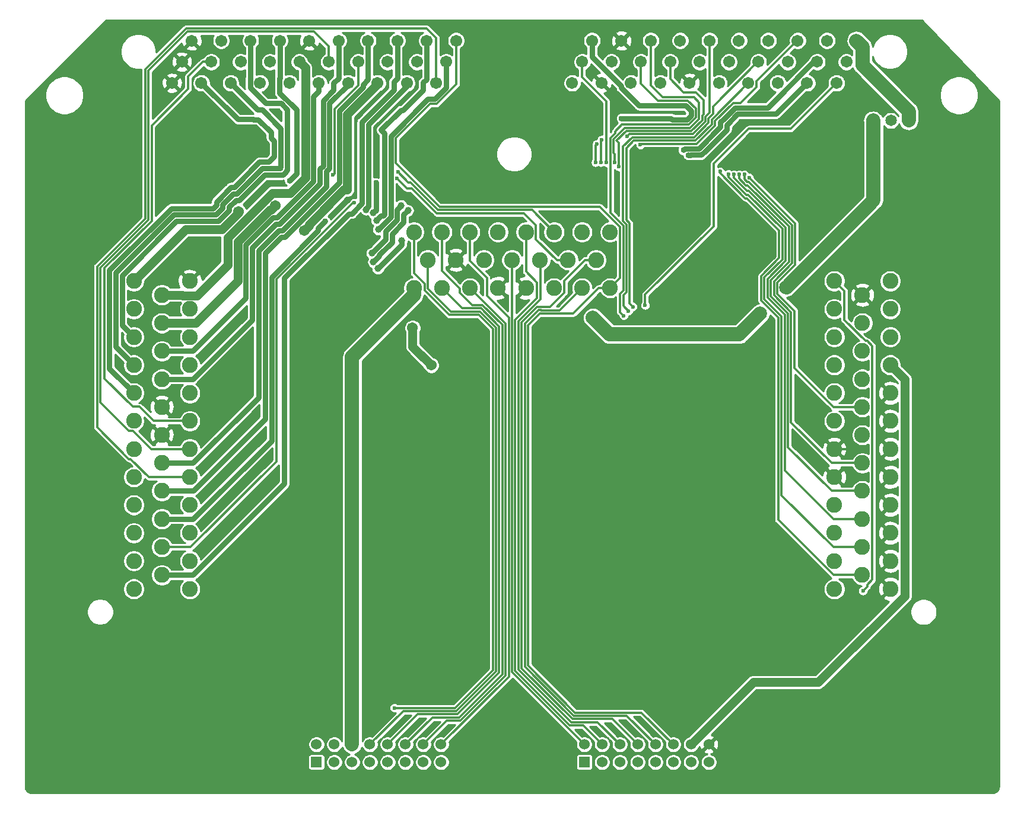
<source format=gbl>
G04 #@! TF.GenerationSoftware,KiCad,Pcbnew,(5.1.8)-1*
G04 #@! TF.CreationDate,2021-01-12T20:25:40-06:00*
G04 #@! TF.ProjectId,5.0mustangProteusPnP,352e306d-7573-4746-916e-6750726f7465,R0.1*
G04 #@! TF.SameCoordinates,Original*
G04 #@! TF.FileFunction,Copper,L2,Bot*
G04 #@! TF.FilePolarity,Positive*
%FSLAX46Y46*%
G04 Gerber Fmt 4.6, Leading zero omitted, Abs format (unit mm)*
G04 Created by KiCad (PCBNEW (5.1.8)-1) date 2021-01-12 20:25:40*
%MOMM*%
%LPD*%
G01*
G04 APERTURE LIST*
G04 #@! TA.AperFunction,ComponentPad*
%ADD10C,1.714500*%
G04 #@! TD*
G04 #@! TA.AperFunction,ComponentPad*
%ADD11C,1.651000*%
G04 #@! TD*
G04 #@! TA.AperFunction,ComponentPad*
%ADD12C,2.260600*%
G04 #@! TD*
G04 #@! TA.AperFunction,ComponentPad*
%ADD13R,1.524000X1.524000*%
G04 #@! TD*
G04 #@! TA.AperFunction,ComponentPad*
%ADD14C,1.524000*%
G04 #@! TD*
G04 #@! TA.AperFunction,ViaPad*
%ADD15C,0.600000*%
G04 #@! TD*
G04 #@! TA.AperFunction,ViaPad*
%ADD16C,0.789940*%
G04 #@! TD*
G04 #@! TA.AperFunction,ViaPad*
%ADD17C,2.000000*%
G04 #@! TD*
G04 #@! TA.AperFunction,ViaPad*
%ADD18C,1.541780*%
G04 #@! TD*
G04 #@! TA.AperFunction,ViaPad*
%ADD19C,1.000000*%
G04 #@! TD*
G04 #@! TA.AperFunction,Conductor*
%ADD20C,0.304800*%
G04 #@! TD*
G04 #@! TA.AperFunction,Conductor*
%ADD21C,2.032000*%
G04 #@! TD*
G04 #@! TA.AperFunction,Conductor*
%ADD22C,1.270000*%
G04 #@! TD*
G04 #@! TA.AperFunction,Conductor*
%ADD23C,0.762000*%
G04 #@! TD*
G04 #@! TA.AperFunction,Conductor*
%ADD24C,0.254000*%
G04 #@! TD*
G04 #@! TA.AperFunction,Conductor*
%ADD25C,0.100000*%
G04 #@! TD*
G04 APERTURE END LIST*
D10*
X117195600Y-72212200D03*
X121386400Y-72212200D03*
X125577200Y-72212200D03*
X129768000Y-72212200D03*
X133958800Y-72212200D03*
X138149600Y-72212200D03*
X142340400Y-72212200D03*
X146531200Y-72212200D03*
X150722000Y-72212200D03*
X154912800Y-72212200D03*
X118611600Y-69187200D03*
X122802400Y-69187200D03*
X126993200Y-69187200D03*
X131184000Y-69187200D03*
X135374800Y-69187200D03*
X139565600Y-69187200D03*
X143756400Y-69187200D03*
X147947200Y-69187200D03*
X152138000Y-69187200D03*
X156328800Y-69187200D03*
X120027600Y-66162200D03*
X124218400Y-66162200D03*
X128409200Y-66162200D03*
X132600000Y-66162200D03*
X136790800Y-66162200D03*
X140981600Y-66162200D03*
X145172400Y-66162200D03*
X149363200Y-66162200D03*
X153554000Y-66162200D03*
X157744800Y-66162200D03*
X174316800Y-72212200D03*
X178507600Y-72212200D03*
X182698400Y-72212200D03*
X186889200Y-72212200D03*
X191080000Y-72212200D03*
X195270800Y-72212200D03*
X199461600Y-72212200D03*
X203652400Y-72212200D03*
X207843200Y-72212200D03*
X212034000Y-72212200D03*
X175732800Y-69187200D03*
X179923600Y-69187200D03*
X184114400Y-69187200D03*
X188305200Y-69187200D03*
X192496000Y-69187200D03*
X196686800Y-69187200D03*
X200877600Y-69187200D03*
X205068400Y-69187200D03*
X209259200Y-69187200D03*
X213450000Y-69187200D03*
X177148800Y-66162200D03*
X181339600Y-66162200D03*
X185530400Y-66162200D03*
X189721200Y-66162200D03*
X193912000Y-66162200D03*
X198102800Y-66162200D03*
X202293600Y-66162200D03*
X206484400Y-66162200D03*
X210675200Y-66162200D03*
X214866000Y-66162200D03*
D11*
X217246200Y-77569060D03*
X219786200Y-77569060D03*
X222326200Y-77569060D03*
D12*
X179716999Y-93500000D03*
X175717000Y-93500000D03*
X171717000Y-93500000D03*
X167717000Y-93500000D03*
X163717001Y-93500000D03*
X159717001Y-93500000D03*
X155717002Y-93500000D03*
X151717002Y-93500000D03*
X177717003Y-97500000D03*
X173717004Y-97500000D03*
X169717004Y-97500000D03*
X165717002Y-97500000D03*
X161717010Y-97500000D03*
X157717005Y-97500000D03*
X153717006Y-97500000D03*
X179716999Y-101499999D03*
X175717000Y-101499999D03*
X171717000Y-101499999D03*
X167717000Y-101499999D03*
X163717001Y-101499999D03*
X159717001Y-101499999D03*
X155717002Y-101499999D03*
X151717002Y-101499999D03*
X219717000Y-144500001D03*
X219717000Y-140500001D03*
X219717000Y-136500002D03*
X219717000Y-132500002D03*
X219717000Y-128500002D03*
X219717000Y-124500003D03*
X219717000Y-120500003D03*
X219717000Y-116500004D03*
X219717000Y-112500004D03*
X219717000Y-108500004D03*
X219717000Y-104500005D03*
X219717000Y-100500005D03*
X215717000Y-142499962D03*
X215717000Y-138499970D03*
X215717000Y-134499978D03*
X215717000Y-130474586D03*
X215717000Y-126499994D03*
X215717000Y-122500002D03*
X215717000Y-118500010D03*
X215717000Y-114525418D03*
X215717000Y-110500026D03*
X215717000Y-106500034D03*
X215717000Y-102500042D03*
X211717001Y-144500001D03*
X211717001Y-140500001D03*
X211717001Y-136500002D03*
X211717001Y-132500002D03*
X211717001Y-128500002D03*
X211717001Y-124500003D03*
X211717001Y-120500003D03*
X211717001Y-116500004D03*
X211717001Y-112500004D03*
X211717001Y-108500004D03*
X211717001Y-104500005D03*
X211717001Y-100500005D03*
X111753000Y-100499999D03*
X111753000Y-104499999D03*
X111753000Y-108499998D03*
X111753000Y-112499998D03*
X111753000Y-116499998D03*
X111753000Y-120499997D03*
X111753000Y-124499997D03*
X111753000Y-128499996D03*
X111753000Y-132499996D03*
X111753000Y-136499996D03*
X111753000Y-140499995D03*
X111753000Y-144499995D03*
X115753000Y-102500038D03*
X115753000Y-106500030D03*
X115753000Y-110500022D03*
X115753000Y-114525414D03*
X115753000Y-118500006D03*
X115753000Y-122499998D03*
X115753000Y-126499990D03*
X115753000Y-130474582D03*
X115753000Y-134499974D03*
X115753000Y-138499966D03*
X115753000Y-142499958D03*
X119752999Y-100499999D03*
X119752999Y-104499999D03*
X119752999Y-108499998D03*
X119752999Y-112499998D03*
X119752999Y-116499998D03*
X119752999Y-120499997D03*
X119752999Y-124499997D03*
X119752999Y-128499996D03*
X119752999Y-132499996D03*
X119752999Y-136499996D03*
X119752999Y-140499995D03*
X119752999Y-144499995D03*
D13*
X137823410Y-169250360D03*
D14*
X137823410Y-166710360D03*
X140363410Y-169250360D03*
X140363410Y-166710360D03*
X142903410Y-169250360D03*
X142903410Y-166710360D03*
X145443410Y-169250360D03*
X145443410Y-166710360D03*
X147983410Y-169250360D03*
X147983410Y-166710360D03*
X150523410Y-169250360D03*
X150523410Y-166710360D03*
X153063410Y-169250360D03*
X153063410Y-166710360D03*
X155603410Y-169250360D03*
X155603410Y-166710360D03*
D13*
X176030000Y-169250360D03*
D14*
X176030000Y-166710360D03*
X178570000Y-169250360D03*
X178570000Y-166710360D03*
X181110000Y-169250360D03*
X181110000Y-166710360D03*
X183650000Y-169250360D03*
X183650000Y-166710360D03*
X186190000Y-169250360D03*
X186190000Y-166710360D03*
X188730000Y-169250360D03*
X188730000Y-166710360D03*
X191270000Y-169250360D03*
X191270000Y-166710360D03*
X193810000Y-169250360D03*
X193810000Y-166710360D03*
D15*
X127988060Y-132560060D03*
X128231900Y-128376680D03*
X127795020Y-125021340D03*
X127114300Y-121566940D03*
X132293360Y-76545440D03*
X131287520Y-137388600D03*
X126298960Y-145143220D03*
X137035540Y-138981180D03*
X136342120Y-144934940D03*
X133085840Y-150891240D03*
X138003280Y-158993840D03*
X138739880Y-131030980D03*
X137474960Y-123967240D03*
X137807700Y-115905280D03*
X126339600Y-115323620D03*
X148861780Y-107762040D03*
X147238720Y-115361720D03*
X151328120Y-114167920D03*
X157459680Y-115021360D03*
X157632400Y-120302020D03*
X148772880Y-120472200D03*
X152689560Y-123878340D03*
X147919440Y-128991360D03*
X156608780Y-128818640D03*
X146898360Y-136146540D03*
X151838660Y-134442200D03*
X156438600Y-138018520D03*
X156778960Y-144492980D03*
X150134320Y-140403580D03*
X146558000Y-146367500D03*
X150304500Y-149943820D03*
X155417520Y-150286720D03*
X147919440Y-157099000D03*
X154053540Y-157782260D03*
X159504380Y-154373580D03*
X160017460Y-143812260D03*
X161378900Y-129331720D03*
X161038540Y-119621300D03*
X170578780Y-116723160D03*
X170068240Y-126606300D03*
X169557700Y-135973820D03*
X169044620Y-146027140D03*
X169384980Y-153522680D03*
X173134020Y-158292800D03*
X180119020Y-159313880D03*
X187444380Y-162212020D03*
X191363600Y-161869120D03*
X197324980Y-156248100D03*
X204993240Y-148922740D03*
X214190580Y-149773640D03*
X210103720Y-153182320D03*
X182333900Y-153182320D03*
X192554860Y-150797260D03*
X178244500Y-145003520D03*
X192214500Y-143301720D03*
X198348600Y-135293100D03*
X180119020Y-132397500D03*
X178927760Y-120472200D03*
X179608480Y-111102140D03*
X186082940Y-106502200D03*
X188295280Y-100711000D03*
X195450460Y-95940880D03*
X198859140Y-93896180D03*
X199880220Y-101051360D03*
X200223120Y-114678460D03*
X200393300Y-128137920D03*
X191533780Y-110081060D03*
X188468000Y-121836180D03*
X189489080Y-135463280D03*
X202778360Y-142107920D03*
X203799440Y-161698940D03*
X215724740Y-156248100D03*
X221688660Y-150114000D03*
X225094800Y-141257020D03*
X225605340Y-126946660D03*
X225945700Y-115191540D03*
X224924620Y-100881180D03*
X207035400Y-168513760D03*
X217429080Y-168683940D03*
X226628960Y-168854120D03*
X230035100Y-159143700D03*
X231399080Y-144492980D03*
X231228900Y-133248400D03*
X231569260Y-123197620D03*
X231058720Y-108546900D03*
X229351840Y-93322140D03*
X223202500Y-87088980D03*
X232023920Y-78452980D03*
X204022960Y-83924140D03*
X211833460Y-76527660D03*
X209923380Y-84424520D03*
X222222060Y-72623680D03*
X221808040Y-64145160D03*
X213829900Y-64145160D03*
X171528740Y-69547740D03*
X168788080Y-73619360D03*
X162803840Y-73703180D03*
X163883340Y-69880480D03*
X166578280Y-77541120D03*
X157863540Y-80053180D03*
X152958800Y-80662780D03*
X158026100Y-85648800D03*
X164266880Y-86215220D03*
X171239180Y-83540600D03*
X175455580Y-77216000D03*
X181254400Y-76121260D03*
X184048400Y-86946740D03*
X188536580Y-86347300D03*
X189534800Y-89837260D03*
X184945020Y-94823280D03*
X185643520Y-90436700D03*
X136339580Y-103901240D03*
X142857220Y-103852980D03*
X142079980Y-106723180D03*
X137312400Y-107111800D03*
X121323100Y-122247660D03*
X121422160Y-118356380D03*
X108422440Y-131127500D03*
X108859320Y-127383540D03*
X107690920Y-134289800D03*
X106817160Y-137403840D03*
X114973100Y-150060660D03*
X119999760Y-156044900D03*
X125384560Y-160832800D03*
X129573020Y-164901880D03*
X130291840Y-171483020D03*
X134719060Y-172679360D03*
X143334740Y-172798740D03*
X148361400Y-172798740D03*
X154823160Y-172798740D03*
X160210500Y-172798740D03*
X160568640Y-167772080D03*
X162849560Y-163631880D03*
X166801800Y-159857440D03*
X164995860Y-167055800D03*
X168706800Y-171721780D03*
X171577000Y-166336980D03*
X174449740Y-170644820D03*
X180073300Y-171363640D03*
X184741820Y-171841160D03*
X198981060Y-171960540D03*
X201256900Y-164421820D03*
X126941580Y-170883580D03*
X107795060Y-170525440D03*
X116768880Y-171363640D03*
X99776280Y-171363640D03*
X100015040Y-163464240D03*
X117487700Y-164541200D03*
X109230160Y-162387280D03*
X107914440Y-153172160D03*
X101211380Y-153890980D03*
X98699320Y-145155920D03*
X102168960Y-141206220D03*
X99895660Y-129956560D03*
X100015040Y-119545100D03*
X99776280Y-108656120D03*
X100253800Y-99082860D03*
X99598480Y-92128340D03*
X106019600Y-88859360D03*
X110863380Y-88102440D03*
X118102380Y-87985600D03*
X124757180Y-84190840D03*
X124231400Y-78760320D03*
X121196100Y-76367640D03*
X117751860Y-80337660D03*
X120380760Y-84015580D03*
X100533200Y-85473540D03*
X100705920Y-78176120D03*
X108645960Y-78061820D03*
X109197140Y-72473820D03*
X115539520Y-65173860D03*
X143085820Y-67068700D03*
X147383500Y-67190620D03*
X141787880Y-93322140D03*
D16*
X215071092Y-124490480D03*
D15*
X151559260Y-67190620D03*
X168788080Y-65374520D03*
X161927540Y-64820800D03*
X179202080Y-66989960D03*
X183657240Y-67030600D03*
X187642500Y-66794380D03*
X191902080Y-66911220D03*
X196199760Y-66989960D03*
X200301860Y-66753740D03*
X208701640Y-67030600D03*
X124835920Y-107967780D03*
X173766480Y-95128080D03*
X179783740Y-95925640D03*
X177888900Y-99849940D03*
X171704000Y-98884740D03*
X130599180Y-66222880D03*
X126316740Y-66205100D03*
X180639720Y-87510620D03*
X215310720Y-96641920D03*
X208833720Y-90200480D03*
X214721440Y-87861140D03*
X209961480Y-81137760D03*
X229547420Y-81513680D03*
X202153520Y-80835500D03*
X147535900Y-102463600D03*
X194431920Y-117406420D03*
X130403600Y-87033100D03*
X107033060Y-67000120D03*
D17*
X177264060Y-105740200D03*
X204868780Y-101381560D03*
X201132440Y-105145840D03*
D15*
X180364446Y-83551040D03*
X178402442Y-83551040D03*
X182133217Y-79842383D03*
X178500821Y-80335039D03*
X149257589Y-85821520D03*
X148935440Y-161488120D03*
X177650039Y-83551040D03*
X184048400Y-81048860D03*
X177836920Y-80925627D03*
X149484080Y-84935060D03*
X179154845Y-83551040D03*
X180964560Y-84150200D03*
X215808560Y-144764760D03*
X199565177Y-85724720D03*
X198882779Y-85267510D03*
X198130376Y-85267510D03*
X197377973Y-85267510D03*
X196627991Y-85207226D03*
X195418390Y-84850682D03*
X184731660Y-103954580D03*
X182955488Y-104169768D03*
X182356048Y-104769208D03*
X181670248Y-105455008D03*
X140195300Y-85316060D03*
X143218614Y-89319814D03*
D16*
X133977380Y-86151720D03*
X139059920Y-91950540D03*
D18*
X131903622Y-89732002D03*
X136057778Y-93304498D03*
D19*
X144893793Y-90303536D03*
X145948828Y-90767142D03*
D16*
X146331940Y-86459060D03*
D19*
X146406024Y-91824971D03*
X146649060Y-93150686D03*
X145740750Y-96530790D03*
X149920960Y-89728040D03*
D16*
X181340760Y-77243940D03*
D19*
X145943155Y-97789835D03*
X150872637Y-90420637D03*
D16*
X190157191Y-81789270D03*
D19*
X146592070Y-98742169D03*
X149987000Y-94714060D03*
D16*
X190862570Y-82497920D03*
D18*
X151541480Y-107203240D03*
X154193240Y-112537240D03*
X126662026Y-90566086D03*
D20*
X215061569Y-124500003D02*
X215071092Y-124490480D01*
X211717001Y-124500003D02*
X215061569Y-124500003D01*
X165259792Y-157053978D02*
X155603410Y-166710360D01*
X165259792Y-105765372D02*
X165259792Y-157053978D01*
X162129500Y-102635080D02*
X165259792Y-105765372D01*
X162129500Y-100036440D02*
X162129500Y-102635080D01*
X159717001Y-97623941D02*
X162129500Y-100036440D01*
X159717001Y-93500000D02*
X159717001Y-97623941D01*
X158155796Y-162864790D02*
X154368980Y-162864790D01*
X164345372Y-156675214D02*
X158155796Y-162864790D01*
X164345372Y-106774962D02*
X164345372Y-156675214D01*
X161524990Y-103954580D02*
X164345372Y-106774962D01*
X158281900Y-102188848D02*
X160047632Y-103954580D01*
X154368980Y-162864790D02*
X150523410Y-166710360D01*
X158281900Y-101619580D02*
X158281900Y-102188848D01*
X160047632Y-103954580D02*
X161524990Y-103954580D01*
X155717002Y-99054682D02*
X158281900Y-101619580D01*
X155717002Y-93500000D02*
X155717002Y-99054682D01*
D21*
X151717002Y-102508032D02*
X151717002Y-101499999D01*
X142903410Y-111321624D02*
X151717002Y-102508032D01*
X142903410Y-166710360D02*
X142903410Y-111321624D01*
X177264060Y-105740200D02*
X179646861Y-108123001D01*
X179646861Y-108123001D02*
X194226461Y-108123001D01*
X198155279Y-108123001D02*
X196278781Y-108123001D01*
X201132440Y-105145840D02*
X198155279Y-108123001D01*
X196278781Y-108123001D02*
X194226461Y-108123001D01*
X198056219Y-108123001D02*
X196278781Y-108123001D01*
X217324940Y-88941409D02*
X204884789Y-101381560D01*
X217324940Y-77647800D02*
X217246200Y-77569060D01*
X217324940Y-88941409D02*
X217324940Y-77647800D01*
D20*
X174718860Y-162166260D02*
X184185900Y-162166260D01*
X168003052Y-155450452D02*
X174718860Y-162166260D01*
X184185900Y-162166260D02*
X188730000Y-166710360D01*
X168003052Y-106802736D02*
X168003052Y-155450452D01*
X169685338Y-105120450D02*
X168003052Y-106802736D01*
X169707183Y-105135303D02*
X169692330Y-105120450D01*
X169692330Y-105120450D02*
X169685338Y-105120450D01*
X149109999Y-83646579D02*
X155356560Y-89893140D01*
X178234089Y-89893140D02*
X181152100Y-92811151D01*
X149109999Y-80085175D02*
X149109999Y-83646579D01*
X181152100Y-100064898D02*
X179716999Y-101499999D01*
X154013704Y-75181470D02*
X149109999Y-80085175D01*
X154971575Y-75181470D02*
X154013704Y-75181470D01*
X155356560Y-89893140D02*
X178234089Y-89893140D01*
X157744800Y-72408244D02*
X154971575Y-75181470D01*
X181152100Y-92811151D02*
X181152100Y-100064898D01*
X157744800Y-66162200D02*
X157744800Y-72408244D01*
X178118514Y-101499999D02*
X179716999Y-101499999D01*
X174483210Y-105135303D02*
X178118514Y-101499999D01*
X169693438Y-105120450D02*
X169708291Y-105135303D01*
X169708291Y-105135303D02*
X174483210Y-105135303D01*
X169692330Y-105120450D02*
X169693438Y-105120450D01*
X182103110Y-162623470D02*
X186190000Y-166710360D01*
X174529478Y-162623470D02*
X182103110Y-162623470D01*
X167545842Y-155639834D02*
X174529478Y-162623470D01*
X167545842Y-106613354D02*
X167545842Y-155639834D01*
X169495956Y-104663240D02*
X167545842Y-106613354D01*
X169882820Y-104663240D02*
X169495956Y-104663240D01*
X169897673Y-104678093D02*
X169882820Y-104663240D01*
X172538906Y-104678093D02*
X169897673Y-104678093D01*
X175717000Y-101499999D02*
X172538906Y-104678093D01*
X191142366Y-78597690D02*
X181836212Y-78597690D01*
X192397380Y-77342676D02*
X191142366Y-78597690D01*
X192397380Y-74990960D02*
X192397380Y-77342676D01*
X181836212Y-78597690D02*
X180202442Y-80231460D01*
X191678560Y-74272140D02*
X192397380Y-74990960D01*
X190305528Y-74272140D02*
X191678560Y-74272140D01*
X190300448Y-74277220D02*
X190305528Y-74272140D01*
X187234384Y-74277220D02*
X190300448Y-74277220D01*
X180202442Y-80231460D02*
X180202441Y-82164319D01*
X185530400Y-72573236D02*
X187234384Y-74277220D01*
X185530400Y-66162200D02*
X185530400Y-72573236D01*
X180364446Y-82326324D02*
X180364446Y-83551040D01*
X180202441Y-82164319D02*
X180364446Y-82326324D01*
X165717002Y-156397362D02*
X176030000Y-166710360D01*
X165717002Y-97500000D02*
X165717002Y-156397362D01*
X175854740Y-163995100D02*
X178570000Y-166710360D01*
X173961332Y-163995100D02*
X175854740Y-163995100D01*
X166174212Y-156207980D02*
X173961332Y-163995100D01*
X166174212Y-106045208D02*
X166174212Y-156207980D01*
X169304501Y-102914919D02*
X166174212Y-106045208D01*
X169304501Y-100737998D02*
X169304501Y-102914919D01*
X167717000Y-99150497D02*
X169304501Y-100737998D01*
X167717000Y-93500000D02*
X167717000Y-99150497D01*
X180020320Y-163080680D02*
X183650000Y-166710360D01*
X174340096Y-163080680D02*
X180020320Y-163080680D01*
X167088632Y-106423972D02*
X167088632Y-155829216D01*
X167088632Y-155829216D02*
X174340096Y-163080680D01*
X169306564Y-104206040D02*
X167088632Y-106423972D01*
X173152101Y-102188848D02*
X171134909Y-104206040D01*
X173152101Y-100466417D02*
X173152101Y-102188848D01*
X171134909Y-104206040D02*
X169306564Y-104206040D01*
X176118518Y-97500000D02*
X173152101Y-100466417D01*
X177717003Y-97500000D02*
X176118518Y-97500000D01*
X152286190Y-162407580D02*
X147983410Y-166710360D01*
X163888162Y-106964344D02*
X163888162Y-156485832D01*
X163888162Y-156485832D02*
X157966414Y-162407580D01*
X161335608Y-104411790D02*
X163888162Y-106964344D01*
X158628793Y-104411790D02*
X161335608Y-104411790D01*
X157966414Y-162407580D02*
X152286190Y-162407580D01*
X155717002Y-101499999D02*
X158628793Y-104411790D01*
X158345178Y-163322000D02*
X156451770Y-163322000D01*
X156451770Y-163322000D02*
X153063410Y-166710360D01*
X164802582Y-156864596D02*
X158345178Y-163322000D01*
X164802582Y-106585580D02*
X164802582Y-156864596D01*
X159717001Y-101499999D02*
X164802582Y-106585580D01*
X150203400Y-161950370D02*
X145443410Y-166710360D01*
X157777032Y-161950370D02*
X150203400Y-161950370D01*
X163430952Y-107153726D02*
X163430952Y-156296450D01*
X156962053Y-104869000D02*
X161146226Y-104869000D01*
X163430952Y-156296450D02*
X157777032Y-161950370D01*
X153717006Y-101623953D02*
X156962053Y-104869000D01*
X161146226Y-104869000D02*
X163430952Y-107153726D01*
X153717006Y-97500000D02*
X153717006Y-101623953D01*
X193912000Y-72573236D02*
X193936620Y-72597856D01*
X193912000Y-66162200D02*
X193912000Y-72573236D01*
X178402442Y-83551040D02*
X178402442Y-82820210D01*
X178402442Y-82820210D02*
X178402442Y-81797698D01*
X193912000Y-76468617D02*
X193912000Y-72573236D01*
X193319380Y-77061234D02*
X193912000Y-76468617D01*
X191521130Y-79512110D02*
X193319380Y-77713860D01*
X193319380Y-77713860D02*
X193319380Y-77061234D01*
X182463490Y-79512110D02*
X191521130Y-79512110D01*
X182463490Y-79512110D02*
X182133217Y-79842383D01*
X178441721Y-80394139D02*
X178500821Y-80335039D01*
X178441721Y-81758419D02*
X178441721Y-80394139D01*
X178402442Y-81797698D02*
X178441721Y-81758419D01*
X177937530Y-163537890D02*
X181110000Y-166710360D01*
X166631422Y-106234590D02*
X166631422Y-156018598D01*
X166631422Y-156018598D02*
X174150714Y-163537890D01*
X169761710Y-103104302D02*
X166631422Y-106234590D01*
X174150714Y-163537890D02*
X177937530Y-163537890D01*
X169761711Y-97544707D02*
X169761710Y-103104302D01*
X169717004Y-97500000D02*
X169761711Y-97544707D01*
X172118519Y-97500000D02*
X173717004Y-97500000D01*
X169152101Y-94533582D02*
X172118519Y-97500000D01*
X167444439Y-90807559D02*
X169152101Y-92515221D01*
X154977794Y-90807558D02*
X167444439Y-90807559D01*
X169152101Y-92515221D02*
X169152101Y-94533582D01*
X151434476Y-87264240D02*
X154977794Y-90807558D01*
X150700309Y-87264240D02*
X151434476Y-87264240D01*
X149257589Y-85821520D02*
X150700309Y-87264240D01*
X162973742Y-107343108D02*
X162973742Y-156107068D01*
X156772671Y-105326210D02*
X160956844Y-105326210D01*
X153259797Y-101813336D02*
X156772671Y-105326210D01*
X160956844Y-105326210D02*
X162973742Y-107343108D01*
X153259796Y-100918843D02*
X153259797Y-101813336D01*
X151717002Y-99376049D02*
X153259796Y-100918843D01*
X162973742Y-156107068D02*
X157587650Y-161493160D01*
X151717002Y-93500000D02*
X151717002Y-99376049D01*
X148940480Y-161493160D02*
X148935440Y-161488120D01*
X157587650Y-161493160D02*
X148940480Y-161493160D01*
X177650039Y-83551040D02*
X177650039Y-82926021D01*
X177650039Y-82926021D02*
X177650039Y-81734471D01*
X184488830Y-80883740D02*
X184416700Y-80955870D01*
X184213520Y-80883740D02*
X184048400Y-81048860D01*
X184488830Y-80883740D02*
X184213520Y-80883740D01*
X206373564Y-66162200D02*
X206484400Y-66162200D01*
X200623651Y-72769985D02*
X200623651Y-71912113D01*
X197276092Y-75044300D02*
X198349336Y-75044300D01*
X198349336Y-75044300D02*
X200623651Y-72769985D01*
X194691010Y-77629380D02*
X197276092Y-75044300D01*
X192089279Y-80883737D02*
X194691010Y-78282006D01*
X200623651Y-71912113D02*
X206373564Y-66162200D01*
X188612802Y-80883738D02*
X192089279Y-80883737D01*
X188612800Y-80883740D02*
X188612802Y-80883738D01*
X194691010Y-78282006D02*
X194691010Y-77629380D01*
X184488830Y-80883740D02*
X188612800Y-80883740D01*
X177650039Y-81112508D02*
X177836920Y-80925627D01*
X177650039Y-81734471D02*
X177650039Y-81112508D01*
X155167177Y-90350349D02*
X151210564Y-86393736D01*
X168567350Y-90350350D02*
X155167177Y-90350349D01*
X171717000Y-93500000D02*
X168567350Y-90350350D01*
X150942756Y-86393736D02*
X151210564Y-86393736D01*
X149484080Y-84935060D02*
X150942756Y-86393736D01*
X175732800Y-69187200D02*
X175732800Y-71382788D01*
X179181356Y-79339844D02*
X179181356Y-74831344D01*
X179154845Y-83551040D02*
X179154845Y-79366355D01*
X179154845Y-79366355D02*
X179181356Y-79339844D01*
X175732800Y-71382788D02*
X179181356Y-74831344D01*
X182025594Y-79054900D02*
X180659651Y-80420843D01*
X192862170Y-76871853D02*
X192862170Y-77524478D01*
X193050160Y-76683863D02*
X192862170Y-76871853D01*
X193050160Y-74648060D02*
X193050160Y-76683863D01*
X191928751Y-73526651D02*
X193050160Y-74648060D01*
X191331748Y-79054900D02*
X182025594Y-79054900D01*
X188305200Y-71635380D02*
X190196471Y-73526651D01*
X192862170Y-77524478D02*
X191331748Y-79054900D01*
X190196471Y-73526651D02*
X191928751Y-73526651D01*
X188305200Y-69187200D02*
X188305200Y-71635380D01*
X180969247Y-84145513D02*
X180964560Y-84150200D01*
X180969247Y-80730439D02*
X180969247Y-84145513D01*
X180659651Y-80420843D02*
X180969247Y-80730439D01*
X217152101Y-109811177D02*
X217152101Y-116421019D01*
X216405849Y-109064925D02*
X217152101Y-109811177D01*
X213152102Y-106059086D02*
X216157941Y-109064925D01*
X216157941Y-109064925D02*
X216405849Y-109064925D01*
X213152102Y-101935106D02*
X213152102Y-106059086D01*
X211717001Y-100500005D02*
X213152102Y-101935106D01*
X217152101Y-116421019D02*
X217152101Y-143188811D01*
X216405849Y-143935063D02*
X216405849Y-144063331D01*
X217152101Y-143188811D02*
X216405849Y-143935063D01*
X216405849Y-144167471D02*
X215808560Y-144764760D01*
X216405849Y-143935063D02*
X216405849Y-144167471D01*
D22*
X221787101Y-145493650D02*
X209442611Y-157838140D01*
X221787101Y-114570105D02*
X221787101Y-145493650D01*
X219717000Y-112500004D02*
X221787101Y-114570105D01*
X200142220Y-157838140D02*
X191270000Y-166710360D01*
X209442611Y-157838140D02*
X200142220Y-157838140D01*
D20*
X206151480Y-92311023D02*
X199565177Y-85724720D01*
X203563979Y-102314499D02*
X203563979Y-100755255D01*
X206014320Y-104764840D02*
X203563979Y-102314499D01*
X206014320Y-112921273D02*
X206014320Y-104764840D01*
X211593057Y-118500010D02*
X206014320Y-112921273D01*
X206151480Y-98167754D02*
X206151480Y-92311023D01*
X203563979Y-100755255D02*
X206151480Y-98167754D01*
X215717000Y-118500010D02*
X211593057Y-118500010D01*
X205557110Y-120689614D02*
X211367490Y-126499994D01*
X205557110Y-104954222D02*
X205557110Y-120689614D01*
X203106770Y-102503882D02*
X205557110Y-104954222D01*
X203106769Y-100565873D02*
X203106770Y-102503882D01*
X205694270Y-97978372D02*
X203106769Y-100565873D01*
X205694270Y-92500405D02*
X205694270Y-97978372D01*
X211367490Y-126499994D02*
X215717000Y-126499994D01*
X199523386Y-86329521D02*
X205694270Y-92500405D01*
X199274872Y-86329521D02*
X199523386Y-86329521D01*
X198882779Y-85937428D02*
X199274872Y-86329521D01*
X198882779Y-85267510D02*
X198882779Y-85937428D01*
X211342083Y-130474586D02*
X215717000Y-130474586D01*
X205099900Y-124232403D02*
X211342083Y-130474586D01*
X205099900Y-105143604D02*
X205099900Y-124232403D01*
X205237060Y-97788990D02*
X202649560Y-100376492D01*
X202649561Y-102693265D02*
X205099900Y-105143604D01*
X205237060Y-92689787D02*
X205237060Y-97788990D01*
X199367013Y-86819740D02*
X205237060Y-92689787D01*
X199118499Y-86819740D02*
X199367013Y-86819740D01*
X202649560Y-100376492D02*
X202649561Y-102693265D01*
X198130376Y-85831617D02*
X199118499Y-86819740D01*
X198130376Y-85267510D02*
X198130376Y-85831617D01*
X204642690Y-127549641D02*
X211593027Y-134499978D01*
X202192352Y-102882648D02*
X204642690Y-105332986D01*
X211593027Y-134499978D02*
X215717000Y-134499978D01*
X202192351Y-100187111D02*
X202192352Y-100850701D01*
X202192352Y-100850701D02*
X202192352Y-102882648D01*
X204779850Y-92879169D02*
X204779850Y-97599609D01*
X204642690Y-105332986D02*
X204642690Y-127549641D01*
X199533221Y-87632540D02*
X204779850Y-92879169D01*
X204779850Y-97599609D02*
X202192351Y-100187111D01*
X199284707Y-87632540D02*
X199533221Y-87632540D01*
X197377973Y-85725806D02*
X199284707Y-87632540D01*
X197377973Y-85267510D02*
X197377973Y-85725806D01*
X211593019Y-138499970D02*
X215717000Y-138499970D01*
X204185480Y-131092431D02*
X211593019Y-138499970D01*
X204185480Y-105522368D02*
X204185480Y-131092431D01*
X201735142Y-99997730D02*
X201735143Y-103072031D01*
X204322640Y-97410228D02*
X201735142Y-99997730D01*
X204322640Y-93068551D02*
X204322640Y-97410228D01*
X199460669Y-88206580D02*
X204322640Y-93068551D01*
X199203081Y-88206580D02*
X199460669Y-88206580D01*
X196627991Y-85631490D02*
X199203081Y-88206580D01*
X201735143Y-103072031D02*
X204185480Y-105522368D01*
X196627991Y-85207226D02*
X196627991Y-85631490D01*
X203728270Y-134635220D02*
X211593012Y-142499962D01*
X203728270Y-105711750D02*
X203728270Y-134635220D01*
X211593012Y-142499962D02*
X215717000Y-142499962D01*
X201277933Y-99808349D02*
X201277934Y-103261414D01*
X203865430Y-97220847D02*
X201277933Y-99808349D01*
X201277934Y-103261414D02*
X203728270Y-105711750D01*
X203865430Y-93257933D02*
X203865430Y-97220847D01*
X199034009Y-88684100D02*
X199291597Y-88684100D01*
X199291597Y-88684100D02*
X203865430Y-93257933D01*
X195418390Y-85068481D02*
X199034009Y-88684100D01*
X195418390Y-84850682D02*
X195418390Y-85068481D01*
X212034000Y-72212200D02*
X205493460Y-78752740D01*
X205493460Y-78752740D02*
X205065836Y-78752740D01*
X205065836Y-78752740D02*
X199464800Y-78752740D01*
X199464800Y-78752740D02*
X194503050Y-83714490D01*
X194503050Y-83714490D02*
X194503050Y-89936330D01*
X194503050Y-89936330D02*
X194503050Y-92656650D01*
X184731660Y-102428040D02*
X184731660Y-103954580D01*
X194503050Y-92656650D02*
X184731660Y-102428040D01*
X182026570Y-91745845D02*
X182523730Y-92243005D01*
X182026570Y-81490728D02*
X182026570Y-91745845D01*
X183090768Y-80426530D02*
X182026570Y-81490728D01*
X182523730Y-103738010D02*
X182955488Y-104169768D01*
X188361350Y-80426530D02*
X183090768Y-80426530D01*
X188361352Y-80426528D02*
X188361350Y-80426530D01*
X191899896Y-80426528D02*
X188361352Y-80426528D01*
X194233800Y-78092624D02*
X191899896Y-80426528D01*
X194233800Y-77439998D02*
X194233800Y-78092624D01*
X182523730Y-92243005D02*
X182523730Y-103738010D01*
X199461600Y-72212200D02*
X194233800Y-77439998D01*
X181609311Y-104022471D02*
X182356048Y-104769208D01*
X200877600Y-69187200D02*
X200766764Y-69187200D01*
X191710513Y-79969319D02*
X182901386Y-79969320D01*
X200766764Y-69187200D02*
X194393830Y-75560134D01*
X194393830Y-75560134D02*
X194393830Y-76633379D01*
X193776590Y-77903242D02*
X191710513Y-79969319D01*
X181609311Y-102550649D02*
X181609311Y-104022471D01*
X194393830Y-76633379D02*
X193776590Y-77250616D01*
X182901386Y-79969320D02*
X181569360Y-81301346D01*
X193776590Y-77250616D02*
X193776590Y-77903242D01*
X182066520Y-92432387D02*
X182066520Y-102093440D01*
X181569360Y-81301346D02*
X181569360Y-91935227D01*
X181569360Y-91935227D02*
X182066520Y-92432387D01*
X182066520Y-102093440D02*
X181609311Y-102550649D01*
X190952987Y-78140478D02*
X189839682Y-78140478D01*
X191940170Y-75870189D02*
X191940170Y-77153295D01*
X191940170Y-77153295D02*
X190952987Y-78140478D01*
X190804411Y-74734430D02*
X191940170Y-75870189D01*
X186524910Y-74734430D02*
X190804411Y-74734430D01*
X184114400Y-72323920D02*
X186524910Y-74734430D01*
X189839682Y-78140478D02*
X189839680Y-78140480D01*
X184114400Y-69187200D02*
X184114400Y-72323920D01*
X189641562Y-78140478D02*
X189641560Y-78140480D01*
X189839682Y-78140478D02*
X189641562Y-78140478D01*
X189242780Y-78140480D02*
X181409420Y-78140480D01*
X189242782Y-78140478D02*
X189242780Y-78140480D01*
X189641562Y-78140478D02*
X189242782Y-78140478D01*
X181409420Y-78140480D02*
X180426360Y-79123540D01*
X179759646Y-83260735D02*
X179759646Y-86023414D01*
X179745233Y-83246322D02*
X179759646Y-83260735D01*
X179745233Y-80042079D02*
X179745233Y-83246322D01*
X180426360Y-79360950D02*
X179745233Y-80042079D01*
X180426360Y-79123540D02*
X180426360Y-79360950D01*
X179759646Y-86023414D02*
X179759646Y-90772105D01*
X179759646Y-90772105D02*
X181609310Y-92621769D01*
X181609310Y-92621769D02*
X181609310Y-97165160D01*
X181609310Y-97165160D02*
X181609310Y-101880090D01*
X181152101Y-104936861D02*
X181670248Y-105455008D01*
X181152101Y-102337299D02*
X181152101Y-104936861D01*
X181609310Y-101880090D02*
X181152101Y-102337299D01*
X154912800Y-72212200D02*
X154912800Y-72342614D01*
X111312052Y-125935098D02*
X113876950Y-128499996D01*
X111064151Y-125935098D02*
X111312052Y-125935098D01*
X106512351Y-98428964D02*
X106512350Y-121383297D01*
X113379937Y-91561378D02*
X106512351Y-98428964D01*
X113379937Y-70217883D02*
X113379937Y-91561378D01*
X119207280Y-64390540D02*
X113379937Y-70217883D01*
X113876950Y-128499996D02*
X119752999Y-128499996D01*
X106512350Y-121383297D02*
X111064151Y-125935098D01*
X154912800Y-65801164D02*
X153502175Y-64390539D01*
X153502175Y-64390539D02*
X119207280Y-64390540D01*
X154912800Y-72212200D02*
X154912800Y-65801164D01*
X111064151Y-121935098D02*
X106969560Y-117840507D01*
X114220617Y-124499997D02*
X111655718Y-121935098D01*
X111655718Y-121935098D02*
X111064151Y-121935098D01*
X119752999Y-124499997D02*
X114220617Y-124499997D01*
X106969560Y-117840507D02*
X106969560Y-107848400D01*
X106969560Y-107848400D02*
X106969560Y-98618347D01*
X119396663Y-64847749D02*
X113837147Y-70407265D01*
X137421737Y-64847749D02*
X119396663Y-64847749D01*
X139565600Y-66991612D02*
X137421737Y-64847749D01*
X139565600Y-69187200D02*
X139565600Y-66991612D01*
X113837147Y-70407265D02*
X113837147Y-78086361D01*
X113837147Y-78086361D02*
X113837147Y-80012540D01*
X113837147Y-80012540D02*
X113837147Y-83435887D01*
X113837146Y-91750761D02*
X113037620Y-92550287D01*
X113837147Y-83435887D02*
X113837146Y-91750761D01*
X113037620Y-92550287D02*
X112501834Y-93086073D01*
X112501834Y-93086073D02*
X111782860Y-93805048D01*
X111782860Y-93805048D02*
X110118044Y-95469863D01*
X119396664Y-64847748D02*
X120933912Y-64847748D01*
X113837147Y-70407265D02*
X119396664Y-64847748D01*
X113837147Y-91750760D02*
X113837147Y-70407265D01*
X106969560Y-98618347D02*
X113837147Y-91750760D01*
X119491760Y-71285506D02*
X121590066Y-69187200D01*
X114294357Y-78275743D02*
X119491760Y-73078340D01*
X119491760Y-73078340D02*
X119491760Y-71285506D01*
X114294357Y-91940142D02*
X114294357Y-78275743D01*
X107574669Y-98659831D02*
X114294357Y-91940142D01*
X107574669Y-114445617D02*
X107574669Y-98659831D01*
X111597192Y-118468140D02*
X107574669Y-114445617D01*
X112549940Y-118468140D02*
X111597192Y-118468140D01*
X121590066Y-69187200D02*
X122802400Y-69187200D01*
X114581797Y-120499997D02*
X112549940Y-118468140D01*
X119752999Y-120499997D02*
X114581797Y-120499997D01*
D23*
X149363200Y-71512836D02*
X149363200Y-66162200D01*
X148861610Y-72014426D02*
X149363200Y-71512836D01*
X144309339Y-89426541D02*
X144309339Y-77785395D01*
X144309339Y-77785395D02*
X148861610Y-73233125D01*
X142401580Y-90898000D02*
X142837880Y-90898000D01*
X133235780Y-100063800D02*
X142401580Y-90898000D01*
X142837880Y-90898000D02*
X144309339Y-89426541D01*
X133235780Y-129479492D02*
X133235780Y-100063800D01*
X148861610Y-73233125D02*
X148861610Y-72014426D01*
X120215314Y-142499958D02*
X133235780Y-129479492D01*
X115753000Y-142499958D02*
X120215314Y-142499958D01*
D20*
X143756400Y-72516036D02*
X140372299Y-75900137D01*
X143756400Y-69187200D02*
X143756400Y-72516036D01*
X140372299Y-75900137D02*
X140372299Y-83731100D01*
X119876979Y-138499966D02*
X132092770Y-126284175D01*
X115753000Y-138499966D02*
X119876979Y-138499966D01*
X132092770Y-126284175D02*
X132092770Y-123592384D01*
X132092770Y-123592384D02*
X132092770Y-122344180D01*
X132092770Y-122344180D02*
X132092770Y-100660200D01*
X140372299Y-85139061D02*
X140195300Y-85316060D01*
X140372299Y-83731100D02*
X140372299Y-85139061D01*
X132092770Y-100660200D02*
X132092770Y-100236930D01*
X143009886Y-89319814D02*
X143218614Y-89319814D01*
X132092770Y-100236930D02*
X143009886Y-89319814D01*
D23*
X132568149Y-73613278D02*
X134967980Y-76013109D01*
X132568149Y-71544687D02*
X132568149Y-73613278D01*
X132600000Y-71512836D02*
X132568149Y-71544687D01*
X132600000Y-66162200D02*
X132600000Y-71512836D01*
X134967980Y-76013109D02*
X134967980Y-84612480D01*
X134967980Y-85161120D02*
X133977380Y-86151720D01*
X134967980Y-84612480D02*
X134967980Y-85161120D01*
X138046899Y-93312921D02*
X138046899Y-92963561D01*
X131406960Y-99952859D02*
X138046899Y-93312921D01*
X131406960Y-123308313D02*
X131406960Y-99952859D01*
X138046899Y-92963561D02*
X139059920Y-91950540D01*
X120215299Y-134499974D02*
X131406960Y-123308313D01*
X115753000Y-134499974D02*
X120215299Y-134499974D01*
X145172400Y-71687720D02*
X145172400Y-66162200D01*
X144442210Y-72800106D02*
X144442210Y-72417910D01*
X141058109Y-76184207D02*
X144442210Y-72800106D01*
X141058109Y-86459621D02*
X141058109Y-76184207D01*
X144442210Y-72417910D02*
X145172400Y-71687720D01*
X133317984Y-94199746D02*
X141058109Y-86459621D01*
X132798134Y-94199746D02*
X133317984Y-94199746D01*
X130492550Y-96505330D02*
X132798134Y-94199746D01*
X130492550Y-120222723D02*
X130492550Y-96505330D01*
X120240691Y-130474582D02*
X130492550Y-120222723D01*
X115753000Y-130474582D02*
X120240691Y-130474582D01*
X142340399Y-72466665D02*
X142340400Y-72212200D01*
X139686489Y-75120575D02*
X142340399Y-72466665D01*
X139229279Y-84858353D02*
X139686489Y-84401143D01*
X132939223Y-93285337D02*
X139229279Y-86995281D01*
X132419372Y-93285338D02*
X132939223Y-93285337D01*
X129578140Y-96126570D02*
X132419372Y-93285338D01*
X129578140Y-117137134D02*
X129578140Y-96126570D01*
X139229279Y-86995281D02*
X139229279Y-84858353D01*
X120215284Y-126499990D02*
X129578140Y-117137134D01*
X139686489Y-84401143D02*
X139686489Y-75120575D01*
X115753000Y-126499990D02*
X120215284Y-126499990D01*
X140981600Y-71512836D02*
X140981600Y-66162200D01*
X140251410Y-72243026D02*
X140981600Y-71512836D01*
X140251410Y-73262484D02*
X140251410Y-72243026D01*
X138772079Y-74741815D02*
X140251410Y-73262484D01*
X120189861Y-114525414D02*
X128663730Y-106051545D01*
X128663730Y-106051545D02*
X128663730Y-95725279D01*
X128663730Y-95725279D02*
X130238829Y-94150180D01*
X138314869Y-84479592D02*
X138772079Y-84022382D01*
X130238829Y-94150180D02*
X130261360Y-94150180D01*
X138772079Y-84022382D02*
X138772079Y-74741815D01*
X130261360Y-94150180D02*
X131716780Y-92694760D01*
X115753000Y-114525414D02*
X120189861Y-114525414D01*
X131716780Y-92694760D02*
X131716780Y-92672229D01*
X131716780Y-92672229D02*
X132018081Y-92370928D01*
X132018081Y-92370928D02*
X132560462Y-92370928D01*
X138314869Y-86616523D02*
X138314869Y-84479592D01*
X132560462Y-92370928D02*
X138314869Y-86616523D01*
X120215253Y-110500022D02*
X127749320Y-102965955D01*
X115753000Y-110500022D02*
X120215253Y-110500022D01*
X127749320Y-102965955D02*
X127749320Y-99231400D01*
X127749320Y-99231400D02*
X127749320Y-95346520D01*
X127749320Y-95346520D02*
X131639320Y-91456519D01*
X131639320Y-91500953D02*
X131596446Y-91543827D01*
X131639320Y-91456519D02*
X131639320Y-91500953D01*
X138149600Y-73424534D02*
X138149600Y-72212200D01*
X137400459Y-74173675D02*
X138149600Y-73424534D01*
X137400459Y-86237762D02*
X137400459Y-74173675D01*
X132181701Y-91456519D02*
X137400459Y-86237762D01*
X131639320Y-91456519D02*
X132181701Y-91456519D01*
D22*
X146531200Y-72363496D02*
X146531200Y-72212200D01*
X142226519Y-76668177D02*
X146531200Y-72363496D01*
X142226519Y-87480921D02*
X142226519Y-76668177D01*
X126580911Y-94862549D02*
X131155349Y-90288110D01*
X126580910Y-100510286D02*
X126580911Y-94862549D01*
X120591166Y-106500030D02*
X126580910Y-100510286D01*
X115753000Y-106500030D02*
X120591166Y-106500030D01*
X131347514Y-90288110D02*
X131903622Y-89732002D01*
X131155349Y-90288110D02*
X131347514Y-90288110D01*
X141689189Y-87480921D02*
X142226519Y-87480921D01*
X136742608Y-92427502D02*
X141689189Y-87480921D01*
X136742608Y-92619668D02*
X136057778Y-93304498D01*
X136742608Y-92427502D02*
X136742608Y-92619668D01*
X136232049Y-85753791D02*
X136232049Y-70044449D01*
X134073910Y-87911930D02*
X136232049Y-85753791D01*
X131519938Y-87911930D02*
X134073910Y-87911930D01*
X125158500Y-94273368D02*
X131519938Y-87911930D01*
X136232049Y-70044449D02*
X135374800Y-69187200D01*
X125158500Y-98158248D02*
X125158500Y-94273368D01*
X120746648Y-102570100D02*
X125158500Y-98158248D01*
X118759350Y-102570100D02*
X120746648Y-102570100D01*
X118689288Y-102500038D02*
X118759350Y-102570100D01*
X115753000Y-102500038D02*
X118689288Y-102500038D01*
D23*
X150722000Y-72665904D02*
X150722000Y-72212200D01*
X145223749Y-78164155D02*
X150722000Y-72665904D01*
X145223749Y-89805302D02*
X145223749Y-78164155D01*
X144884140Y-90144911D02*
X145223749Y-89805302D01*
X144884140Y-90293883D02*
X144884140Y-90144911D01*
X144893793Y-90303536D02*
X144884140Y-90293883D01*
X146331940Y-90384030D02*
X146331940Y-86459060D01*
X145948828Y-90767142D02*
X146331940Y-90384030D01*
X150169354Y-76116180D02*
X153052410Y-73233125D01*
X153554000Y-71655100D02*
X153554000Y-66162200D01*
X149858064Y-76116180D02*
X150169354Y-76116180D01*
X147052569Y-78921675D02*
X149858064Y-76116180D01*
X153052410Y-72156690D02*
X153554000Y-71655100D01*
X147509779Y-79378885D02*
X147052569Y-78921675D01*
X147313165Y-91192835D02*
X147509779Y-90996221D01*
X147052569Y-91192835D02*
X147313165Y-91192835D01*
X153052410Y-73233125D02*
X153052410Y-72156690D01*
X146444861Y-91800543D02*
X147052569Y-91192835D01*
X146430452Y-91800543D02*
X146444861Y-91800543D01*
X147509779Y-90996221D02*
X147509779Y-79378885D01*
X146406024Y-91824971D02*
X146430452Y-91800543D01*
X156328800Y-72854364D02*
X156328800Y-69187200D01*
X154687504Y-74495660D02*
X156328800Y-72854364D01*
X153729634Y-74495660D02*
X154687504Y-74495660D01*
X148424189Y-79801105D02*
X153729634Y-74495660D01*
X148424189Y-91375557D02*
X148424189Y-79801105D01*
X146649060Y-93150686D02*
X148424189Y-91375557D01*
X145740750Y-96530790D02*
X147682461Y-94589079D01*
X147682461Y-93410455D02*
X149338599Y-91754318D01*
X147682461Y-94589079D02*
X147682461Y-93410455D01*
X149338599Y-90310401D02*
X149920960Y-89728040D01*
X149338599Y-91754318D02*
X149338599Y-90310401D01*
X177148800Y-68470564D02*
X177148800Y-66162200D01*
X181307749Y-72629513D02*
X177148800Y-68470564D01*
X181307749Y-72879713D02*
X181307749Y-72629513D01*
X183848276Y-75420240D02*
X181307749Y-72879713D01*
X191254360Y-76154260D02*
X190520340Y-75420240D01*
X191254360Y-76869224D02*
X191254360Y-76154260D01*
X190520340Y-75420240D02*
X183848276Y-75420240D01*
X190668914Y-77454670D02*
X191254360Y-76869224D01*
X190633444Y-77419200D02*
X190668914Y-77454670D01*
X188625480Y-77419200D02*
X190633444Y-77419200D01*
X188450220Y-77243940D02*
X188625480Y-77419200D01*
X181340760Y-77243940D02*
X188450220Y-77243940D01*
X208735564Y-69187200D02*
X202192654Y-75730110D01*
X209259200Y-69187200D02*
X208735564Y-69187200D01*
X202192654Y-75730110D02*
X197560162Y-75730110D01*
X197560162Y-75730110D02*
X195994060Y-77296212D01*
X146794220Y-96938770D02*
X146794220Y-96770490D01*
X145943155Y-97789835D02*
X146794220Y-96938770D01*
X146794220Y-96770490D02*
X148596871Y-94967840D01*
X148596871Y-93789215D02*
X150253009Y-92133079D01*
X148596871Y-94967840D02*
X148596871Y-93789215D01*
X150253009Y-91040265D02*
X150872637Y-90420637D01*
X150253009Y-92133079D02*
X150253009Y-91040265D01*
X195994060Y-77296212D02*
X195458411Y-77831860D01*
X190376911Y-81569550D02*
X190157191Y-81789270D01*
X190376911Y-81569550D02*
X192373346Y-81569550D01*
X195458411Y-78484485D02*
X195458411Y-77831860D01*
X192373346Y-81569550D02*
X195458411Y-78484485D01*
X149987000Y-95347239D02*
X149987000Y-94714060D01*
X146592070Y-98742169D02*
X149987000Y-95347239D01*
X190876530Y-82483960D02*
X190862570Y-82497920D01*
X203410880Y-76644520D02*
X207843200Y-72212200D01*
X197938922Y-76644520D02*
X203410880Y-76644520D01*
X196372821Y-78863245D02*
X196372821Y-78210621D01*
X196372821Y-78210621D02*
X197938922Y-76644520D01*
X193287756Y-81948310D02*
X196372821Y-78863245D01*
X192752107Y-82483960D02*
X193287756Y-81948310D01*
X191223900Y-82483960D02*
X192752107Y-82483960D01*
X191209940Y-82497920D02*
X191223900Y-82483960D01*
X190862570Y-82497920D02*
X191209940Y-82497920D01*
X108260479Y-113007477D02*
X111753000Y-116499998D01*
X108260479Y-98943902D02*
X108260479Y-113007477D01*
X121386400Y-72212200D02*
X126583267Y-77409067D01*
X128834305Y-77409067D02*
X128846978Y-77421740D01*
X126583267Y-77409067D02*
X128834305Y-77409067D01*
X128846978Y-77421740D02*
X129510320Y-77421740D01*
X131355199Y-79266619D02*
X131355199Y-80049739D01*
X131355199Y-80049739D02*
X131812409Y-80506949D01*
X131812409Y-80506949D02*
X131812409Y-82685511D01*
X131812409Y-82685511D02*
X131005629Y-83492291D01*
X129510320Y-77421740D02*
X131355199Y-79266619D01*
X117085800Y-90118579D02*
X108260479Y-98943902D01*
X131005629Y-83492291D02*
X129689264Y-83492291D01*
X123062978Y-90118579D02*
X117085800Y-90118579D01*
X123528916Y-89652641D02*
X123528917Y-89182503D01*
X123062978Y-90118579D02*
X123528916Y-89652641D01*
X125597040Y-87114380D02*
X126067175Y-87114380D01*
X123528917Y-89182503D02*
X125597040Y-87114380D01*
X126067175Y-87114380D02*
X129689264Y-83492291D01*
X132726819Y-78698479D02*
X130065789Y-76037449D01*
X111753000Y-112499998D02*
X109174889Y-109921887D01*
X117464561Y-91032989D02*
X123441738Y-91032989D01*
X125965659Y-88038930D02*
X126435796Y-88038930D01*
X109174889Y-109921887D02*
X109174889Y-99322661D01*
X109174889Y-99322661D02*
X117464561Y-91032989D01*
X123441738Y-91032989D02*
X124443325Y-90031402D01*
X126435796Y-88038930D02*
X130068025Y-84406700D01*
X124443325Y-90031402D02*
X124443326Y-89561264D01*
X124443326Y-89561264D02*
X125965659Y-88038930D01*
X130068025Y-84406700D02*
X132595349Y-84406700D01*
X132595349Y-84406700D02*
X132595349Y-84396851D01*
X132726819Y-84265381D02*
X132726819Y-78698479D01*
X129402449Y-76037449D02*
X125577200Y-72212200D01*
X130065789Y-76037449D02*
X129402449Y-76037449D01*
X132595349Y-84396851D02*
X132726819Y-84265381D01*
X128377349Y-72879713D02*
X128377349Y-71544687D01*
X130620676Y-75123040D02*
X128377349Y-72879713D01*
X128377349Y-71544687D02*
X128409200Y-71512836D01*
X133641229Y-75979529D02*
X132784740Y-75123040D01*
X133641229Y-84653991D02*
X133641229Y-75979529D01*
X132784740Y-75123040D02*
X130620676Y-75123040D01*
X125357735Y-89940025D02*
X126344420Y-88953340D01*
X110089299Y-106836297D02*
X110089299Y-99701422D01*
X110089299Y-99701422D02*
X117843322Y-91947399D01*
X130446786Y-85321110D02*
X133000760Y-85321110D01*
X111753000Y-108499998D02*
X110089299Y-106836297D01*
X117843322Y-91947399D02*
X123820498Y-91947399D01*
X123820498Y-91947399D02*
X125357735Y-90410162D01*
X128409200Y-71512836D02*
X128409200Y-66162200D01*
X125357735Y-90410162D02*
X125357735Y-89940025D01*
X133000760Y-85321110D02*
X133439525Y-84882345D01*
X133439525Y-84882345D02*
X133439525Y-84855695D01*
X126344420Y-88953340D02*
X126814557Y-88953340D01*
X126814557Y-88953340D02*
X130446786Y-85321110D01*
X133439525Y-84855695D02*
X133641229Y-84653991D01*
D22*
X151541480Y-109885480D02*
X154193240Y-112537240D01*
X151541480Y-107203240D02*
X151541480Y-109885480D01*
X126662026Y-90758252D02*
X126662026Y-90566086D01*
X124304469Y-93115809D02*
X126662026Y-90758252D01*
X119137190Y-93115809D02*
X124304469Y-93115809D01*
X111753000Y-100499999D02*
X119137190Y-93115809D01*
D21*
X215723249Y-67019449D02*
X215723249Y-69623416D01*
X214866000Y-66162200D02*
X215723249Y-67019449D01*
X222326200Y-76226367D02*
X222326200Y-77569060D01*
X215723249Y-69623416D02*
X222326200Y-76226367D01*
D24*
X235205601Y-74778535D02*
X235205600Y-172711447D01*
X235186854Y-172902628D01*
X235136717Y-173068689D01*
X235055283Y-173221844D01*
X234945651Y-173356267D01*
X234812002Y-173466831D01*
X234659414Y-173549335D01*
X234493718Y-173600627D01*
X234303685Y-173620600D01*
X97173553Y-173620600D01*
X96982372Y-173601854D01*
X96816311Y-173551717D01*
X96663156Y-173470283D01*
X96528733Y-173360651D01*
X96418169Y-173227002D01*
X96335665Y-173074414D01*
X96284373Y-172908718D01*
X96264400Y-172718685D01*
X96264400Y-168488360D01*
X136627521Y-168488360D01*
X136627521Y-170012360D01*
X136635858Y-170097008D01*
X136660549Y-170178402D01*
X136700644Y-170253416D01*
X136754604Y-170319166D01*
X136820354Y-170373126D01*
X136895368Y-170413221D01*
X136976762Y-170437912D01*
X137061410Y-170446249D01*
X138585410Y-170446249D01*
X138670058Y-170437912D01*
X138751452Y-170413221D01*
X138826466Y-170373126D01*
X138892216Y-170319166D01*
X138946176Y-170253416D01*
X138986271Y-170178402D01*
X139010962Y-170097008D01*
X139019299Y-170012360D01*
X139019299Y-169132781D01*
X139169610Y-169132781D01*
X139169610Y-169367939D01*
X139215487Y-169598579D01*
X139305478Y-169815836D01*
X139436125Y-170011363D01*
X139602407Y-170177645D01*
X139797934Y-170308292D01*
X140015191Y-170398283D01*
X140245831Y-170444160D01*
X140480989Y-170444160D01*
X140711629Y-170398283D01*
X140928886Y-170308292D01*
X141124413Y-170177645D01*
X141290695Y-170011363D01*
X141421342Y-169815836D01*
X141511333Y-169598579D01*
X141557210Y-169367939D01*
X141557210Y-169132781D01*
X141511333Y-168902141D01*
X141421342Y-168684884D01*
X141290695Y-168489357D01*
X141124413Y-168323075D01*
X140928886Y-168192428D01*
X140711629Y-168102437D01*
X140480989Y-168056560D01*
X140245831Y-168056560D01*
X140015191Y-168102437D01*
X139797934Y-168192428D01*
X139602407Y-168323075D01*
X139436125Y-168489357D01*
X139305478Y-168684884D01*
X139215487Y-168902141D01*
X139169610Y-169132781D01*
X139019299Y-169132781D01*
X139019299Y-168488360D01*
X139010962Y-168403712D01*
X138986271Y-168322318D01*
X138946176Y-168247304D01*
X138892216Y-168181554D01*
X138826466Y-168127594D01*
X138751452Y-168087499D01*
X138670058Y-168062808D01*
X138585410Y-168054471D01*
X137061410Y-168054471D01*
X136976762Y-168062808D01*
X136895368Y-168087499D01*
X136820354Y-168127594D01*
X136754604Y-168181554D01*
X136700644Y-168247304D01*
X136660549Y-168322318D01*
X136635858Y-168403712D01*
X136627521Y-168488360D01*
X96264400Y-168488360D01*
X96264400Y-166592781D01*
X136629610Y-166592781D01*
X136629610Y-166827939D01*
X136675487Y-167058579D01*
X136765478Y-167275836D01*
X136896125Y-167471363D01*
X137062407Y-167637645D01*
X137257934Y-167768292D01*
X137475191Y-167858283D01*
X137705831Y-167904160D01*
X137940989Y-167904160D01*
X138171629Y-167858283D01*
X138388886Y-167768292D01*
X138584413Y-167637645D01*
X138750695Y-167471363D01*
X138881342Y-167275836D01*
X138971333Y-167058579D01*
X139017210Y-166827939D01*
X139017210Y-166592781D01*
X138971333Y-166362141D01*
X138881342Y-166144884D01*
X138750695Y-165949357D01*
X138584413Y-165783075D01*
X138388886Y-165652428D01*
X138171629Y-165562437D01*
X137940989Y-165516560D01*
X137705831Y-165516560D01*
X137475191Y-165562437D01*
X137257934Y-165652428D01*
X137062407Y-165783075D01*
X136896125Y-165949357D01*
X136765478Y-166144884D01*
X136675487Y-166362141D01*
X136629610Y-166592781D01*
X96264400Y-166592781D01*
X96264400Y-147583594D01*
X105042662Y-147583594D01*
X105042662Y-147960646D01*
X105116221Y-148330454D01*
X105260513Y-148678804D01*
X105469992Y-148992312D01*
X105736608Y-149258928D01*
X106050116Y-149468407D01*
X106398466Y-149612699D01*
X106768274Y-149686258D01*
X107145326Y-149686258D01*
X107515134Y-149612699D01*
X107863484Y-149468407D01*
X108176992Y-149258928D01*
X108443608Y-148992312D01*
X108653087Y-148678804D01*
X108797379Y-148330454D01*
X108870938Y-147960646D01*
X108870938Y-147583594D01*
X108797379Y-147213786D01*
X108653087Y-146865436D01*
X108443608Y-146551928D01*
X108176992Y-146285312D01*
X107863484Y-146075833D01*
X107515134Y-145931541D01*
X107145326Y-145857982D01*
X106768274Y-145857982D01*
X106398466Y-145931541D01*
X106050116Y-146075833D01*
X105736608Y-146285312D01*
X105469992Y-146551928D01*
X105260513Y-146865436D01*
X105116221Y-147213786D01*
X105042662Y-147583594D01*
X96264400Y-147583594D01*
X96264400Y-144346142D01*
X110190900Y-144346142D01*
X110190900Y-144653848D01*
X110250931Y-144955643D01*
X110368685Y-145239927D01*
X110539638Y-145495775D01*
X110757220Y-145713357D01*
X111013068Y-145884310D01*
X111297352Y-146002064D01*
X111599147Y-146062095D01*
X111906853Y-146062095D01*
X112208648Y-146002064D01*
X112492932Y-145884310D01*
X112748780Y-145713357D01*
X112966362Y-145495775D01*
X113137315Y-145239927D01*
X113255069Y-144955643D01*
X113315100Y-144653848D01*
X113315100Y-144346142D01*
X113255069Y-144044347D01*
X113137315Y-143760063D01*
X112966362Y-143504215D01*
X112748780Y-143286633D01*
X112492932Y-143115680D01*
X112208648Y-142997926D01*
X111906853Y-142937895D01*
X111599147Y-142937895D01*
X111297352Y-142997926D01*
X111013068Y-143115680D01*
X110757220Y-143286633D01*
X110539638Y-143504215D01*
X110368685Y-143760063D01*
X110250931Y-144044347D01*
X110190900Y-144346142D01*
X96264400Y-144346142D01*
X96264400Y-140346142D01*
X110190900Y-140346142D01*
X110190900Y-140653848D01*
X110250931Y-140955643D01*
X110368685Y-141239927D01*
X110539638Y-141495775D01*
X110757220Y-141713357D01*
X111013068Y-141884310D01*
X111297352Y-142002064D01*
X111599147Y-142062095D01*
X111906853Y-142062095D01*
X112208648Y-142002064D01*
X112492932Y-141884310D01*
X112748780Y-141713357D01*
X112966362Y-141495775D01*
X113137315Y-141239927D01*
X113255069Y-140955643D01*
X113315100Y-140653848D01*
X113315100Y-140346142D01*
X113255069Y-140044347D01*
X113137315Y-139760063D01*
X112966362Y-139504215D01*
X112748780Y-139286633D01*
X112492932Y-139115680D01*
X112208648Y-138997926D01*
X111906853Y-138937895D01*
X111599147Y-138937895D01*
X111297352Y-138997926D01*
X111013068Y-139115680D01*
X110757220Y-139286633D01*
X110539638Y-139504215D01*
X110368685Y-139760063D01*
X110250931Y-140044347D01*
X110190900Y-140346142D01*
X96264400Y-140346142D01*
X96264400Y-136346143D01*
X110190900Y-136346143D01*
X110190900Y-136653849D01*
X110250931Y-136955644D01*
X110368685Y-137239928D01*
X110539638Y-137495776D01*
X110757220Y-137713358D01*
X111013068Y-137884311D01*
X111297352Y-138002065D01*
X111599147Y-138062096D01*
X111906853Y-138062096D01*
X112208648Y-138002065D01*
X112492932Y-137884311D01*
X112748780Y-137713358D01*
X112966362Y-137495776D01*
X113137315Y-137239928D01*
X113255069Y-136955644D01*
X113315100Y-136653849D01*
X113315100Y-136346143D01*
X113255069Y-136044348D01*
X113137315Y-135760064D01*
X112966362Y-135504216D01*
X112748780Y-135286634D01*
X112492932Y-135115681D01*
X112208648Y-134997927D01*
X111906853Y-134937896D01*
X111599147Y-134937896D01*
X111297352Y-134997927D01*
X111013068Y-135115681D01*
X110757220Y-135286634D01*
X110539638Y-135504216D01*
X110368685Y-135760064D01*
X110250931Y-136044348D01*
X110190900Y-136346143D01*
X96264400Y-136346143D01*
X96264400Y-132346143D01*
X110190900Y-132346143D01*
X110190900Y-132653849D01*
X110250931Y-132955644D01*
X110368685Y-133239928D01*
X110539638Y-133495776D01*
X110757220Y-133713358D01*
X111013068Y-133884311D01*
X111297352Y-134002065D01*
X111599147Y-134062096D01*
X111906853Y-134062096D01*
X112208648Y-134002065D01*
X112492932Y-133884311D01*
X112748780Y-133713358D01*
X112966362Y-133495776D01*
X113137315Y-133239928D01*
X113255069Y-132955644D01*
X113315100Y-132653849D01*
X113315100Y-132346143D01*
X113255069Y-132044348D01*
X113137315Y-131760064D01*
X112966362Y-131504216D01*
X112748780Y-131286634D01*
X112492932Y-131115681D01*
X112208648Y-130997927D01*
X111906853Y-130937896D01*
X111599147Y-130937896D01*
X111297352Y-130997927D01*
X111013068Y-131115681D01*
X110757220Y-131286634D01*
X110539638Y-131504216D01*
X110368685Y-131760064D01*
X110250931Y-132044348D01*
X110190900Y-132346143D01*
X96264400Y-132346143D01*
X96264400Y-121383297D01*
X105925325Y-121383297D01*
X105928150Y-121411981D01*
X105928150Y-121411988D01*
X105935540Y-121487014D01*
X105936604Y-121497820D01*
X105970009Y-121607941D01*
X106024256Y-121709430D01*
X106097260Y-121798386D01*
X106119544Y-121816674D01*
X110630773Y-126327904D01*
X110649061Y-126350188D01*
X110671345Y-126368476D01*
X110671347Y-126368478D01*
X110738017Y-126423192D01*
X110839506Y-126477439D01*
X110949628Y-126510844D01*
X111064151Y-126522124D01*
X111072111Y-126521340D01*
X111506997Y-126956226D01*
X111297352Y-126997927D01*
X111013068Y-127115681D01*
X110757220Y-127286634D01*
X110539638Y-127504216D01*
X110368685Y-127760064D01*
X110250931Y-128044348D01*
X110190900Y-128346143D01*
X110190900Y-128653849D01*
X110250931Y-128955644D01*
X110368685Y-129239928D01*
X110539638Y-129495776D01*
X110757220Y-129713358D01*
X111013068Y-129884311D01*
X111297352Y-130002065D01*
X111599147Y-130062096D01*
X111906853Y-130062096D01*
X112208648Y-130002065D01*
X112492932Y-129884311D01*
X112748780Y-129713358D01*
X112966362Y-129495776D01*
X113137315Y-129239928D01*
X113255069Y-128955644D01*
X113296770Y-128746000D01*
X113443572Y-128892802D01*
X113461860Y-128915086D01*
X113484144Y-128933374D01*
X113484146Y-128933376D01*
X113550816Y-128988090D01*
X113652305Y-129042337D01*
X113762427Y-129075742D01*
X113876950Y-129087022D01*
X113905642Y-129084196D01*
X115027725Y-129084196D01*
X115013068Y-129090267D01*
X114757220Y-129261220D01*
X114539638Y-129478802D01*
X114368685Y-129734650D01*
X114250931Y-130018934D01*
X114190900Y-130320729D01*
X114190900Y-130628435D01*
X114250931Y-130930230D01*
X114368685Y-131214514D01*
X114539638Y-131470362D01*
X114757220Y-131687944D01*
X115013068Y-131858897D01*
X115297352Y-131976651D01*
X115599147Y-132036682D01*
X115906853Y-132036682D01*
X116208648Y-131976651D01*
X116492932Y-131858897D01*
X116748780Y-131687944D01*
X116966362Y-131470362D01*
X117088626Y-131287382D01*
X118756471Y-131287382D01*
X118539637Y-131504216D01*
X118368684Y-131760064D01*
X118250930Y-132044348D01*
X118190899Y-132346143D01*
X118190899Y-132653849D01*
X118250930Y-132955644D01*
X118368684Y-133239928D01*
X118539637Y-133495776D01*
X118731035Y-133687174D01*
X117088626Y-133687174D01*
X116966362Y-133504194D01*
X116748780Y-133286612D01*
X116492932Y-133115659D01*
X116208648Y-132997905D01*
X115906853Y-132937874D01*
X115599147Y-132937874D01*
X115297352Y-132997905D01*
X115013068Y-133115659D01*
X114757220Y-133286612D01*
X114539638Y-133504194D01*
X114368685Y-133760042D01*
X114250931Y-134044326D01*
X114190900Y-134346121D01*
X114190900Y-134653827D01*
X114250931Y-134955622D01*
X114368685Y-135239906D01*
X114539638Y-135495754D01*
X114757220Y-135713336D01*
X115013068Y-135884289D01*
X115297352Y-136002043D01*
X115599147Y-136062074D01*
X115906853Y-136062074D01*
X116208648Y-136002043D01*
X116492932Y-135884289D01*
X116748780Y-135713336D01*
X116966362Y-135495754D01*
X117088626Y-135312774D01*
X118731079Y-135312774D01*
X118539637Y-135504216D01*
X118368684Y-135760064D01*
X118250930Y-136044348D01*
X118190899Y-136346143D01*
X118190899Y-136653849D01*
X118250930Y-136955644D01*
X118368684Y-137239928D01*
X118539637Y-137495776D01*
X118757219Y-137713358D01*
X119013067Y-137884311D01*
X119089006Y-137915766D01*
X117201821Y-137915766D01*
X117137315Y-137760034D01*
X116966362Y-137504186D01*
X116748780Y-137286604D01*
X116492932Y-137115651D01*
X116208648Y-136997897D01*
X115906853Y-136937866D01*
X115599147Y-136937866D01*
X115297352Y-136997897D01*
X115013068Y-137115651D01*
X114757220Y-137286604D01*
X114539638Y-137504186D01*
X114368685Y-137760034D01*
X114250931Y-138044318D01*
X114190900Y-138346113D01*
X114190900Y-138653819D01*
X114250931Y-138955614D01*
X114368685Y-139239898D01*
X114539638Y-139495746D01*
X114757220Y-139713328D01*
X115013068Y-139884281D01*
X115297352Y-140002035D01*
X115599147Y-140062066D01*
X115906853Y-140062066D01*
X116208648Y-140002035D01*
X116492932Y-139884281D01*
X116748780Y-139713328D01*
X116966362Y-139495746D01*
X117137315Y-139239898D01*
X117201821Y-139084166D01*
X119089149Y-139084166D01*
X119013067Y-139115680D01*
X118757219Y-139286633D01*
X118539637Y-139504215D01*
X118368684Y-139760063D01*
X118250930Y-140044347D01*
X118190899Y-140346142D01*
X118190899Y-140653848D01*
X118250930Y-140955643D01*
X118368684Y-141239927D01*
X118539637Y-141495775D01*
X118731020Y-141687158D01*
X117088626Y-141687158D01*
X116966362Y-141504178D01*
X116748780Y-141286596D01*
X116492932Y-141115643D01*
X116208648Y-140997889D01*
X115906853Y-140937858D01*
X115599147Y-140937858D01*
X115297352Y-140997889D01*
X115013068Y-141115643D01*
X114757220Y-141286596D01*
X114539638Y-141504178D01*
X114368685Y-141760026D01*
X114250931Y-142044310D01*
X114190900Y-142346105D01*
X114190900Y-142653811D01*
X114250931Y-142955606D01*
X114368685Y-143239890D01*
X114539638Y-143495738D01*
X114757220Y-143713320D01*
X115013068Y-143884273D01*
X115297352Y-144002027D01*
X115599147Y-144062058D01*
X115906853Y-144062058D01*
X116208648Y-144002027D01*
X116492932Y-143884273D01*
X116748780Y-143713320D01*
X116966362Y-143495738D01*
X117088626Y-143312758D01*
X118731094Y-143312758D01*
X118539637Y-143504215D01*
X118368684Y-143760063D01*
X118250930Y-144044347D01*
X118190899Y-144346142D01*
X118190899Y-144653848D01*
X118250930Y-144955643D01*
X118368684Y-145239927D01*
X118539637Y-145495775D01*
X118757219Y-145713357D01*
X119013067Y-145884310D01*
X119297351Y-146002064D01*
X119599146Y-146062095D01*
X119906852Y-146062095D01*
X120208647Y-146002064D01*
X120492931Y-145884310D01*
X120748779Y-145713357D01*
X120966361Y-145495775D01*
X121137314Y-145239927D01*
X121255068Y-144955643D01*
X121315099Y-144653848D01*
X121315099Y-144346142D01*
X121255068Y-144044347D01*
X121137314Y-143760063D01*
X120966361Y-143504215D01*
X120748779Y-143286633D01*
X120623897Y-143203189D01*
X120669066Y-143179046D01*
X120792831Y-143077475D01*
X120818286Y-143046458D01*
X133782287Y-130082458D01*
X133813297Y-130057009D01*
X133914868Y-129933244D01*
X133990342Y-129792042D01*
X134036819Y-129638829D01*
X134048580Y-129519415D01*
X134048580Y-129519414D01*
X134052512Y-129479492D01*
X134048580Y-129439569D01*
X134048580Y-100400472D01*
X142738253Y-91710800D01*
X142797960Y-91710800D01*
X142837880Y-91714732D01*
X142877800Y-91710800D01*
X142877803Y-91710800D01*
X142997217Y-91699039D01*
X143150430Y-91652562D01*
X143291632Y-91577088D01*
X143415397Y-91475517D01*
X143440851Y-91444501D01*
X144097042Y-90788311D01*
X144170016Y-90897524D01*
X144299805Y-91027313D01*
X144452420Y-91129287D01*
X144621997Y-91199528D01*
X144802019Y-91235336D01*
X144985567Y-91235336D01*
X145122874Y-91208024D01*
X145123077Y-91208515D01*
X145225051Y-91361130D01*
X145354840Y-91490919D01*
X145502756Y-91589753D01*
X145474224Y-91733197D01*
X145474224Y-91916745D01*
X145510032Y-92096767D01*
X145580273Y-92266344D01*
X145682247Y-92418959D01*
X145812036Y-92548748D01*
X145894001Y-92603515D01*
X145823309Y-92709313D01*
X145753068Y-92878890D01*
X145717260Y-93058912D01*
X145717260Y-93242460D01*
X145753068Y-93422482D01*
X145823309Y-93592059D01*
X145925283Y-93744674D01*
X146055072Y-93874463D01*
X146207687Y-93976437D01*
X146377264Y-94046678D01*
X146557286Y-94082486D01*
X146740834Y-94082486D01*
X146869661Y-94056861D01*
X146869661Y-94252406D01*
X145491818Y-95630250D01*
X145468954Y-95634798D01*
X145299377Y-95705039D01*
X145146762Y-95807013D01*
X145016973Y-95936802D01*
X144914999Y-96089417D01*
X144844758Y-96258994D01*
X144808950Y-96439016D01*
X144808950Y-96622564D01*
X144844758Y-96802586D01*
X144914999Y-96972163D01*
X145016973Y-97124778D01*
X145146762Y-97254567D01*
X145169839Y-97269987D01*
X145117404Y-97348462D01*
X145047163Y-97518039D01*
X145011355Y-97698061D01*
X145011355Y-97881609D01*
X145047163Y-98061631D01*
X145117404Y-98231208D01*
X145219378Y-98383823D01*
X145349167Y-98513612D01*
X145501782Y-98615586D01*
X145660270Y-98681234D01*
X145660270Y-98833943D01*
X145696078Y-99013965D01*
X145766319Y-99183542D01*
X145868293Y-99336157D01*
X145998082Y-99465946D01*
X146150697Y-99567920D01*
X146320274Y-99638161D01*
X146500296Y-99673969D01*
X146683844Y-99673969D01*
X146863866Y-99638161D01*
X147033443Y-99567920D01*
X147186058Y-99465946D01*
X147315847Y-99336157D01*
X147417821Y-99183542D01*
X147488062Y-99013965D01*
X147492610Y-98991101D01*
X150533507Y-95950205D01*
X150564517Y-95924756D01*
X150666088Y-95800991D01*
X150741562Y-95659789D01*
X150788039Y-95506576D01*
X150799800Y-95387162D01*
X150799800Y-95387160D01*
X150803732Y-95347240D01*
X150799800Y-95307319D01*
X150799800Y-95174816D01*
X150812751Y-95155433D01*
X150882992Y-94985856D01*
X150911857Y-94840741D01*
X150977070Y-94884315D01*
X151132802Y-94948821D01*
X151132803Y-99347355D01*
X151129977Y-99376049D01*
X151141256Y-99490572D01*
X151174661Y-99600693D01*
X151194918Y-99638591D01*
X151228909Y-99702183D01*
X151257912Y-99737523D01*
X151283622Y-99768852D01*
X151283625Y-99768855D01*
X151301913Y-99791139D01*
X151324197Y-99809427D01*
X151470999Y-99956229D01*
X151261354Y-99997930D01*
X150977070Y-100115684D01*
X150721222Y-100286637D01*
X150503640Y-100504219D01*
X150332687Y-100760067D01*
X150214933Y-101044351D01*
X150154902Y-101346146D01*
X150154902Y-101653852D01*
X150214933Y-101955647D01*
X150216970Y-101960566D01*
X141929946Y-110247590D01*
X141874709Y-110292922D01*
X141829377Y-110348159D01*
X141829370Y-110348166D01*
X141693785Y-110513378D01*
X141559345Y-110764895D01*
X141476560Y-111037806D01*
X141448606Y-111321624D01*
X141455611Y-111392746D01*
X141455610Y-166227614D01*
X141421342Y-166144884D01*
X141290695Y-165949357D01*
X141124413Y-165783075D01*
X140928886Y-165652428D01*
X140711629Y-165562437D01*
X140480989Y-165516560D01*
X140245831Y-165516560D01*
X140015191Y-165562437D01*
X139797934Y-165652428D01*
X139602407Y-165783075D01*
X139436125Y-165949357D01*
X139305478Y-166144884D01*
X139215487Y-166362141D01*
X139169610Y-166592781D01*
X139169610Y-166827939D01*
X139215487Y-167058579D01*
X139305478Y-167275836D01*
X139436125Y-167471363D01*
X139602407Y-167637645D01*
X139797934Y-167768292D01*
X140015191Y-167858283D01*
X140245831Y-167904160D01*
X140480989Y-167904160D01*
X140711629Y-167858283D01*
X140928886Y-167768292D01*
X141124413Y-167637645D01*
X141290695Y-167471363D01*
X141421342Y-167275836D01*
X141502537Y-167079815D01*
X141559345Y-167267089D01*
X141693784Y-167518605D01*
X141874708Y-167739061D01*
X142095164Y-167919986D01*
X142346680Y-168054425D01*
X142533955Y-168111233D01*
X142337934Y-168192428D01*
X142142407Y-168323075D01*
X141976125Y-168489357D01*
X141845478Y-168684884D01*
X141755487Y-168902141D01*
X141709610Y-169132781D01*
X141709610Y-169367939D01*
X141755487Y-169598579D01*
X141845478Y-169815836D01*
X141976125Y-170011363D01*
X142142407Y-170177645D01*
X142337934Y-170308292D01*
X142555191Y-170398283D01*
X142785831Y-170444160D01*
X143020989Y-170444160D01*
X143251629Y-170398283D01*
X143468886Y-170308292D01*
X143664413Y-170177645D01*
X143830695Y-170011363D01*
X143961342Y-169815836D01*
X144051333Y-169598579D01*
X144097210Y-169367939D01*
X144097210Y-169132781D01*
X144249610Y-169132781D01*
X144249610Y-169367939D01*
X144295487Y-169598579D01*
X144385478Y-169815836D01*
X144516125Y-170011363D01*
X144682407Y-170177645D01*
X144877934Y-170308292D01*
X145095191Y-170398283D01*
X145325831Y-170444160D01*
X145560989Y-170444160D01*
X145791629Y-170398283D01*
X146008886Y-170308292D01*
X146204413Y-170177645D01*
X146370695Y-170011363D01*
X146501342Y-169815836D01*
X146591333Y-169598579D01*
X146637210Y-169367939D01*
X146637210Y-169132781D01*
X146789610Y-169132781D01*
X146789610Y-169367939D01*
X146835487Y-169598579D01*
X146925478Y-169815836D01*
X147056125Y-170011363D01*
X147222407Y-170177645D01*
X147417934Y-170308292D01*
X147635191Y-170398283D01*
X147865831Y-170444160D01*
X148100989Y-170444160D01*
X148331629Y-170398283D01*
X148548886Y-170308292D01*
X148744413Y-170177645D01*
X148910695Y-170011363D01*
X149041342Y-169815836D01*
X149131333Y-169598579D01*
X149177210Y-169367939D01*
X149177210Y-169132781D01*
X149329610Y-169132781D01*
X149329610Y-169367939D01*
X149375487Y-169598579D01*
X149465478Y-169815836D01*
X149596125Y-170011363D01*
X149762407Y-170177645D01*
X149957934Y-170308292D01*
X150175191Y-170398283D01*
X150405831Y-170444160D01*
X150640989Y-170444160D01*
X150871629Y-170398283D01*
X151088886Y-170308292D01*
X151284413Y-170177645D01*
X151450695Y-170011363D01*
X151581342Y-169815836D01*
X151671333Y-169598579D01*
X151717210Y-169367939D01*
X151717210Y-169132781D01*
X151869610Y-169132781D01*
X151869610Y-169367939D01*
X151915487Y-169598579D01*
X152005478Y-169815836D01*
X152136125Y-170011363D01*
X152302407Y-170177645D01*
X152497934Y-170308292D01*
X152715191Y-170398283D01*
X152945831Y-170444160D01*
X153180989Y-170444160D01*
X153411629Y-170398283D01*
X153628886Y-170308292D01*
X153824413Y-170177645D01*
X153990695Y-170011363D01*
X154121342Y-169815836D01*
X154211333Y-169598579D01*
X154257210Y-169367939D01*
X154257210Y-169132781D01*
X154409610Y-169132781D01*
X154409610Y-169367939D01*
X154455487Y-169598579D01*
X154545478Y-169815836D01*
X154676125Y-170011363D01*
X154842407Y-170177645D01*
X155037934Y-170308292D01*
X155255191Y-170398283D01*
X155485831Y-170444160D01*
X155720989Y-170444160D01*
X155951629Y-170398283D01*
X156168886Y-170308292D01*
X156364413Y-170177645D01*
X156530695Y-170011363D01*
X156661342Y-169815836D01*
X156751333Y-169598579D01*
X156797210Y-169367939D01*
X156797210Y-169132781D01*
X156751333Y-168902141D01*
X156661342Y-168684884D01*
X156530695Y-168489357D01*
X156529698Y-168488360D01*
X174834111Y-168488360D01*
X174834111Y-170012360D01*
X174842448Y-170097008D01*
X174867139Y-170178402D01*
X174907234Y-170253416D01*
X174961194Y-170319166D01*
X175026944Y-170373126D01*
X175101958Y-170413221D01*
X175183352Y-170437912D01*
X175268000Y-170446249D01*
X176792000Y-170446249D01*
X176876648Y-170437912D01*
X176958042Y-170413221D01*
X177033056Y-170373126D01*
X177098806Y-170319166D01*
X177152766Y-170253416D01*
X177192861Y-170178402D01*
X177217552Y-170097008D01*
X177225889Y-170012360D01*
X177225889Y-169132781D01*
X177376200Y-169132781D01*
X177376200Y-169367939D01*
X177422077Y-169598579D01*
X177512068Y-169815836D01*
X177642715Y-170011363D01*
X177808997Y-170177645D01*
X178004524Y-170308292D01*
X178221781Y-170398283D01*
X178452421Y-170444160D01*
X178687579Y-170444160D01*
X178918219Y-170398283D01*
X179135476Y-170308292D01*
X179331003Y-170177645D01*
X179497285Y-170011363D01*
X179627932Y-169815836D01*
X179717923Y-169598579D01*
X179763800Y-169367939D01*
X179763800Y-169132781D01*
X179916200Y-169132781D01*
X179916200Y-169367939D01*
X179962077Y-169598579D01*
X180052068Y-169815836D01*
X180182715Y-170011363D01*
X180348997Y-170177645D01*
X180544524Y-170308292D01*
X180761781Y-170398283D01*
X180992421Y-170444160D01*
X181227579Y-170444160D01*
X181458219Y-170398283D01*
X181675476Y-170308292D01*
X181871003Y-170177645D01*
X182037285Y-170011363D01*
X182167932Y-169815836D01*
X182257923Y-169598579D01*
X182303800Y-169367939D01*
X182303800Y-169132781D01*
X182456200Y-169132781D01*
X182456200Y-169367939D01*
X182502077Y-169598579D01*
X182592068Y-169815836D01*
X182722715Y-170011363D01*
X182888997Y-170177645D01*
X183084524Y-170308292D01*
X183301781Y-170398283D01*
X183532421Y-170444160D01*
X183767579Y-170444160D01*
X183998219Y-170398283D01*
X184215476Y-170308292D01*
X184411003Y-170177645D01*
X184577285Y-170011363D01*
X184707932Y-169815836D01*
X184797923Y-169598579D01*
X184843800Y-169367939D01*
X184843800Y-169132781D01*
X184996200Y-169132781D01*
X184996200Y-169367939D01*
X185042077Y-169598579D01*
X185132068Y-169815836D01*
X185262715Y-170011363D01*
X185428997Y-170177645D01*
X185624524Y-170308292D01*
X185841781Y-170398283D01*
X186072421Y-170444160D01*
X186307579Y-170444160D01*
X186538219Y-170398283D01*
X186755476Y-170308292D01*
X186951003Y-170177645D01*
X187117285Y-170011363D01*
X187247932Y-169815836D01*
X187337923Y-169598579D01*
X187383800Y-169367939D01*
X187383800Y-169132781D01*
X187536200Y-169132781D01*
X187536200Y-169367939D01*
X187582077Y-169598579D01*
X187672068Y-169815836D01*
X187802715Y-170011363D01*
X187968997Y-170177645D01*
X188164524Y-170308292D01*
X188381781Y-170398283D01*
X188612421Y-170444160D01*
X188847579Y-170444160D01*
X189078219Y-170398283D01*
X189295476Y-170308292D01*
X189491003Y-170177645D01*
X189657285Y-170011363D01*
X189787932Y-169815836D01*
X189877923Y-169598579D01*
X189923800Y-169367939D01*
X189923800Y-169132781D01*
X190076200Y-169132781D01*
X190076200Y-169367939D01*
X190122077Y-169598579D01*
X190212068Y-169815836D01*
X190342715Y-170011363D01*
X190508997Y-170177645D01*
X190704524Y-170308292D01*
X190921781Y-170398283D01*
X191152421Y-170444160D01*
X191387579Y-170444160D01*
X191618219Y-170398283D01*
X191835476Y-170308292D01*
X192031003Y-170177645D01*
X192197285Y-170011363D01*
X192327932Y-169815836D01*
X192417923Y-169598579D01*
X192463800Y-169367939D01*
X192463800Y-169132781D01*
X192616200Y-169132781D01*
X192616200Y-169367939D01*
X192662077Y-169598579D01*
X192752068Y-169815836D01*
X192882715Y-170011363D01*
X193048997Y-170177645D01*
X193244524Y-170308292D01*
X193461781Y-170398283D01*
X193692421Y-170444160D01*
X193927579Y-170444160D01*
X194158219Y-170398283D01*
X194375476Y-170308292D01*
X194571003Y-170177645D01*
X194737285Y-170011363D01*
X194867932Y-169815836D01*
X194957923Y-169598579D01*
X195003800Y-169367939D01*
X195003800Y-169132781D01*
X194957923Y-168902141D01*
X194867932Y-168684884D01*
X194737285Y-168489357D01*
X194571003Y-168323075D01*
X194375476Y-168192428D01*
X194158219Y-168102437D01*
X194067326Y-168084357D01*
X194154133Y-168071282D01*
X194413023Y-167977996D01*
X194528980Y-167916016D01*
X194595960Y-167675925D01*
X193810000Y-166889965D01*
X193024040Y-167675925D01*
X193091020Y-167916016D01*
X193340048Y-168033116D01*
X193549289Y-168085031D01*
X193461781Y-168102437D01*
X193244524Y-168192428D01*
X193048997Y-168323075D01*
X192882715Y-168489357D01*
X192752068Y-168684884D01*
X192662077Y-168902141D01*
X192616200Y-169132781D01*
X192463800Y-169132781D01*
X192417923Y-168902141D01*
X192327932Y-168684884D01*
X192197285Y-168489357D01*
X192031003Y-168323075D01*
X191835476Y-168192428D01*
X191618219Y-168102437D01*
X191387579Y-168056560D01*
X191152421Y-168056560D01*
X190921781Y-168102437D01*
X190704524Y-168192428D01*
X190508997Y-168323075D01*
X190342715Y-168489357D01*
X190212068Y-168684884D01*
X190122077Y-168902141D01*
X190076200Y-169132781D01*
X189923800Y-169132781D01*
X189877923Y-168902141D01*
X189787932Y-168684884D01*
X189657285Y-168489357D01*
X189491003Y-168323075D01*
X189295476Y-168192428D01*
X189078219Y-168102437D01*
X188847579Y-168056560D01*
X188612421Y-168056560D01*
X188381781Y-168102437D01*
X188164524Y-168192428D01*
X187968997Y-168323075D01*
X187802715Y-168489357D01*
X187672068Y-168684884D01*
X187582077Y-168902141D01*
X187536200Y-169132781D01*
X187383800Y-169132781D01*
X187337923Y-168902141D01*
X187247932Y-168684884D01*
X187117285Y-168489357D01*
X186951003Y-168323075D01*
X186755476Y-168192428D01*
X186538219Y-168102437D01*
X186307579Y-168056560D01*
X186072421Y-168056560D01*
X185841781Y-168102437D01*
X185624524Y-168192428D01*
X185428997Y-168323075D01*
X185262715Y-168489357D01*
X185132068Y-168684884D01*
X185042077Y-168902141D01*
X184996200Y-169132781D01*
X184843800Y-169132781D01*
X184797923Y-168902141D01*
X184707932Y-168684884D01*
X184577285Y-168489357D01*
X184411003Y-168323075D01*
X184215476Y-168192428D01*
X183998219Y-168102437D01*
X183767579Y-168056560D01*
X183532421Y-168056560D01*
X183301781Y-168102437D01*
X183084524Y-168192428D01*
X182888997Y-168323075D01*
X182722715Y-168489357D01*
X182592068Y-168684884D01*
X182502077Y-168902141D01*
X182456200Y-169132781D01*
X182303800Y-169132781D01*
X182257923Y-168902141D01*
X182167932Y-168684884D01*
X182037285Y-168489357D01*
X181871003Y-168323075D01*
X181675476Y-168192428D01*
X181458219Y-168102437D01*
X181227579Y-168056560D01*
X180992421Y-168056560D01*
X180761781Y-168102437D01*
X180544524Y-168192428D01*
X180348997Y-168323075D01*
X180182715Y-168489357D01*
X180052068Y-168684884D01*
X179962077Y-168902141D01*
X179916200Y-169132781D01*
X179763800Y-169132781D01*
X179717923Y-168902141D01*
X179627932Y-168684884D01*
X179497285Y-168489357D01*
X179331003Y-168323075D01*
X179135476Y-168192428D01*
X178918219Y-168102437D01*
X178687579Y-168056560D01*
X178452421Y-168056560D01*
X178221781Y-168102437D01*
X178004524Y-168192428D01*
X177808997Y-168323075D01*
X177642715Y-168489357D01*
X177512068Y-168684884D01*
X177422077Y-168902141D01*
X177376200Y-169132781D01*
X177225889Y-169132781D01*
X177225889Y-168488360D01*
X177217552Y-168403712D01*
X177192861Y-168322318D01*
X177152766Y-168247304D01*
X177098806Y-168181554D01*
X177033056Y-168127594D01*
X176958042Y-168087499D01*
X176876648Y-168062808D01*
X176792000Y-168054471D01*
X175268000Y-168054471D01*
X175183352Y-168062808D01*
X175101958Y-168087499D01*
X175026944Y-168127594D01*
X174961194Y-168181554D01*
X174907234Y-168247304D01*
X174867139Y-168322318D01*
X174842448Y-168403712D01*
X174834111Y-168488360D01*
X156529698Y-168488360D01*
X156364413Y-168323075D01*
X156168886Y-168192428D01*
X155951629Y-168102437D01*
X155720989Y-168056560D01*
X155485831Y-168056560D01*
X155255191Y-168102437D01*
X155037934Y-168192428D01*
X154842407Y-168323075D01*
X154676125Y-168489357D01*
X154545478Y-168684884D01*
X154455487Y-168902141D01*
X154409610Y-169132781D01*
X154257210Y-169132781D01*
X154211333Y-168902141D01*
X154121342Y-168684884D01*
X153990695Y-168489357D01*
X153824413Y-168323075D01*
X153628886Y-168192428D01*
X153411629Y-168102437D01*
X153180989Y-168056560D01*
X152945831Y-168056560D01*
X152715191Y-168102437D01*
X152497934Y-168192428D01*
X152302407Y-168323075D01*
X152136125Y-168489357D01*
X152005478Y-168684884D01*
X151915487Y-168902141D01*
X151869610Y-169132781D01*
X151717210Y-169132781D01*
X151671333Y-168902141D01*
X151581342Y-168684884D01*
X151450695Y-168489357D01*
X151284413Y-168323075D01*
X151088886Y-168192428D01*
X150871629Y-168102437D01*
X150640989Y-168056560D01*
X150405831Y-168056560D01*
X150175191Y-168102437D01*
X149957934Y-168192428D01*
X149762407Y-168323075D01*
X149596125Y-168489357D01*
X149465478Y-168684884D01*
X149375487Y-168902141D01*
X149329610Y-169132781D01*
X149177210Y-169132781D01*
X149131333Y-168902141D01*
X149041342Y-168684884D01*
X148910695Y-168489357D01*
X148744413Y-168323075D01*
X148548886Y-168192428D01*
X148331629Y-168102437D01*
X148100989Y-168056560D01*
X147865831Y-168056560D01*
X147635191Y-168102437D01*
X147417934Y-168192428D01*
X147222407Y-168323075D01*
X147056125Y-168489357D01*
X146925478Y-168684884D01*
X146835487Y-168902141D01*
X146789610Y-169132781D01*
X146637210Y-169132781D01*
X146591333Y-168902141D01*
X146501342Y-168684884D01*
X146370695Y-168489357D01*
X146204413Y-168323075D01*
X146008886Y-168192428D01*
X145791629Y-168102437D01*
X145560989Y-168056560D01*
X145325831Y-168056560D01*
X145095191Y-168102437D01*
X144877934Y-168192428D01*
X144682407Y-168323075D01*
X144516125Y-168489357D01*
X144385478Y-168684884D01*
X144295487Y-168902141D01*
X144249610Y-169132781D01*
X144097210Y-169132781D01*
X144051333Y-168902141D01*
X143961342Y-168684884D01*
X143830695Y-168489357D01*
X143664413Y-168323075D01*
X143468886Y-168192428D01*
X143272865Y-168111233D01*
X143460139Y-168054425D01*
X143711655Y-167919986D01*
X143932111Y-167739062D01*
X144113036Y-167518606D01*
X144247475Y-167267090D01*
X144304283Y-167079815D01*
X144385478Y-167275836D01*
X144516125Y-167471363D01*
X144682407Y-167637645D01*
X144877934Y-167768292D01*
X145095191Y-167858283D01*
X145325831Y-167904160D01*
X145560989Y-167904160D01*
X145791629Y-167858283D01*
X146008886Y-167768292D01*
X146204413Y-167637645D01*
X146370695Y-167471363D01*
X146501342Y-167275836D01*
X146591333Y-167058579D01*
X146637210Y-166827939D01*
X146637210Y-166592781D01*
X146595726Y-166384227D01*
X150445383Y-162534570D01*
X151333016Y-162534570D01*
X148309543Y-165558044D01*
X148100989Y-165516560D01*
X147865831Y-165516560D01*
X147635191Y-165562437D01*
X147417934Y-165652428D01*
X147222407Y-165783075D01*
X147056125Y-165949357D01*
X146925478Y-166144884D01*
X146835487Y-166362141D01*
X146789610Y-166592781D01*
X146789610Y-166827939D01*
X146835487Y-167058579D01*
X146925478Y-167275836D01*
X147056125Y-167471363D01*
X147222407Y-167637645D01*
X147417934Y-167768292D01*
X147635191Y-167858283D01*
X147865831Y-167904160D01*
X148100989Y-167904160D01*
X148331629Y-167858283D01*
X148548886Y-167768292D01*
X148744413Y-167637645D01*
X148910695Y-167471363D01*
X149041342Y-167275836D01*
X149131333Y-167058579D01*
X149177210Y-166827939D01*
X149177210Y-166592781D01*
X149135726Y-166384227D01*
X152528174Y-162991780D01*
X153415807Y-162991780D01*
X150849543Y-165558044D01*
X150640989Y-165516560D01*
X150405831Y-165516560D01*
X150175191Y-165562437D01*
X149957934Y-165652428D01*
X149762407Y-165783075D01*
X149596125Y-165949357D01*
X149465478Y-166144884D01*
X149375487Y-166362141D01*
X149329610Y-166592781D01*
X149329610Y-166827939D01*
X149375487Y-167058579D01*
X149465478Y-167275836D01*
X149596125Y-167471363D01*
X149762407Y-167637645D01*
X149957934Y-167768292D01*
X150175191Y-167858283D01*
X150405831Y-167904160D01*
X150640989Y-167904160D01*
X150871629Y-167858283D01*
X151088886Y-167768292D01*
X151284413Y-167637645D01*
X151450695Y-167471363D01*
X151581342Y-167275836D01*
X151671333Y-167058579D01*
X151717210Y-166827939D01*
X151717210Y-166592781D01*
X151675726Y-166384227D01*
X154610963Y-163448990D01*
X155498596Y-163448990D01*
X153389543Y-165558044D01*
X153180989Y-165516560D01*
X152945831Y-165516560D01*
X152715191Y-165562437D01*
X152497934Y-165652428D01*
X152302407Y-165783075D01*
X152136125Y-165949357D01*
X152005478Y-166144884D01*
X151915487Y-166362141D01*
X151869610Y-166592781D01*
X151869610Y-166827939D01*
X151915487Y-167058579D01*
X152005478Y-167275836D01*
X152136125Y-167471363D01*
X152302407Y-167637645D01*
X152497934Y-167768292D01*
X152715191Y-167858283D01*
X152945831Y-167904160D01*
X153180989Y-167904160D01*
X153411629Y-167858283D01*
X153628886Y-167768292D01*
X153824413Y-167637645D01*
X153990695Y-167471363D01*
X154121342Y-167275836D01*
X154211333Y-167058579D01*
X154257210Y-166827939D01*
X154257210Y-166592781D01*
X154215726Y-166384227D01*
X156693754Y-163906200D01*
X157581387Y-163906200D01*
X155929543Y-165558044D01*
X155720989Y-165516560D01*
X155485831Y-165516560D01*
X155255191Y-165562437D01*
X155037934Y-165652428D01*
X154842407Y-165783075D01*
X154676125Y-165949357D01*
X154545478Y-166144884D01*
X154455487Y-166362141D01*
X154409610Y-166592781D01*
X154409610Y-166827939D01*
X154455487Y-167058579D01*
X154545478Y-167275836D01*
X154676125Y-167471363D01*
X154842407Y-167637645D01*
X155037934Y-167768292D01*
X155255191Y-167858283D01*
X155485831Y-167904160D01*
X155720989Y-167904160D01*
X155951629Y-167858283D01*
X156168886Y-167768292D01*
X156364413Y-167637645D01*
X156530695Y-167471363D01*
X156661342Y-167275836D01*
X156751333Y-167058579D01*
X156797210Y-166827939D01*
X156797210Y-166592781D01*
X156755726Y-166384227D01*
X165652593Y-157487360D01*
X165674882Y-157469068D01*
X165747886Y-157380112D01*
X165791665Y-157298208D01*
X174877684Y-166384228D01*
X174836200Y-166592781D01*
X174836200Y-166827939D01*
X174882077Y-167058579D01*
X174972068Y-167275836D01*
X175102715Y-167471363D01*
X175268997Y-167637645D01*
X175464524Y-167768292D01*
X175681781Y-167858283D01*
X175912421Y-167904160D01*
X176147579Y-167904160D01*
X176378219Y-167858283D01*
X176595476Y-167768292D01*
X176791003Y-167637645D01*
X176957285Y-167471363D01*
X177087932Y-167275836D01*
X177177923Y-167058579D01*
X177223800Y-166827939D01*
X177223800Y-166592781D01*
X177177923Y-166362141D01*
X177087932Y-166144884D01*
X176957285Y-165949357D01*
X176791003Y-165783075D01*
X176595476Y-165652428D01*
X176378219Y-165562437D01*
X176147579Y-165516560D01*
X175912421Y-165516560D01*
X175703868Y-165558044D01*
X174725124Y-164579300D01*
X175612757Y-164579300D01*
X177417684Y-166384227D01*
X177376200Y-166592781D01*
X177376200Y-166827939D01*
X177422077Y-167058579D01*
X177512068Y-167275836D01*
X177642715Y-167471363D01*
X177808997Y-167637645D01*
X178004524Y-167768292D01*
X178221781Y-167858283D01*
X178452421Y-167904160D01*
X178687579Y-167904160D01*
X178918219Y-167858283D01*
X179135476Y-167768292D01*
X179331003Y-167637645D01*
X179497285Y-167471363D01*
X179627932Y-167275836D01*
X179717923Y-167058579D01*
X179763800Y-166827939D01*
X179763800Y-166592781D01*
X179717923Y-166362141D01*
X179627932Y-166144884D01*
X179497285Y-165949357D01*
X179331003Y-165783075D01*
X179135476Y-165652428D01*
X178918219Y-165562437D01*
X178687579Y-165516560D01*
X178452421Y-165516560D01*
X178243867Y-165558044D01*
X176807913Y-164122090D01*
X177695547Y-164122090D01*
X179957684Y-166384227D01*
X179916200Y-166592781D01*
X179916200Y-166827939D01*
X179962077Y-167058579D01*
X180052068Y-167275836D01*
X180182715Y-167471363D01*
X180348997Y-167637645D01*
X180544524Y-167768292D01*
X180761781Y-167858283D01*
X180992421Y-167904160D01*
X181227579Y-167904160D01*
X181458219Y-167858283D01*
X181675476Y-167768292D01*
X181871003Y-167637645D01*
X182037285Y-167471363D01*
X182167932Y-167275836D01*
X182257923Y-167058579D01*
X182303800Y-166827939D01*
X182303800Y-166592781D01*
X182257923Y-166362141D01*
X182167932Y-166144884D01*
X182037285Y-165949357D01*
X181871003Y-165783075D01*
X181675476Y-165652428D01*
X181458219Y-165562437D01*
X181227579Y-165516560D01*
X180992421Y-165516560D01*
X180783867Y-165558044D01*
X178890703Y-163664880D01*
X179778337Y-163664880D01*
X182497684Y-166384228D01*
X182456200Y-166592781D01*
X182456200Y-166827939D01*
X182502077Y-167058579D01*
X182592068Y-167275836D01*
X182722715Y-167471363D01*
X182888997Y-167637645D01*
X183084524Y-167768292D01*
X183301781Y-167858283D01*
X183532421Y-167904160D01*
X183767579Y-167904160D01*
X183998219Y-167858283D01*
X184215476Y-167768292D01*
X184411003Y-167637645D01*
X184577285Y-167471363D01*
X184707932Y-167275836D01*
X184797923Y-167058579D01*
X184843800Y-166827939D01*
X184843800Y-166592781D01*
X184797923Y-166362141D01*
X184707932Y-166144884D01*
X184577285Y-165949357D01*
X184411003Y-165783075D01*
X184215476Y-165652428D01*
X183998219Y-165562437D01*
X183767579Y-165516560D01*
X183532421Y-165516560D01*
X183323868Y-165558044D01*
X180973493Y-163207670D01*
X181861127Y-163207670D01*
X185037684Y-166384227D01*
X184996200Y-166592781D01*
X184996200Y-166827939D01*
X185042077Y-167058579D01*
X185132068Y-167275836D01*
X185262715Y-167471363D01*
X185428997Y-167637645D01*
X185624524Y-167768292D01*
X185841781Y-167858283D01*
X186072421Y-167904160D01*
X186307579Y-167904160D01*
X186538219Y-167858283D01*
X186755476Y-167768292D01*
X186951003Y-167637645D01*
X187117285Y-167471363D01*
X187247932Y-167275836D01*
X187337923Y-167058579D01*
X187383800Y-166827939D01*
X187383800Y-166592781D01*
X187337923Y-166362141D01*
X187247932Y-166144884D01*
X187117285Y-165949357D01*
X186951003Y-165783075D01*
X186755476Y-165652428D01*
X186538219Y-165562437D01*
X186307579Y-165516560D01*
X186072421Y-165516560D01*
X185863867Y-165558044D01*
X183056283Y-162750460D01*
X183943917Y-162750460D01*
X187577684Y-166384228D01*
X187536200Y-166592781D01*
X187536200Y-166827939D01*
X187582077Y-167058579D01*
X187672068Y-167275836D01*
X187802715Y-167471363D01*
X187968997Y-167637645D01*
X188164524Y-167768292D01*
X188381781Y-167858283D01*
X188612421Y-167904160D01*
X188847579Y-167904160D01*
X189078219Y-167858283D01*
X189295476Y-167768292D01*
X189491003Y-167637645D01*
X189657285Y-167471363D01*
X189787932Y-167275836D01*
X189877923Y-167058579D01*
X189923800Y-166827939D01*
X189923800Y-166592781D01*
X190076200Y-166592781D01*
X190076200Y-166827939D01*
X190122077Y-167058579D01*
X190212068Y-167275836D01*
X190342715Y-167471363D01*
X190508997Y-167637645D01*
X190704524Y-167768292D01*
X190921781Y-167858283D01*
X191152421Y-167904160D01*
X191387579Y-167904160D01*
X191618219Y-167858283D01*
X191835476Y-167768292D01*
X192031003Y-167637645D01*
X192197285Y-167471363D01*
X192327932Y-167275836D01*
X192409056Y-167079986D01*
X192447176Y-167041866D01*
X192449078Y-167054493D01*
X192542364Y-167313383D01*
X192604344Y-167429340D01*
X192844435Y-167496320D01*
X193630395Y-166710360D01*
X193989605Y-166710360D01*
X194775565Y-167496320D01*
X195015656Y-167429340D01*
X195132756Y-167180312D01*
X195199023Y-166913225D01*
X195211910Y-166638343D01*
X195170922Y-166366227D01*
X195077636Y-166107337D01*
X195015656Y-165991380D01*
X194775565Y-165924400D01*
X193989605Y-166710360D01*
X193630395Y-166710360D01*
X193616253Y-166696218D01*
X193795858Y-166516613D01*
X193810000Y-166530755D01*
X194595960Y-165744795D01*
X194528980Y-165504704D01*
X194279952Y-165387604D01*
X194136925Y-165352117D01*
X200584103Y-158904940D01*
X209390212Y-158904940D01*
X209442611Y-158910101D01*
X209495010Y-158904940D01*
X209495013Y-158904940D01*
X209651740Y-158889504D01*
X209852833Y-158828503D01*
X210038161Y-158729443D01*
X210200602Y-158596131D01*
X210234011Y-158555422D01*
X221183059Y-147606374D01*
X222555762Y-147606374D01*
X222555762Y-147983426D01*
X222629321Y-148353234D01*
X222773613Y-148701584D01*
X222983092Y-149015092D01*
X223249708Y-149281708D01*
X223563216Y-149491187D01*
X223911566Y-149635479D01*
X224281374Y-149709038D01*
X224658426Y-149709038D01*
X225028234Y-149635479D01*
X225376584Y-149491187D01*
X225690092Y-149281708D01*
X225956708Y-149015092D01*
X226166187Y-148701584D01*
X226310479Y-148353234D01*
X226384038Y-147983426D01*
X226384038Y-147606374D01*
X226310479Y-147236566D01*
X226166187Y-146888216D01*
X225956708Y-146574708D01*
X225690092Y-146308092D01*
X225376584Y-146098613D01*
X225028234Y-145954321D01*
X224658426Y-145880762D01*
X224281374Y-145880762D01*
X223911566Y-145954321D01*
X223563216Y-146098613D01*
X223249708Y-146308092D01*
X222983092Y-146574708D01*
X222773613Y-146888216D01*
X222629321Y-147236566D01*
X222555762Y-147606374D01*
X221183059Y-147606374D01*
X222504388Y-146285046D01*
X222545092Y-146251641D01*
X222656428Y-146115978D01*
X222678404Y-146089201D01*
X222777464Y-145903872D01*
X222784474Y-145880762D01*
X222838465Y-145702779D01*
X222853901Y-145546052D01*
X222853901Y-145546050D01*
X222859062Y-145493651D01*
X222853901Y-145441252D01*
X222853901Y-114622504D01*
X222859062Y-114570105D01*
X222846801Y-114445617D01*
X222838465Y-114360976D01*
X222777464Y-114159883D01*
X222755870Y-114119484D01*
X222678404Y-113974554D01*
X222591058Y-113868123D01*
X222545092Y-113812114D01*
X222504388Y-113778709D01*
X221279100Y-112553422D01*
X221279100Y-112346151D01*
X221219069Y-112044356D01*
X221101315Y-111760072D01*
X220930362Y-111504224D01*
X220712780Y-111286642D01*
X220456932Y-111115689D01*
X220172648Y-110997935D01*
X219870853Y-110937904D01*
X219563147Y-110937904D01*
X219261352Y-110997935D01*
X218977068Y-111115689D01*
X218721220Y-111286642D01*
X218503638Y-111504224D01*
X218332685Y-111760072D01*
X218214931Y-112044356D01*
X218154900Y-112346151D01*
X218154900Y-112653857D01*
X218214931Y-112955652D01*
X218332685Y-113239936D01*
X218503638Y-113495784D01*
X218721220Y-113713366D01*
X218977068Y-113884319D01*
X219261352Y-114002073D01*
X219563147Y-114062104D01*
X219770418Y-114062104D01*
X220720301Y-115011988D01*
X220720301Y-115158591D01*
X220654218Y-114993970D01*
X220342397Y-114840066D01*
X220006543Y-114749952D01*
X219659561Y-114727091D01*
X219314787Y-114772363D01*
X218985470Y-114884027D01*
X218779782Y-114993970D01*
X218668296Y-115271695D01*
X219717000Y-116320399D01*
X219731143Y-116306257D01*
X219910748Y-116485862D01*
X219896605Y-116500004D01*
X219910748Y-116514147D01*
X219731143Y-116693752D01*
X219717000Y-116679609D01*
X218668296Y-117728313D01*
X218779782Y-118006038D01*
X219091603Y-118159942D01*
X219427457Y-118250056D01*
X219774439Y-118272917D01*
X220119213Y-118227645D01*
X220448530Y-118115981D01*
X220654218Y-118006038D01*
X220720301Y-117841417D01*
X220720301Y-119158590D01*
X220654218Y-118993969D01*
X220342397Y-118840065D01*
X220006543Y-118749951D01*
X219659561Y-118727090D01*
X219314787Y-118772362D01*
X218985470Y-118884026D01*
X218779782Y-118993969D01*
X218668296Y-119271694D01*
X219717000Y-120320398D01*
X219731143Y-120306256D01*
X219910748Y-120485861D01*
X219896605Y-120500003D01*
X219910748Y-120514146D01*
X219731143Y-120693751D01*
X219717000Y-120679608D01*
X218668296Y-121728312D01*
X218779782Y-122006037D01*
X219091603Y-122159941D01*
X219427457Y-122250055D01*
X219774439Y-122272916D01*
X220119213Y-122227644D01*
X220448530Y-122115980D01*
X220654218Y-122006037D01*
X220720301Y-121841416D01*
X220720301Y-123158590D01*
X220654218Y-122993969D01*
X220342397Y-122840065D01*
X220006543Y-122749951D01*
X219659561Y-122727090D01*
X219314787Y-122772362D01*
X218985470Y-122884026D01*
X218779782Y-122993969D01*
X218668296Y-123271694D01*
X219717000Y-124320398D01*
X219731143Y-124306256D01*
X219910748Y-124485861D01*
X219896605Y-124500003D01*
X219910748Y-124514146D01*
X219731143Y-124693751D01*
X219717000Y-124679608D01*
X218668296Y-125728312D01*
X218779782Y-126006037D01*
X219091603Y-126159941D01*
X219427457Y-126250055D01*
X219774439Y-126272916D01*
X220119213Y-126227644D01*
X220448530Y-126115980D01*
X220654218Y-126006037D01*
X220720301Y-125841415D01*
X220720301Y-127158590D01*
X220654218Y-126993968D01*
X220342397Y-126840064D01*
X220006543Y-126749950D01*
X219659561Y-126727089D01*
X219314787Y-126772361D01*
X218985470Y-126884025D01*
X218779782Y-126993968D01*
X218668296Y-127271693D01*
X219717000Y-128320397D01*
X219731143Y-128306255D01*
X219910748Y-128485860D01*
X219896605Y-128500002D01*
X219910748Y-128514145D01*
X219731143Y-128693750D01*
X219717000Y-128679607D01*
X218668296Y-129728311D01*
X218779782Y-130006036D01*
X219091603Y-130159940D01*
X219427457Y-130250054D01*
X219774439Y-130272915D01*
X220119213Y-130227643D01*
X220448530Y-130115979D01*
X220654218Y-130006036D01*
X220720301Y-129841414D01*
X220720302Y-131158590D01*
X220654218Y-130993968D01*
X220342397Y-130840064D01*
X220006543Y-130749950D01*
X219659561Y-130727089D01*
X219314787Y-130772361D01*
X218985470Y-130884025D01*
X218779782Y-130993968D01*
X218668296Y-131271693D01*
X219717000Y-132320397D01*
X219731143Y-132306255D01*
X219910748Y-132485860D01*
X219896605Y-132500002D01*
X219910748Y-132514145D01*
X219731143Y-132693750D01*
X219717000Y-132679607D01*
X218668296Y-133728311D01*
X218779782Y-134006036D01*
X219091603Y-134159940D01*
X219427457Y-134250054D01*
X219774439Y-134272915D01*
X220119213Y-134227643D01*
X220448530Y-134115979D01*
X220654218Y-134006036D01*
X220720302Y-133841414D01*
X220720302Y-135158590D01*
X220654218Y-134993968D01*
X220342397Y-134840064D01*
X220006543Y-134749950D01*
X219659561Y-134727089D01*
X219314787Y-134772361D01*
X218985470Y-134884025D01*
X218779782Y-134993968D01*
X218668296Y-135271693D01*
X219717000Y-136320397D01*
X219731143Y-136306255D01*
X219910748Y-136485860D01*
X219896605Y-136500002D01*
X219910748Y-136514145D01*
X219731143Y-136693750D01*
X219717000Y-136679607D01*
X218668296Y-137728311D01*
X218779782Y-138006036D01*
X219091603Y-138159940D01*
X219427457Y-138250054D01*
X219774439Y-138272915D01*
X220119213Y-138227643D01*
X220448530Y-138115979D01*
X220654218Y-138006036D01*
X220720302Y-137841413D01*
X220720302Y-139158590D01*
X220654218Y-138993967D01*
X220342397Y-138840063D01*
X220006543Y-138749949D01*
X219659561Y-138727088D01*
X219314787Y-138772360D01*
X218985470Y-138884024D01*
X218779782Y-138993967D01*
X218668296Y-139271692D01*
X219717000Y-140320396D01*
X219731143Y-140306254D01*
X219910748Y-140485859D01*
X219896605Y-140500001D01*
X219910748Y-140514144D01*
X219731143Y-140693749D01*
X219717000Y-140679606D01*
X218668296Y-141728310D01*
X218779782Y-142006035D01*
X219091603Y-142159939D01*
X219427457Y-142250053D01*
X219774439Y-142272914D01*
X220119213Y-142227642D01*
X220448530Y-142115978D01*
X220654218Y-142006035D01*
X220720302Y-141841412D01*
X220720302Y-143158590D01*
X220654218Y-142993967D01*
X220342397Y-142840063D01*
X220006543Y-142749949D01*
X219659561Y-142727088D01*
X219314787Y-142772360D01*
X218985470Y-142884024D01*
X218779782Y-142993967D01*
X218668296Y-143271692D01*
X219717000Y-144320396D01*
X219731143Y-144306254D01*
X219910748Y-144485859D01*
X219896605Y-144500001D01*
X219910748Y-144514144D01*
X219731143Y-144693749D01*
X219717000Y-144679606D01*
X218668296Y-145728310D01*
X218779782Y-146006035D01*
X219091603Y-146159939D01*
X219427457Y-146250053D01*
X219516170Y-146255898D01*
X209000729Y-156771340D01*
X200194619Y-156771340D01*
X200142220Y-156766179D01*
X200089821Y-156771340D01*
X200089818Y-156771340D01*
X199933091Y-156786776D01*
X199731998Y-156847777D01*
X199546670Y-156946837D01*
X199384229Y-157080149D01*
X199350824Y-157120853D01*
X190900374Y-165571304D01*
X190704524Y-165652428D01*
X190508997Y-165783075D01*
X190342715Y-165949357D01*
X190212068Y-166144884D01*
X190122077Y-166362141D01*
X190076200Y-166592781D01*
X189923800Y-166592781D01*
X189877923Y-166362141D01*
X189787932Y-166144884D01*
X189657285Y-165949357D01*
X189491003Y-165783075D01*
X189295476Y-165652428D01*
X189078219Y-165562437D01*
X188847579Y-165516560D01*
X188612421Y-165516560D01*
X188403868Y-165558044D01*
X184619282Y-161773459D01*
X184600990Y-161751170D01*
X184512034Y-161678166D01*
X184410545Y-161623919D01*
X184300423Y-161590514D01*
X184214592Y-161582060D01*
X184214584Y-161582060D01*
X184185900Y-161579235D01*
X184157216Y-161582060D01*
X174960844Y-161582060D01*
X168587252Y-155208469D01*
X168587252Y-107044719D01*
X169891771Y-105740200D01*
X175809256Y-105740200D01*
X175837210Y-106024018D01*
X175919995Y-106296929D01*
X176054435Y-106548446D01*
X176190020Y-106713658D01*
X178572823Y-109096461D01*
X178618159Y-109151703D01*
X178673401Y-109197039D01*
X178673402Y-109197040D01*
X178743490Y-109254560D01*
X178838615Y-109332627D01*
X179090131Y-109467066D01*
X179363043Y-109549852D01*
X179575739Y-109570801D01*
X179575756Y-109570801D01*
X179646860Y-109577804D01*
X179717965Y-109570801D01*
X198084167Y-109570801D01*
X198155279Y-109577805D01*
X198226391Y-109570801D01*
X198226401Y-109570801D01*
X198439097Y-109549852D01*
X198712009Y-109467066D01*
X198963525Y-109332627D01*
X199183981Y-109151703D01*
X199229317Y-109096461D01*
X202206479Y-106119299D01*
X202342065Y-105954087D01*
X202476504Y-105702571D01*
X202559290Y-105429659D01*
X202564733Y-105374396D01*
X203144070Y-105953733D01*
X203144071Y-134606526D01*
X203141245Y-134635220D01*
X203152524Y-134749743D01*
X203185929Y-134859864D01*
X203185930Y-134859865D01*
X203240177Y-134961354D01*
X203271615Y-134999662D01*
X203294890Y-135028023D01*
X203294893Y-135028026D01*
X203313181Y-135050310D01*
X203335465Y-135068598D01*
X211159634Y-142892768D01*
X211177922Y-142915052D01*
X211200206Y-142933340D01*
X211200208Y-142933342D01*
X211266878Y-142988056D01*
X211278845Y-142994453D01*
X211261353Y-142997932D01*
X210977069Y-143115686D01*
X210721221Y-143286639D01*
X210503639Y-143504221D01*
X210332686Y-143760069D01*
X210214932Y-144044353D01*
X210154901Y-144346148D01*
X210154901Y-144653854D01*
X210214932Y-144955649D01*
X210332686Y-145239933D01*
X210503639Y-145495781D01*
X210721221Y-145713363D01*
X210977069Y-145884316D01*
X211261353Y-146002070D01*
X211563148Y-146062101D01*
X211870854Y-146062101D01*
X212172649Y-146002070D01*
X212456933Y-145884316D01*
X212712781Y-145713363D01*
X212930363Y-145495781D01*
X213101316Y-145239933D01*
X213219070Y-144955649D01*
X213279101Y-144653854D01*
X213279101Y-144346148D01*
X213219070Y-144044353D01*
X213101316Y-143760069D01*
X212930363Y-143504221D01*
X212712781Y-143286639D01*
X212456933Y-143115686D01*
X212380827Y-143084162D01*
X214268179Y-143084162D01*
X214332685Y-143239894D01*
X214503638Y-143495742D01*
X214721220Y-143713324D01*
X214977068Y-143884277D01*
X215261352Y-144002031D01*
X215563147Y-144062062D01*
X215592738Y-144062062D01*
X215461923Y-144116247D01*
X215342065Y-144196334D01*
X215240134Y-144298265D01*
X215160047Y-144418123D01*
X215104883Y-144551302D01*
X215076760Y-144692684D01*
X215076760Y-144836836D01*
X215104883Y-144978218D01*
X215160047Y-145111397D01*
X215240134Y-145231255D01*
X215342065Y-145333186D01*
X215461923Y-145413273D01*
X215595102Y-145468437D01*
X215736484Y-145496560D01*
X215880636Y-145496560D01*
X216022018Y-145468437D01*
X216155197Y-145413273D01*
X216275055Y-145333186D01*
X216376986Y-145231255D01*
X216457073Y-145111397D01*
X216512237Y-144978218D01*
X216534821Y-144864682D01*
X216798650Y-144600853D01*
X216820939Y-144582561D01*
X216841555Y-144557440D01*
X217944087Y-144557440D01*
X217989359Y-144902214D01*
X218101023Y-145231531D01*
X218210966Y-145437219D01*
X218488691Y-145548705D01*
X219537395Y-144500001D01*
X218488691Y-143451297D01*
X218210966Y-143562783D01*
X218057062Y-143874604D01*
X217966948Y-144210458D01*
X217944087Y-144557440D01*
X216841555Y-144557440D01*
X216893943Y-144493605D01*
X216948190Y-144392115D01*
X216981595Y-144281993D01*
X216990049Y-144196162D01*
X216990049Y-144196154D01*
X216992137Y-144174959D01*
X217544907Y-143622189D01*
X217567191Y-143603901D01*
X217640195Y-143514945D01*
X217694442Y-143413456D01*
X217727847Y-143303334D01*
X217736301Y-143217503D01*
X217739127Y-143188811D01*
X217736301Y-143160119D01*
X217736301Y-140557440D01*
X217944087Y-140557440D01*
X217989359Y-140902214D01*
X218101023Y-141231531D01*
X218210966Y-141437219D01*
X218488691Y-141548705D01*
X219537395Y-140500001D01*
X218488691Y-139451297D01*
X218210966Y-139562783D01*
X218057062Y-139874604D01*
X217966948Y-140210458D01*
X217944087Y-140557440D01*
X217736301Y-140557440D01*
X217736301Y-136557441D01*
X217944087Y-136557441D01*
X217989359Y-136902215D01*
X218101023Y-137231532D01*
X218210966Y-137437220D01*
X218488691Y-137548706D01*
X219537395Y-136500002D01*
X218488691Y-135451298D01*
X218210966Y-135562784D01*
X218057062Y-135874605D01*
X217966948Y-136210459D01*
X217944087Y-136557441D01*
X217736301Y-136557441D01*
X217736301Y-132557441D01*
X217944087Y-132557441D01*
X217989359Y-132902215D01*
X218101023Y-133231532D01*
X218210966Y-133437220D01*
X218488691Y-133548706D01*
X219537395Y-132500002D01*
X218488691Y-131451298D01*
X218210966Y-131562784D01*
X218057062Y-131874605D01*
X217966948Y-132210459D01*
X217944087Y-132557441D01*
X217736301Y-132557441D01*
X217736301Y-128557441D01*
X217944087Y-128557441D01*
X217989359Y-128902215D01*
X218101023Y-129231532D01*
X218210966Y-129437220D01*
X218488691Y-129548706D01*
X219537395Y-128500002D01*
X218488691Y-127451298D01*
X218210966Y-127562784D01*
X218057062Y-127874605D01*
X217966948Y-128210459D01*
X217944087Y-128557441D01*
X217736301Y-128557441D01*
X217736301Y-124557442D01*
X217944087Y-124557442D01*
X217989359Y-124902216D01*
X218101023Y-125231533D01*
X218210966Y-125437221D01*
X218488691Y-125548707D01*
X219537395Y-124500003D01*
X218488691Y-123451299D01*
X218210966Y-123562785D01*
X218057062Y-123874606D01*
X217966948Y-124210460D01*
X217944087Y-124557442D01*
X217736301Y-124557442D01*
X217736301Y-120557442D01*
X217944087Y-120557442D01*
X217989359Y-120902216D01*
X218101023Y-121231533D01*
X218210966Y-121437221D01*
X218488691Y-121548707D01*
X219537395Y-120500003D01*
X218488691Y-119451299D01*
X218210966Y-119562785D01*
X218057062Y-119874606D01*
X217966948Y-120210460D01*
X217944087Y-120557442D01*
X217736301Y-120557442D01*
X217736301Y-116557443D01*
X217944087Y-116557443D01*
X217989359Y-116902217D01*
X218101023Y-117231534D01*
X218210966Y-117437222D01*
X218488691Y-117548708D01*
X219537395Y-116500004D01*
X218488691Y-115451300D01*
X218210966Y-115562786D01*
X218057062Y-115874607D01*
X217966948Y-116210461D01*
X217944087Y-116557443D01*
X217736301Y-116557443D01*
X217736301Y-109839869D01*
X217739127Y-109811177D01*
X217727847Y-109696654D01*
X217694442Y-109586532D01*
X217640195Y-109485043D01*
X217585481Y-109418373D01*
X217585479Y-109418371D01*
X217567191Y-109396087D01*
X217544908Y-109377800D01*
X216839231Y-108672124D01*
X216820939Y-108649835D01*
X216731983Y-108576831D01*
X216630494Y-108522584D01*
X216520372Y-108489179D01*
X216434541Y-108480725D01*
X216434533Y-108480725D01*
X216405849Y-108477900D01*
X216397883Y-108478684D01*
X216265350Y-108346151D01*
X218154900Y-108346151D01*
X218154900Y-108653857D01*
X218214931Y-108955652D01*
X218332685Y-109239936D01*
X218503638Y-109495784D01*
X218721220Y-109713366D01*
X218977068Y-109884319D01*
X219261352Y-110002073D01*
X219563147Y-110062104D01*
X219870853Y-110062104D01*
X220172648Y-110002073D01*
X220456932Y-109884319D01*
X220712780Y-109713366D01*
X220930362Y-109495784D01*
X221101315Y-109239936D01*
X221219069Y-108955652D01*
X221279100Y-108653857D01*
X221279100Y-108346151D01*
X221219069Y-108044356D01*
X221101315Y-107760072D01*
X220930362Y-107504224D01*
X220712780Y-107286642D01*
X220456932Y-107115689D01*
X220172648Y-106997935D01*
X219870853Y-106937904D01*
X219563147Y-106937904D01*
X219261352Y-106997935D01*
X218977068Y-107115689D01*
X218721220Y-107286642D01*
X218503638Y-107504224D01*
X218332685Y-107760072D01*
X218214931Y-108044356D01*
X218154900Y-108346151D01*
X216265350Y-108346151D01*
X215963003Y-108043804D01*
X216172648Y-108002103D01*
X216456932Y-107884349D01*
X216712780Y-107713396D01*
X216930362Y-107495814D01*
X217101315Y-107239966D01*
X217219069Y-106955682D01*
X217279100Y-106653887D01*
X217279100Y-106346181D01*
X217219069Y-106044386D01*
X217101315Y-105760102D01*
X216930362Y-105504254D01*
X216712780Y-105286672D01*
X216456932Y-105115719D01*
X216172648Y-104997965D01*
X215870853Y-104937934D01*
X215563147Y-104937934D01*
X215261352Y-104997965D01*
X214977068Y-105115719D01*
X214721220Y-105286672D01*
X214503638Y-105504254D01*
X214332685Y-105760102D01*
X214214931Y-106044386D01*
X214173230Y-106254031D01*
X213736302Y-105817103D01*
X213736302Y-104346152D01*
X218154900Y-104346152D01*
X218154900Y-104653858D01*
X218214931Y-104955653D01*
X218332685Y-105239937D01*
X218503638Y-105495785D01*
X218721220Y-105713367D01*
X218977068Y-105884320D01*
X219261352Y-106002074D01*
X219563147Y-106062105D01*
X219870853Y-106062105D01*
X220172648Y-106002074D01*
X220456932Y-105884320D01*
X220712780Y-105713367D01*
X220930362Y-105495785D01*
X221101315Y-105239937D01*
X221219069Y-104955653D01*
X221279100Y-104653858D01*
X221279100Y-104346152D01*
X221219069Y-104044357D01*
X221101315Y-103760073D01*
X220930362Y-103504225D01*
X220712780Y-103286643D01*
X220456932Y-103115690D01*
X220172648Y-102997936D01*
X219870853Y-102937905D01*
X219563147Y-102937905D01*
X219261352Y-102997936D01*
X218977068Y-103115690D01*
X218721220Y-103286643D01*
X218503638Y-103504225D01*
X218332685Y-103760073D01*
X218214931Y-104044357D01*
X218154900Y-104346152D01*
X213736302Y-104346152D01*
X213736302Y-103728351D01*
X214668296Y-103728351D01*
X214779782Y-104006076D01*
X215091603Y-104159980D01*
X215427457Y-104250094D01*
X215774439Y-104272955D01*
X216119213Y-104227683D01*
X216448530Y-104116019D01*
X216654218Y-104006076D01*
X216765704Y-103728351D01*
X215717000Y-102679647D01*
X214668296Y-103728351D01*
X213736302Y-103728351D01*
X213736302Y-102557481D01*
X213944087Y-102557481D01*
X213989359Y-102902255D01*
X214101023Y-103231572D01*
X214210966Y-103437260D01*
X214488691Y-103548746D01*
X215537395Y-102500042D01*
X215896605Y-102500042D01*
X216945309Y-103548746D01*
X217223034Y-103437260D01*
X217376938Y-103125439D01*
X217467052Y-102789585D01*
X217489913Y-102442603D01*
X217444641Y-102097829D01*
X217332977Y-101768512D01*
X217223034Y-101562824D01*
X216945309Y-101451338D01*
X215896605Y-102500042D01*
X215537395Y-102500042D01*
X214488691Y-101451338D01*
X214210966Y-101562824D01*
X214057062Y-101874645D01*
X213966948Y-102210499D01*
X213944087Y-102557481D01*
X213736302Y-102557481D01*
X213736302Y-101963787D01*
X213739127Y-101935105D01*
X213736302Y-101906423D01*
X213736302Y-101906414D01*
X213727848Y-101820583D01*
X213694443Y-101710461D01*
X213640196Y-101608972D01*
X213567192Y-101520016D01*
X213544904Y-101501725D01*
X213314912Y-101271733D01*
X214668296Y-101271733D01*
X215717000Y-102320437D01*
X216765704Y-101271733D01*
X216654218Y-100994008D01*
X216342397Y-100840104D01*
X216006543Y-100749990D01*
X215659561Y-100727129D01*
X215314787Y-100772401D01*
X214985470Y-100884065D01*
X214779782Y-100994008D01*
X214668296Y-101271733D01*
X213314912Y-101271733D01*
X213154564Y-101111385D01*
X213219070Y-100955653D01*
X213279101Y-100653858D01*
X213279101Y-100346152D01*
X218154900Y-100346152D01*
X218154900Y-100653858D01*
X218214931Y-100955653D01*
X218332685Y-101239937D01*
X218503638Y-101495785D01*
X218721220Y-101713367D01*
X218977068Y-101884320D01*
X219261352Y-102002074D01*
X219563147Y-102062105D01*
X219870853Y-102062105D01*
X220172648Y-102002074D01*
X220456932Y-101884320D01*
X220712780Y-101713367D01*
X220930362Y-101495785D01*
X221101315Y-101239937D01*
X221219069Y-100955653D01*
X221279100Y-100653858D01*
X221279100Y-100346152D01*
X221219069Y-100044357D01*
X221101315Y-99760073D01*
X220930362Y-99504225D01*
X220712780Y-99286643D01*
X220456932Y-99115690D01*
X220172648Y-98997936D01*
X219870853Y-98937905D01*
X219563147Y-98937905D01*
X219261352Y-98997936D01*
X218977068Y-99115690D01*
X218721220Y-99286643D01*
X218503638Y-99504225D01*
X218332685Y-99760073D01*
X218214931Y-100044357D01*
X218154900Y-100346152D01*
X213279101Y-100346152D01*
X213219070Y-100044357D01*
X213101316Y-99760073D01*
X212930363Y-99504225D01*
X212712781Y-99286643D01*
X212456933Y-99115690D01*
X212172649Y-98997936D01*
X211870854Y-98937905D01*
X211563148Y-98937905D01*
X211261353Y-98997936D01*
X210977069Y-99115690D01*
X210721221Y-99286643D01*
X210503639Y-99504225D01*
X210332686Y-99760073D01*
X210214932Y-100044357D01*
X210154901Y-100346152D01*
X210154901Y-100653858D01*
X210214932Y-100955653D01*
X210332686Y-101239937D01*
X210503639Y-101495785D01*
X210721221Y-101713367D01*
X210977069Y-101884320D01*
X211261353Y-102002074D01*
X211563148Y-102062105D01*
X211870854Y-102062105D01*
X212172649Y-102002074D01*
X212328381Y-101937568D01*
X212567902Y-102177089D01*
X212567902Y-103189838D01*
X212456933Y-103115690D01*
X212172649Y-102997936D01*
X211870854Y-102937905D01*
X211563148Y-102937905D01*
X211261353Y-102997936D01*
X210977069Y-103115690D01*
X210721221Y-103286643D01*
X210503639Y-103504225D01*
X210332686Y-103760073D01*
X210214932Y-104044357D01*
X210154901Y-104346152D01*
X210154901Y-104653858D01*
X210214932Y-104955653D01*
X210332686Y-105239937D01*
X210503639Y-105495785D01*
X210721221Y-105713367D01*
X210977069Y-105884320D01*
X211261353Y-106002074D01*
X211563148Y-106062105D01*
X211870854Y-106062105D01*
X212172649Y-106002074D01*
X212456933Y-105884320D01*
X212567903Y-105810172D01*
X212567903Y-106030392D01*
X212565077Y-106059086D01*
X212576356Y-106173609D01*
X212609761Y-106283730D01*
X212623509Y-106309450D01*
X212664009Y-106385220D01*
X212688190Y-106414685D01*
X212718722Y-106451889D01*
X212718725Y-106451892D01*
X212737013Y-106474176D01*
X212759297Y-106492464D01*
X215264220Y-108997387D01*
X215261352Y-108997957D01*
X214977068Y-109115711D01*
X214721220Y-109286664D01*
X214503638Y-109504246D01*
X214332685Y-109760094D01*
X214214931Y-110044378D01*
X214154900Y-110346173D01*
X214154900Y-110653879D01*
X214214931Y-110955674D01*
X214332685Y-111239958D01*
X214503638Y-111495806D01*
X214721220Y-111713388D01*
X214977068Y-111884341D01*
X215261352Y-112002095D01*
X215563147Y-112062126D01*
X215870853Y-112062126D01*
X216172648Y-112002095D01*
X216456932Y-111884341D01*
X216567901Y-111810193D01*
X216567902Y-113215251D01*
X216456932Y-113141103D01*
X216172648Y-113023349D01*
X215870853Y-112963318D01*
X215563147Y-112963318D01*
X215261352Y-113023349D01*
X214977068Y-113141103D01*
X214721220Y-113312056D01*
X214503638Y-113529638D01*
X214332685Y-113785486D01*
X214214931Y-114069770D01*
X214154900Y-114371565D01*
X214154900Y-114679271D01*
X214214931Y-114981066D01*
X214332685Y-115265350D01*
X214503638Y-115521198D01*
X214721220Y-115738780D01*
X214977068Y-115909733D01*
X215261352Y-116027487D01*
X215563147Y-116087518D01*
X215870853Y-116087518D01*
X216172648Y-116027487D01*
X216456932Y-115909733D01*
X216567902Y-115835585D01*
X216567902Y-116392318D01*
X216567901Y-116392328D01*
X216567901Y-117189842D01*
X216456932Y-117115695D01*
X216172648Y-116997941D01*
X215870853Y-116937910D01*
X215563147Y-116937910D01*
X215261352Y-116997941D01*
X214977068Y-117115695D01*
X214721220Y-117286648D01*
X214503638Y-117504230D01*
X214332685Y-117760078D01*
X214268179Y-117915810D01*
X212380907Y-117915810D01*
X212456933Y-117884319D01*
X212712781Y-117713366D01*
X212930363Y-117495784D01*
X213101316Y-117239936D01*
X213219070Y-116955652D01*
X213279101Y-116653857D01*
X213279101Y-116346151D01*
X213219070Y-116044356D01*
X213101316Y-115760072D01*
X212930363Y-115504224D01*
X212712781Y-115286642D01*
X212456933Y-115115689D01*
X212172649Y-114997935D01*
X211870854Y-114937904D01*
X211563148Y-114937904D01*
X211261353Y-114997935D01*
X210977069Y-115115689D01*
X210721221Y-115286642D01*
X210503639Y-115504224D01*
X210332686Y-115760072D01*
X210214932Y-116044356D01*
X210173231Y-116254000D01*
X206598520Y-112679290D01*
X206598520Y-112346151D01*
X210154901Y-112346151D01*
X210154901Y-112653857D01*
X210214932Y-112955652D01*
X210332686Y-113239936D01*
X210503639Y-113495784D01*
X210721221Y-113713366D01*
X210977069Y-113884319D01*
X211261353Y-114002073D01*
X211563148Y-114062104D01*
X211870854Y-114062104D01*
X212172649Y-114002073D01*
X212456933Y-113884319D01*
X212712781Y-113713366D01*
X212930363Y-113495784D01*
X213101316Y-113239936D01*
X213219070Y-112955652D01*
X213279101Y-112653857D01*
X213279101Y-112346151D01*
X213219070Y-112044356D01*
X213101316Y-111760072D01*
X212930363Y-111504224D01*
X212712781Y-111286642D01*
X212456933Y-111115689D01*
X212172649Y-110997935D01*
X211870854Y-110937904D01*
X211563148Y-110937904D01*
X211261353Y-110997935D01*
X210977069Y-111115689D01*
X210721221Y-111286642D01*
X210503639Y-111504224D01*
X210332686Y-111760072D01*
X210214932Y-112044356D01*
X210154901Y-112346151D01*
X206598520Y-112346151D01*
X206598520Y-108346151D01*
X210154901Y-108346151D01*
X210154901Y-108653857D01*
X210214932Y-108955652D01*
X210332686Y-109239936D01*
X210503639Y-109495784D01*
X210721221Y-109713366D01*
X210977069Y-109884319D01*
X211261353Y-110002073D01*
X211563148Y-110062104D01*
X211870854Y-110062104D01*
X212172649Y-110002073D01*
X212456933Y-109884319D01*
X212712781Y-109713366D01*
X212930363Y-109495784D01*
X213101316Y-109239936D01*
X213219070Y-108955652D01*
X213279101Y-108653857D01*
X213279101Y-108346151D01*
X213219070Y-108044356D01*
X213101316Y-107760072D01*
X212930363Y-107504224D01*
X212712781Y-107286642D01*
X212456933Y-107115689D01*
X212172649Y-106997935D01*
X211870854Y-106937904D01*
X211563148Y-106937904D01*
X211261353Y-106997935D01*
X210977069Y-107115689D01*
X210721221Y-107286642D01*
X210503639Y-107504224D01*
X210332686Y-107760072D01*
X210214932Y-108044356D01*
X210154901Y-108346151D01*
X206598520Y-108346151D01*
X206598520Y-104793521D01*
X206601345Y-104764839D01*
X206598520Y-104736157D01*
X206598520Y-104736148D01*
X206590066Y-104650317D01*
X206556661Y-104540195D01*
X206502414Y-104438706D01*
X206429410Y-104349750D01*
X206407121Y-104331458D01*
X204909585Y-102833922D01*
X205168607Y-102808410D01*
X205441518Y-102725625D01*
X205693035Y-102591185D01*
X205858247Y-102455600D01*
X218298404Y-90015443D01*
X218353641Y-89970111D01*
X218398974Y-89914873D01*
X218398979Y-89914868D01*
X218534565Y-89749656D01*
X218534566Y-89749655D01*
X218669005Y-89498139D01*
X218751791Y-89225227D01*
X218772740Y-89012531D01*
X218772740Y-89012522D01*
X218779744Y-88941410D01*
X218772740Y-88870298D01*
X218772740Y-78315391D01*
X218809591Y-78370542D01*
X218984718Y-78545669D01*
X219190645Y-78683265D01*
X219419459Y-78778043D01*
X219662367Y-78826360D01*
X219910033Y-78826360D01*
X220152941Y-78778043D01*
X220381755Y-78683265D01*
X220587682Y-78545669D01*
X220762809Y-78370542D01*
X220900405Y-78164615D01*
X220954383Y-78034302D01*
X220982135Y-78125790D01*
X221116575Y-78377306D01*
X221297499Y-78597762D01*
X221517955Y-78778686D01*
X221769471Y-78913125D01*
X222042383Y-78995911D01*
X222326200Y-79023865D01*
X222610018Y-78995911D01*
X222882930Y-78913125D01*
X223134446Y-78778686D01*
X223354902Y-78597762D01*
X223535826Y-78377306D01*
X223670265Y-78125790D01*
X223753051Y-77852878D01*
X223774000Y-77640182D01*
X223774000Y-76297481D01*
X223781004Y-76226367D01*
X223774000Y-76155252D01*
X223774000Y-76155245D01*
X223753051Y-75942549D01*
X223752159Y-75939606D01*
X223670265Y-75669637D01*
X223642030Y-75616813D01*
X223535826Y-75418121D01*
X223496690Y-75370434D01*
X223400240Y-75252908D01*
X223400230Y-75252898D01*
X223354901Y-75197665D01*
X223299670Y-75152338D01*
X221852281Y-73704949D01*
X226729240Y-73704949D01*
X226729240Y-74250051D01*
X226835584Y-74784680D01*
X227044186Y-75288289D01*
X227347028Y-75741526D01*
X227732474Y-76126972D01*
X228185711Y-76429814D01*
X228689320Y-76638416D01*
X229223949Y-76744760D01*
X229769051Y-76744760D01*
X230303680Y-76638416D01*
X230807289Y-76429814D01*
X231260526Y-76126972D01*
X231645972Y-75741526D01*
X231948814Y-75288289D01*
X232157416Y-74784680D01*
X232263760Y-74250051D01*
X232263760Y-73704949D01*
X232157416Y-73170320D01*
X231948814Y-72666711D01*
X231645972Y-72213474D01*
X231260526Y-71828028D01*
X230807289Y-71525186D01*
X230303680Y-71316584D01*
X229769051Y-71210240D01*
X229223949Y-71210240D01*
X228689320Y-71316584D01*
X228185711Y-71525186D01*
X227732474Y-71828028D01*
X227347028Y-72213474D01*
X227044186Y-72666711D01*
X226835584Y-73170320D01*
X226729240Y-73704949D01*
X221852281Y-73704949D01*
X217171049Y-69023718D01*
X217171049Y-68387568D01*
X217185057Y-68457991D01*
X217377793Y-68923299D01*
X217657604Y-69342065D01*
X218013735Y-69698196D01*
X218432501Y-69978007D01*
X218897809Y-70170743D01*
X219391777Y-70269000D01*
X219895423Y-70269000D01*
X220389391Y-70170743D01*
X220854699Y-69978007D01*
X221273465Y-69698196D01*
X221629596Y-69342065D01*
X221909407Y-68923299D01*
X222102143Y-68457991D01*
X222200400Y-67964023D01*
X222200400Y-67460377D01*
X222102143Y-66966409D01*
X221909407Y-66501101D01*
X221629596Y-66082335D01*
X221273465Y-65726204D01*
X220854699Y-65446393D01*
X220389391Y-65253657D01*
X219895423Y-65155400D01*
X219391777Y-65155400D01*
X218897809Y-65253657D01*
X218432501Y-65446393D01*
X218013735Y-65726204D01*
X217657604Y-66082335D01*
X217377793Y-66501101D01*
X217185057Y-66966409D01*
X217176879Y-67007524D01*
X217171049Y-66948336D01*
X217171049Y-66948327D01*
X217150100Y-66735631D01*
X217067314Y-66462719D01*
X216932875Y-66211203D01*
X216751950Y-65990747D01*
X216696708Y-65945411D01*
X215839458Y-65088160D01*
X215674246Y-64952575D01*
X215422729Y-64818135D01*
X215149818Y-64735350D01*
X214866000Y-64707396D01*
X214582182Y-64735350D01*
X214309271Y-64818135D01*
X214057754Y-64952575D01*
X213837298Y-65133498D01*
X213656375Y-65353954D01*
X213521935Y-65605471D01*
X213439150Y-65878382D01*
X213411196Y-66162200D01*
X213439150Y-66446018D01*
X213521935Y-66718929D01*
X213656375Y-66970446D01*
X213791960Y-67135658D01*
X214275449Y-67619147D01*
X214275449Y-68189658D01*
X214271721Y-68185930D01*
X214060594Y-68044859D01*
X213826002Y-67947688D01*
X213576960Y-67898150D01*
X213323040Y-67898150D01*
X213073998Y-67947688D01*
X212839406Y-68044859D01*
X212628279Y-68185930D01*
X212448730Y-68365479D01*
X212307659Y-68576606D01*
X212210488Y-68811198D01*
X212160950Y-69060240D01*
X212160950Y-69314160D01*
X212210488Y-69563202D01*
X212307659Y-69797794D01*
X212448730Y-70008921D01*
X212628279Y-70188470D01*
X212839406Y-70329541D01*
X213073998Y-70426712D01*
X213323040Y-70476250D01*
X213576960Y-70476250D01*
X213826002Y-70426712D01*
X214060594Y-70329541D01*
X214271721Y-70188470D01*
X214356111Y-70104080D01*
X214379184Y-70180145D01*
X214513624Y-70431662D01*
X214649209Y-70596874D01*
X214649216Y-70596881D01*
X214694548Y-70652118D01*
X214749785Y-70697450D01*
X220878400Y-76826066D01*
X220878400Y-76940572D01*
X220762809Y-76767578D01*
X220587682Y-76592451D01*
X220381755Y-76454855D01*
X220152941Y-76360077D01*
X219910033Y-76311760D01*
X219662367Y-76311760D01*
X219419459Y-76360077D01*
X219190645Y-76454855D01*
X218984718Y-76592451D01*
X218809591Y-76767578D01*
X218671995Y-76973505D01*
X218643254Y-77042893D01*
X218534566Y-76839554D01*
X218353642Y-76619098D01*
X218298397Y-76573760D01*
X218219658Y-76495020D01*
X218054446Y-76359435D01*
X217802929Y-76224995D01*
X217530018Y-76142210D01*
X217246200Y-76114256D01*
X216962382Y-76142210D01*
X216689471Y-76224995D01*
X216437954Y-76359435D01*
X216217498Y-76540358D01*
X216036575Y-76760814D01*
X215902135Y-77012331D01*
X215819350Y-77285242D01*
X215791396Y-77569060D01*
X215819350Y-77852878D01*
X215877141Y-78043393D01*
X215877140Y-88341711D01*
X206735680Y-97483171D01*
X206735680Y-92339706D01*
X206738505Y-92311022D01*
X206735680Y-92282338D01*
X206735680Y-92282331D01*
X206728229Y-92206679D01*
X206727226Y-92196499D01*
X206712346Y-92147446D01*
X206693821Y-92086378D01*
X206639574Y-91984889D01*
X206566570Y-91895933D01*
X206544286Y-91877645D01*
X200291438Y-85624798D01*
X200268854Y-85511262D01*
X200213690Y-85378083D01*
X200133603Y-85258225D01*
X200031672Y-85156294D01*
X199911814Y-85076207D01*
X199778635Y-85021043D01*
X199637253Y-84992920D01*
X199561135Y-84992920D01*
X199531292Y-84920873D01*
X199451205Y-84801015D01*
X199349274Y-84699084D01*
X199229416Y-84618997D01*
X199096237Y-84563833D01*
X198954855Y-84535710D01*
X198810703Y-84535710D01*
X198669321Y-84563833D01*
X198536142Y-84618997D01*
X198506578Y-84638751D01*
X198477013Y-84618997D01*
X198343834Y-84563833D01*
X198202452Y-84535710D01*
X198058300Y-84535710D01*
X197916918Y-84563833D01*
X197783739Y-84618997D01*
X197754175Y-84638751D01*
X197724610Y-84618997D01*
X197591431Y-84563833D01*
X197450049Y-84535710D01*
X197305897Y-84535710D01*
X197164515Y-84563833D01*
X197052024Y-84610428D01*
X196974628Y-84558713D01*
X196841449Y-84503549D01*
X196700067Y-84475426D01*
X196555915Y-84475426D01*
X196414533Y-84503549D01*
X196281354Y-84558713D01*
X196161496Y-84638800D01*
X196128870Y-84671426D01*
X196122067Y-84637224D01*
X196066903Y-84504045D01*
X195986816Y-84384187D01*
X195884885Y-84282256D01*
X195765027Y-84202169D01*
X195631848Y-84147005D01*
X195490466Y-84118882D01*
X195346314Y-84118882D01*
X195204932Y-84147005D01*
X195087250Y-84195750D01*
X195087250Y-83956473D01*
X199706783Y-79336940D01*
X205464776Y-79336940D01*
X205493460Y-79339765D01*
X205522144Y-79336940D01*
X205522152Y-79336940D01*
X205607983Y-79328486D01*
X205718105Y-79295081D01*
X205819594Y-79240834D01*
X205908550Y-79167830D01*
X205926842Y-79145541D01*
X211631604Y-73440779D01*
X211657998Y-73451712D01*
X211907040Y-73501250D01*
X212160960Y-73501250D01*
X212410002Y-73451712D01*
X212644594Y-73354541D01*
X212855721Y-73213470D01*
X213035270Y-73033921D01*
X213176341Y-72822794D01*
X213273512Y-72588202D01*
X213323050Y-72339160D01*
X213323050Y-72085240D01*
X213273512Y-71836198D01*
X213176341Y-71601606D01*
X213035270Y-71390479D01*
X212855721Y-71210930D01*
X212644594Y-71069859D01*
X212410002Y-70972688D01*
X212160960Y-70923150D01*
X211907040Y-70923150D01*
X211657998Y-70972688D01*
X211423406Y-71069859D01*
X211212279Y-71210930D01*
X211032730Y-71390479D01*
X210891659Y-71601606D01*
X210794488Y-71836198D01*
X210744950Y-72085240D01*
X210744950Y-72339160D01*
X210794488Y-72588202D01*
X210805421Y-72614596D01*
X205251477Y-78168540D01*
X199493483Y-78168540D01*
X199464799Y-78165715D01*
X199436115Y-78168540D01*
X199436108Y-78168540D01*
X199361082Y-78175930D01*
X199350276Y-78176994D01*
X199316871Y-78187128D01*
X199240155Y-78210399D01*
X199138666Y-78264646D01*
X199049710Y-78337650D01*
X199031420Y-78359937D01*
X194110249Y-83281108D01*
X194087960Y-83299400D01*
X194014956Y-83388357D01*
X193970801Y-83470966D01*
X193960709Y-83489846D01*
X193928565Y-83595812D01*
X193927304Y-83599968D01*
X193918850Y-83685799D01*
X193918850Y-83685806D01*
X193916025Y-83714490D01*
X193918850Y-83743174D01*
X193918851Y-89907629D01*
X193918850Y-89907639D01*
X193918851Y-92414666D01*
X184338859Y-101994658D01*
X184316570Y-102012950D01*
X184243566Y-102101907D01*
X184203028Y-102177749D01*
X184189319Y-102203396D01*
X184155914Y-102313517D01*
X184154850Y-102324323D01*
X184147460Y-102399349D01*
X184147460Y-102399356D01*
X184144635Y-102428040D01*
X184147460Y-102456724D01*
X184147461Y-103511691D01*
X184083147Y-103607943D01*
X184027983Y-103741122D01*
X183999860Y-103882504D01*
X183999860Y-104026656D01*
X184027983Y-104168038D01*
X184083147Y-104301217D01*
X184163234Y-104421075D01*
X184265165Y-104523006D01*
X184385023Y-104603093D01*
X184518202Y-104658257D01*
X184659584Y-104686380D01*
X184803736Y-104686380D01*
X184945118Y-104658257D01*
X185078297Y-104603093D01*
X185198155Y-104523006D01*
X185300086Y-104421075D01*
X185380173Y-104301217D01*
X185435337Y-104168038D01*
X185463460Y-104026656D01*
X185463460Y-103882504D01*
X185435337Y-103741122D01*
X185380173Y-103607943D01*
X185315860Y-103511692D01*
X185315860Y-102670023D01*
X194895851Y-93090032D01*
X194918140Y-93071740D01*
X194991144Y-92982784D01*
X195045391Y-92881295D01*
X195078796Y-92771173D01*
X195087250Y-92685342D01*
X195087250Y-92685333D01*
X195090075Y-92656651D01*
X195087250Y-92627969D01*
X195087250Y-85563524D01*
X198600627Y-89076901D01*
X198618919Y-89099190D01*
X198707875Y-89172194D01*
X198809364Y-89226441D01*
X198919486Y-89259846D01*
X199005317Y-89268300D01*
X199005326Y-89268300D01*
X199034008Y-89271125D01*
X199050786Y-89269472D01*
X203281230Y-93499917D01*
X203281231Y-96978863D01*
X200885126Y-99374973D01*
X200862843Y-99393260D01*
X200844555Y-99415544D01*
X200844553Y-99415546D01*
X200803191Y-99465946D01*
X200789839Y-99482216D01*
X200735592Y-99583705D01*
X200702187Y-99693827D01*
X200693733Y-99779658D01*
X200693733Y-99779665D01*
X200690908Y-99808349D01*
X200693733Y-99837033D01*
X200693735Y-103232720D01*
X200690909Y-103261414D01*
X200702188Y-103375937D01*
X200735593Y-103486058D01*
X200750190Y-103513366D01*
X200789841Y-103587548D01*
X200817674Y-103621463D01*
X200844554Y-103654217D01*
X200844557Y-103654220D01*
X200862845Y-103676504D01*
X200885129Y-103694792D01*
X200903884Y-103713547D01*
X200848621Y-103718990D01*
X200575709Y-103801776D01*
X200324193Y-103936215D01*
X200158981Y-104071801D01*
X197555581Y-106675201D01*
X180246559Y-106675201D01*
X178237518Y-104666160D01*
X178072306Y-104530575D01*
X177820789Y-104396135D01*
X177547878Y-104313350D01*
X177264060Y-104285396D01*
X176980242Y-104313350D01*
X176707331Y-104396135D01*
X176455814Y-104530575D01*
X176235358Y-104711498D01*
X176054435Y-104931954D01*
X175919995Y-105183471D01*
X175837210Y-105456382D01*
X175809256Y-105740200D01*
X169891771Y-105740200D01*
X169912469Y-105719503D01*
X174454526Y-105719503D01*
X174483210Y-105722328D01*
X174511894Y-105719503D01*
X174511902Y-105719503D01*
X174597733Y-105711049D01*
X174707855Y-105677644D01*
X174809344Y-105623397D01*
X174898300Y-105550393D01*
X174916592Y-105528104D01*
X178295217Y-102149479D01*
X178332684Y-102239931D01*
X178503637Y-102495779D01*
X178721219Y-102713361D01*
X178977067Y-102884314D01*
X179261351Y-103002068D01*
X179563146Y-103062099D01*
X179870852Y-103062099D01*
X180172647Y-103002068D01*
X180456931Y-102884314D01*
X180567901Y-102810166D01*
X180567902Y-104908167D01*
X180565076Y-104936861D01*
X180576355Y-105051384D01*
X180609760Y-105161505D01*
X180631720Y-105202588D01*
X180664008Y-105262995D01*
X180691636Y-105296660D01*
X180718721Y-105329664D01*
X180718724Y-105329667D01*
X180737012Y-105351951D01*
X180759295Y-105370238D01*
X180943987Y-105554930D01*
X180966571Y-105668466D01*
X181021735Y-105801645D01*
X181101822Y-105921503D01*
X181203753Y-106023434D01*
X181323611Y-106103521D01*
X181456790Y-106158685D01*
X181598172Y-106186808D01*
X181742324Y-106186808D01*
X181883706Y-106158685D01*
X182016885Y-106103521D01*
X182136743Y-106023434D01*
X182238674Y-105921503D01*
X182318761Y-105801645D01*
X182373925Y-105668466D01*
X182402048Y-105527084D01*
X182402048Y-105501008D01*
X182428124Y-105501008D01*
X182569506Y-105472885D01*
X182702685Y-105417721D01*
X182822543Y-105337634D01*
X182924474Y-105235703D01*
X183004561Y-105115845D01*
X183059725Y-104982666D01*
X183077846Y-104891566D01*
X183168946Y-104873445D01*
X183302125Y-104818281D01*
X183421983Y-104738194D01*
X183523914Y-104636263D01*
X183604001Y-104516405D01*
X183659165Y-104383226D01*
X183687288Y-104241844D01*
X183687288Y-104097692D01*
X183659165Y-103956310D01*
X183604001Y-103823131D01*
X183523914Y-103703273D01*
X183421983Y-103601342D01*
X183302125Y-103521255D01*
X183168946Y-103466091D01*
X183107930Y-103453954D01*
X183107930Y-92271686D01*
X183110755Y-92243004D01*
X183107930Y-92214322D01*
X183107930Y-92214313D01*
X183099476Y-92128482D01*
X183066071Y-92018360D01*
X183011824Y-91916871D01*
X182938820Y-91827915D01*
X182916532Y-91809624D01*
X182610770Y-91503862D01*
X182610770Y-81732711D01*
X183316600Y-81026881D01*
X183316600Y-81120936D01*
X183344723Y-81262318D01*
X183399887Y-81395497D01*
X183479974Y-81515355D01*
X183581905Y-81617286D01*
X183701763Y-81697373D01*
X183834942Y-81752537D01*
X183976324Y-81780660D01*
X184120476Y-81780660D01*
X184261858Y-81752537D01*
X184395037Y-81697373D01*
X184514895Y-81617286D01*
X184616826Y-81515355D01*
X184624961Y-81503181D01*
X184641344Y-81498211D01*
X184697976Y-81467940D01*
X188584116Y-81467940D01*
X188612800Y-81470765D01*
X188641484Y-81467940D01*
X188641492Y-81467940D01*
X188641513Y-81467938D01*
X189395402Y-81467938D01*
X189362194Y-81548110D01*
X189330421Y-81707840D01*
X189330421Y-81870700D01*
X189362194Y-82030430D01*
X189424517Y-82180892D01*
X189514997Y-82316305D01*
X189630156Y-82431464D01*
X189765569Y-82521944D01*
X189916031Y-82584267D01*
X190041753Y-82609275D01*
X190067573Y-82739080D01*
X190129896Y-82889542D01*
X190220376Y-83024955D01*
X190335535Y-83140114D01*
X190470948Y-83230594D01*
X190621410Y-83292917D01*
X190781140Y-83324690D01*
X190944000Y-83324690D01*
X191014230Y-83310720D01*
X191170020Y-83310720D01*
X191209940Y-83314652D01*
X191249860Y-83310720D01*
X191249863Y-83310720D01*
X191369277Y-83298959D01*
X191376526Y-83296760D01*
X192712187Y-83296760D01*
X192752107Y-83300692D01*
X192792028Y-83296760D01*
X192792030Y-83296760D01*
X192911444Y-83284999D01*
X193064657Y-83238522D01*
X193205859Y-83163048D01*
X193329624Y-83061477D01*
X193355079Y-83030459D01*
X193834257Y-82551280D01*
X193834262Y-82551276D01*
X196919328Y-79466211D01*
X196950338Y-79440762D01*
X197051909Y-79316997D01*
X197127383Y-79175795D01*
X197173860Y-79022582D01*
X197185621Y-78903168D01*
X197185621Y-78903167D01*
X197189553Y-78863245D01*
X197185621Y-78823322D01*
X197185621Y-78547293D01*
X198275595Y-77457320D01*
X203370960Y-77457320D01*
X203410880Y-77461252D01*
X203450800Y-77457320D01*
X203450803Y-77457320D01*
X203570217Y-77445559D01*
X203723430Y-77399082D01*
X203864632Y-77323608D01*
X203988397Y-77222037D01*
X204013851Y-77191021D01*
X207705716Y-73499157D01*
X207716240Y-73501250D01*
X207970160Y-73501250D01*
X208219202Y-73451712D01*
X208453794Y-73354541D01*
X208664921Y-73213470D01*
X208844470Y-73033921D01*
X208985541Y-72822794D01*
X209082712Y-72588202D01*
X209132250Y-72339160D01*
X209132250Y-72085240D01*
X209082712Y-71836198D01*
X208985541Y-71601606D01*
X208844470Y-71390479D01*
X208664921Y-71210930D01*
X208453794Y-71069859D01*
X208219202Y-70972688D01*
X208119401Y-70952836D01*
X208715138Y-70357099D01*
X208883198Y-70426712D01*
X209132240Y-70476250D01*
X209386160Y-70476250D01*
X209635202Y-70426712D01*
X209869794Y-70329541D01*
X210080921Y-70188470D01*
X210260470Y-70008921D01*
X210401541Y-69797794D01*
X210498712Y-69563202D01*
X210548250Y-69314160D01*
X210548250Y-69060240D01*
X210498712Y-68811198D01*
X210401541Y-68576606D01*
X210260470Y-68365479D01*
X210080921Y-68185930D01*
X209869794Y-68044859D01*
X209635202Y-67947688D01*
X209386160Y-67898150D01*
X209132240Y-67898150D01*
X208883198Y-67947688D01*
X208648606Y-68044859D01*
X208437479Y-68185930D01*
X208257930Y-68365479D01*
X208116859Y-68576606D01*
X208060414Y-68712877D01*
X204899408Y-71873883D01*
X204891912Y-71836198D01*
X204794741Y-71601606D01*
X204653670Y-71390479D01*
X204474121Y-71210930D01*
X204262994Y-71069859D01*
X204028402Y-70972688D01*
X203779360Y-70923150D01*
X203525440Y-70923150D01*
X203276398Y-70972688D01*
X203041806Y-71069859D01*
X202830679Y-71210930D01*
X202651130Y-71390479D01*
X202510059Y-71601606D01*
X202412888Y-71836198D01*
X202363350Y-72085240D01*
X202363350Y-72339160D01*
X202412888Y-72588202D01*
X202510059Y-72822794D01*
X202651130Y-73033921D01*
X202830679Y-73213470D01*
X203041806Y-73354541D01*
X203276398Y-73451712D01*
X203314084Y-73459208D01*
X201855982Y-74917310D01*
X199302509Y-74917310D01*
X201016458Y-73203362D01*
X201038741Y-73185075D01*
X201059105Y-73160262D01*
X201075571Y-73140197D01*
X201111745Y-73096119D01*
X201165992Y-72994630D01*
X201194889Y-72899369D01*
X201199397Y-72884509D01*
X201202946Y-72848477D01*
X201207851Y-72798677D01*
X201207851Y-72798670D01*
X201210676Y-72769986D01*
X201207851Y-72741302D01*
X201207851Y-72154096D01*
X203823887Y-69538060D01*
X203828888Y-69563202D01*
X203926059Y-69797794D01*
X204067130Y-70008921D01*
X204246679Y-70188470D01*
X204457806Y-70329541D01*
X204692398Y-70426712D01*
X204941440Y-70476250D01*
X205195360Y-70476250D01*
X205444402Y-70426712D01*
X205678994Y-70329541D01*
X205890121Y-70188470D01*
X206069670Y-70008921D01*
X206210741Y-69797794D01*
X206307912Y-69563202D01*
X206357450Y-69314160D01*
X206357450Y-69060240D01*
X206307912Y-68811198D01*
X206210741Y-68576606D01*
X206069670Y-68365479D01*
X205890121Y-68185930D01*
X205678994Y-68044859D01*
X205444402Y-67947688D01*
X205419261Y-67942687D01*
X206003631Y-67358316D01*
X206108398Y-67401712D01*
X206357440Y-67451250D01*
X206611360Y-67451250D01*
X206860402Y-67401712D01*
X207094994Y-67304541D01*
X207306121Y-67163470D01*
X207485670Y-66983921D01*
X207626741Y-66772794D01*
X207723912Y-66538202D01*
X207773450Y-66289160D01*
X207773450Y-66035240D01*
X209386150Y-66035240D01*
X209386150Y-66289160D01*
X209435688Y-66538202D01*
X209532859Y-66772794D01*
X209673930Y-66983921D01*
X209853479Y-67163470D01*
X210064606Y-67304541D01*
X210299198Y-67401712D01*
X210548240Y-67451250D01*
X210802160Y-67451250D01*
X211051202Y-67401712D01*
X211285794Y-67304541D01*
X211496921Y-67163470D01*
X211676470Y-66983921D01*
X211817541Y-66772794D01*
X211914712Y-66538202D01*
X211964250Y-66289160D01*
X211964250Y-66035240D01*
X211914712Y-65786198D01*
X211817541Y-65551606D01*
X211676470Y-65340479D01*
X211496921Y-65160930D01*
X211285794Y-65019859D01*
X211051202Y-64922688D01*
X210802160Y-64873150D01*
X210548240Y-64873150D01*
X210299198Y-64922688D01*
X210064606Y-65019859D01*
X209853479Y-65160930D01*
X209673930Y-65340479D01*
X209532859Y-65551606D01*
X209435688Y-65786198D01*
X209386150Y-66035240D01*
X207773450Y-66035240D01*
X207723912Y-65786198D01*
X207626741Y-65551606D01*
X207485670Y-65340479D01*
X207306121Y-65160930D01*
X207094994Y-65019859D01*
X206860402Y-64922688D01*
X206611360Y-64873150D01*
X206357440Y-64873150D01*
X206108398Y-64922688D01*
X205873806Y-65019859D01*
X205662679Y-65160930D01*
X205483130Y-65340479D01*
X205342059Y-65551606D01*
X205244888Y-65786198D01*
X205195350Y-66035240D01*
X205195350Y-66289160D01*
X205232692Y-66476888D01*
X202096417Y-69613163D01*
X202117112Y-69563202D01*
X202166650Y-69314160D01*
X202166650Y-69060240D01*
X202117112Y-68811198D01*
X202019941Y-68576606D01*
X201878870Y-68365479D01*
X201699321Y-68185930D01*
X201488194Y-68044859D01*
X201253602Y-67947688D01*
X201004560Y-67898150D01*
X200750640Y-67898150D01*
X200501598Y-67947688D01*
X200267006Y-68044859D01*
X200055879Y-68185930D01*
X199876330Y-68365479D01*
X199735259Y-68576606D01*
X199638088Y-68811198D01*
X199588550Y-69060240D01*
X199588550Y-69314160D01*
X199625892Y-69501888D01*
X196489617Y-72638163D01*
X196510312Y-72588202D01*
X196559850Y-72339160D01*
X196559850Y-72085240D01*
X196510312Y-71836198D01*
X196413141Y-71601606D01*
X196272070Y-71390479D01*
X196092521Y-71210930D01*
X195881394Y-71069859D01*
X195646802Y-70972688D01*
X195397760Y-70923150D01*
X195143840Y-70923150D01*
X194894798Y-70972688D01*
X194660206Y-71069859D01*
X194496200Y-71179445D01*
X194496200Y-69060240D01*
X195397750Y-69060240D01*
X195397750Y-69314160D01*
X195447288Y-69563202D01*
X195544459Y-69797794D01*
X195685530Y-70008921D01*
X195865079Y-70188470D01*
X196076206Y-70329541D01*
X196310798Y-70426712D01*
X196559840Y-70476250D01*
X196813760Y-70476250D01*
X197062802Y-70426712D01*
X197297394Y-70329541D01*
X197508521Y-70188470D01*
X197688070Y-70008921D01*
X197829141Y-69797794D01*
X197926312Y-69563202D01*
X197975850Y-69314160D01*
X197975850Y-69060240D01*
X197926312Y-68811198D01*
X197829141Y-68576606D01*
X197688070Y-68365479D01*
X197508521Y-68185930D01*
X197297394Y-68044859D01*
X197062802Y-67947688D01*
X196813760Y-67898150D01*
X196559840Y-67898150D01*
X196310798Y-67947688D01*
X196076206Y-68044859D01*
X195865079Y-68185930D01*
X195685530Y-68365479D01*
X195544459Y-68576606D01*
X195447288Y-68811198D01*
X195397750Y-69060240D01*
X194496200Y-69060240D01*
X194496200Y-67315474D01*
X194522594Y-67304541D01*
X194733721Y-67163470D01*
X194913270Y-66983921D01*
X195054341Y-66772794D01*
X195151512Y-66538202D01*
X195201050Y-66289160D01*
X195201050Y-66035240D01*
X196813750Y-66035240D01*
X196813750Y-66289160D01*
X196863288Y-66538202D01*
X196960459Y-66772794D01*
X197101530Y-66983921D01*
X197281079Y-67163470D01*
X197492206Y-67304541D01*
X197726798Y-67401712D01*
X197975840Y-67451250D01*
X198229760Y-67451250D01*
X198478802Y-67401712D01*
X198713394Y-67304541D01*
X198924521Y-67163470D01*
X199104070Y-66983921D01*
X199245141Y-66772794D01*
X199342312Y-66538202D01*
X199391850Y-66289160D01*
X199391850Y-66035240D01*
X201004550Y-66035240D01*
X201004550Y-66289160D01*
X201054088Y-66538202D01*
X201151259Y-66772794D01*
X201292330Y-66983921D01*
X201471879Y-67163470D01*
X201683006Y-67304541D01*
X201917598Y-67401712D01*
X202166640Y-67451250D01*
X202420560Y-67451250D01*
X202669602Y-67401712D01*
X202904194Y-67304541D01*
X203115321Y-67163470D01*
X203294870Y-66983921D01*
X203435941Y-66772794D01*
X203533112Y-66538202D01*
X203582650Y-66289160D01*
X203582650Y-66035240D01*
X203533112Y-65786198D01*
X203435941Y-65551606D01*
X203294870Y-65340479D01*
X203115321Y-65160930D01*
X202904194Y-65019859D01*
X202669602Y-64922688D01*
X202420560Y-64873150D01*
X202166640Y-64873150D01*
X201917598Y-64922688D01*
X201683006Y-65019859D01*
X201471879Y-65160930D01*
X201292330Y-65340479D01*
X201151259Y-65551606D01*
X201054088Y-65786198D01*
X201004550Y-66035240D01*
X199391850Y-66035240D01*
X199342312Y-65786198D01*
X199245141Y-65551606D01*
X199104070Y-65340479D01*
X198924521Y-65160930D01*
X198713394Y-65019859D01*
X198478802Y-64922688D01*
X198229760Y-64873150D01*
X197975840Y-64873150D01*
X197726798Y-64922688D01*
X197492206Y-65019859D01*
X197281079Y-65160930D01*
X197101530Y-65340479D01*
X196960459Y-65551606D01*
X196863288Y-65786198D01*
X196813750Y-66035240D01*
X195201050Y-66035240D01*
X195151512Y-65786198D01*
X195054341Y-65551606D01*
X194913270Y-65340479D01*
X194733721Y-65160930D01*
X194522594Y-65019859D01*
X194288002Y-64922688D01*
X194038960Y-64873150D01*
X193785040Y-64873150D01*
X193535998Y-64922688D01*
X193301406Y-65019859D01*
X193090279Y-65160930D01*
X192910730Y-65340479D01*
X192769659Y-65551606D01*
X192672488Y-65786198D01*
X192622950Y-66035240D01*
X192622950Y-66289160D01*
X192672488Y-66538202D01*
X192769659Y-66772794D01*
X192910730Y-66983921D01*
X193090279Y-67163470D01*
X193301406Y-67304541D01*
X193327800Y-67315474D01*
X193327800Y-68196009D01*
X193317721Y-68185930D01*
X193106594Y-68044859D01*
X192872002Y-67947688D01*
X192622960Y-67898150D01*
X192369040Y-67898150D01*
X192119998Y-67947688D01*
X191885406Y-68044859D01*
X191674279Y-68185930D01*
X191494730Y-68365479D01*
X191353659Y-68576606D01*
X191256488Y-68811198D01*
X191206950Y-69060240D01*
X191206950Y-69314160D01*
X191256488Y-69563202D01*
X191353659Y-69797794D01*
X191494730Y-70008921D01*
X191674279Y-70188470D01*
X191885406Y-70329541D01*
X192119998Y-70426712D01*
X192369040Y-70476250D01*
X192622960Y-70476250D01*
X192872002Y-70426712D01*
X193106594Y-70329541D01*
X193317721Y-70188470D01*
X193327801Y-70178390D01*
X193327801Y-72544542D01*
X193324975Y-72573236D01*
X193327801Y-72601928D01*
X193327801Y-74099517D01*
X192362133Y-73133850D01*
X192343841Y-73111561D01*
X192254885Y-73038557D01*
X192235089Y-73027976D01*
X192363386Y-72987654D01*
X192490010Y-72722378D01*
X192562447Y-72437496D01*
X192577916Y-72143956D01*
X192535820Y-71853039D01*
X192437779Y-71575923D01*
X192363386Y-71436746D01*
X192113572Y-71358234D01*
X191259605Y-72212200D01*
X191273748Y-72226342D01*
X191094142Y-72405948D01*
X191080000Y-72391805D01*
X191065858Y-72405948D01*
X190886252Y-72226342D01*
X190900395Y-72212200D01*
X190046428Y-71358234D01*
X189796614Y-71436746D01*
X189669990Y-71702022D01*
X189597553Y-71986904D01*
X189591814Y-72095810D01*
X188889400Y-71393397D01*
X188889400Y-71178628D01*
X190226034Y-71178628D01*
X191080000Y-72032595D01*
X191933966Y-71178628D01*
X191855454Y-70928814D01*
X191590178Y-70802190D01*
X191305296Y-70729753D01*
X191011756Y-70714284D01*
X190720839Y-70756380D01*
X190443723Y-70854421D01*
X190304546Y-70928814D01*
X190226034Y-71178628D01*
X188889400Y-71178628D01*
X188889400Y-70340474D01*
X188915794Y-70329541D01*
X189126921Y-70188470D01*
X189306470Y-70008921D01*
X189447541Y-69797794D01*
X189544712Y-69563202D01*
X189594250Y-69314160D01*
X189594250Y-69060240D01*
X189544712Y-68811198D01*
X189447541Y-68576606D01*
X189306470Y-68365479D01*
X189126921Y-68185930D01*
X188915794Y-68044859D01*
X188681202Y-67947688D01*
X188432160Y-67898150D01*
X188178240Y-67898150D01*
X187929198Y-67947688D01*
X187694606Y-68044859D01*
X187483479Y-68185930D01*
X187303930Y-68365479D01*
X187162859Y-68576606D01*
X187065688Y-68811198D01*
X187016150Y-69060240D01*
X187016150Y-69314160D01*
X187065688Y-69563202D01*
X187162859Y-69797794D01*
X187303930Y-70008921D01*
X187483479Y-70188470D01*
X187694606Y-70329541D01*
X187721000Y-70340474D01*
X187721001Y-71221010D01*
X187710921Y-71210930D01*
X187499794Y-71069859D01*
X187265202Y-70972688D01*
X187016160Y-70923150D01*
X186762240Y-70923150D01*
X186513198Y-70972688D01*
X186278606Y-71069859D01*
X186114600Y-71179445D01*
X186114600Y-67315474D01*
X186140994Y-67304541D01*
X186352121Y-67163470D01*
X186531670Y-66983921D01*
X186672741Y-66772794D01*
X186769912Y-66538202D01*
X186819450Y-66289160D01*
X186819450Y-66035240D01*
X188432150Y-66035240D01*
X188432150Y-66289160D01*
X188481688Y-66538202D01*
X188578859Y-66772794D01*
X188719930Y-66983921D01*
X188899479Y-67163470D01*
X189110606Y-67304541D01*
X189345198Y-67401712D01*
X189594240Y-67451250D01*
X189848160Y-67451250D01*
X190097202Y-67401712D01*
X190331794Y-67304541D01*
X190542921Y-67163470D01*
X190722470Y-66983921D01*
X190863541Y-66772794D01*
X190960712Y-66538202D01*
X191010250Y-66289160D01*
X191010250Y-66035240D01*
X190960712Y-65786198D01*
X190863541Y-65551606D01*
X190722470Y-65340479D01*
X190542921Y-65160930D01*
X190331794Y-65019859D01*
X190097202Y-64922688D01*
X189848160Y-64873150D01*
X189594240Y-64873150D01*
X189345198Y-64922688D01*
X189110606Y-65019859D01*
X188899479Y-65160930D01*
X188719930Y-65340479D01*
X188578859Y-65551606D01*
X188481688Y-65786198D01*
X188432150Y-66035240D01*
X186819450Y-66035240D01*
X186769912Y-65786198D01*
X186672741Y-65551606D01*
X186531670Y-65340479D01*
X186352121Y-65160930D01*
X186140994Y-65019859D01*
X185906402Y-64922688D01*
X185657360Y-64873150D01*
X185403440Y-64873150D01*
X185154398Y-64922688D01*
X184919806Y-65019859D01*
X184708679Y-65160930D01*
X184529130Y-65340479D01*
X184388059Y-65551606D01*
X184290888Y-65786198D01*
X184241350Y-66035240D01*
X184241350Y-66289160D01*
X184290888Y-66538202D01*
X184388059Y-66772794D01*
X184529130Y-66983921D01*
X184708679Y-67163470D01*
X184919806Y-67304541D01*
X184946200Y-67315474D01*
X184946200Y-68196009D01*
X184936121Y-68185930D01*
X184724994Y-68044859D01*
X184490402Y-67947688D01*
X184241360Y-67898150D01*
X183987440Y-67898150D01*
X183738398Y-67947688D01*
X183503806Y-68044859D01*
X183292679Y-68185930D01*
X183113130Y-68365479D01*
X182972059Y-68576606D01*
X182874888Y-68811198D01*
X182825350Y-69060240D01*
X182825350Y-69314160D01*
X182874888Y-69563202D01*
X182972059Y-69797794D01*
X183113130Y-70008921D01*
X183292679Y-70188470D01*
X183503806Y-70329541D01*
X183530200Y-70340474D01*
X183530201Y-71221010D01*
X183520121Y-71210930D01*
X183308994Y-71069859D01*
X183074402Y-70972688D01*
X182825360Y-70923150D01*
X182571440Y-70923150D01*
X182322398Y-70972688D01*
X182087806Y-71069859D01*
X181876679Y-71210930D01*
X181697130Y-71390479D01*
X181556059Y-71601606D01*
X181518937Y-71691228D01*
X180261917Y-70434208D01*
X180299602Y-70426712D01*
X180534194Y-70329541D01*
X180745321Y-70188470D01*
X180924870Y-70008921D01*
X181065941Y-69797794D01*
X181163112Y-69563202D01*
X181212650Y-69314160D01*
X181212650Y-69060240D01*
X181163112Y-68811198D01*
X181065941Y-68576606D01*
X180924870Y-68365479D01*
X180745321Y-68185930D01*
X180534194Y-68044859D01*
X180299602Y-67947688D01*
X180050560Y-67898150D01*
X179796640Y-67898150D01*
X179547598Y-67947688D01*
X179313006Y-68044859D01*
X179101879Y-68185930D01*
X178922330Y-68365479D01*
X178781259Y-68576606D01*
X178684088Y-68811198D01*
X178676592Y-68848884D01*
X177961600Y-68133892D01*
X177961600Y-67195772D01*
X180485634Y-67195772D01*
X180564146Y-67445586D01*
X180829422Y-67572210D01*
X181114304Y-67644647D01*
X181407844Y-67660116D01*
X181698761Y-67618020D01*
X181975877Y-67519979D01*
X182115054Y-67445586D01*
X182193566Y-67195772D01*
X181339600Y-66341805D01*
X180485634Y-67195772D01*
X177961600Y-67195772D01*
X177961600Y-67169431D01*
X177970521Y-67163470D01*
X178150070Y-66983921D01*
X178291141Y-66772794D01*
X178388312Y-66538202D01*
X178437850Y-66289160D01*
X178437850Y-66230444D01*
X179841684Y-66230444D01*
X179883780Y-66521361D01*
X179981821Y-66798477D01*
X180056214Y-66937654D01*
X180306028Y-67016166D01*
X181159995Y-66162200D01*
X181519205Y-66162200D01*
X182373172Y-67016166D01*
X182622986Y-66937654D01*
X182749610Y-66672378D01*
X182822047Y-66387496D01*
X182837516Y-66093956D01*
X182795420Y-65803039D01*
X182697379Y-65525923D01*
X182622986Y-65386746D01*
X182373172Y-65308234D01*
X181519205Y-66162200D01*
X181159995Y-66162200D01*
X180306028Y-65308234D01*
X180056214Y-65386746D01*
X179929590Y-65652022D01*
X179857153Y-65936904D01*
X179841684Y-66230444D01*
X178437850Y-66230444D01*
X178437850Y-66035240D01*
X178388312Y-65786198D01*
X178291141Y-65551606D01*
X178150070Y-65340479D01*
X177970521Y-65160930D01*
X177922178Y-65128628D01*
X180485634Y-65128628D01*
X181339600Y-65982595D01*
X182193566Y-65128628D01*
X182115054Y-64878814D01*
X181849778Y-64752190D01*
X181564896Y-64679753D01*
X181271356Y-64664284D01*
X180980439Y-64706380D01*
X180703323Y-64804421D01*
X180564146Y-64878814D01*
X180485634Y-65128628D01*
X177922178Y-65128628D01*
X177759394Y-65019859D01*
X177524802Y-64922688D01*
X177275760Y-64873150D01*
X177021840Y-64873150D01*
X176772798Y-64922688D01*
X176538206Y-65019859D01*
X176327079Y-65160930D01*
X176147530Y-65340479D01*
X176006459Y-65551606D01*
X175909288Y-65786198D01*
X175859750Y-66035240D01*
X175859750Y-66289160D01*
X175909288Y-66538202D01*
X176006459Y-66772794D01*
X176147530Y-66983921D01*
X176327079Y-67163470D01*
X176336001Y-67169431D01*
X176336000Y-68041796D01*
X176108802Y-67947688D01*
X175859760Y-67898150D01*
X175605840Y-67898150D01*
X175356798Y-67947688D01*
X175122206Y-68044859D01*
X174911079Y-68185930D01*
X174731530Y-68365479D01*
X174590459Y-68576606D01*
X174493288Y-68811198D01*
X174443750Y-69060240D01*
X174443750Y-69314160D01*
X174493288Y-69563202D01*
X174590459Y-69797794D01*
X174731530Y-70008921D01*
X174911079Y-70188470D01*
X175122206Y-70329541D01*
X175148601Y-70340474D01*
X175148601Y-71221010D01*
X175138521Y-71210930D01*
X174927394Y-71069859D01*
X174692802Y-70972688D01*
X174443760Y-70923150D01*
X174189840Y-70923150D01*
X173940798Y-70972688D01*
X173706206Y-71069859D01*
X173495079Y-71210930D01*
X173315530Y-71390479D01*
X173174459Y-71601606D01*
X173077288Y-71836198D01*
X173027750Y-72085240D01*
X173027750Y-72339160D01*
X173077288Y-72588202D01*
X173174459Y-72822794D01*
X173315530Y-73033921D01*
X173495079Y-73213470D01*
X173706206Y-73354541D01*
X173940798Y-73451712D01*
X174189840Y-73501250D01*
X174443760Y-73501250D01*
X174692802Y-73451712D01*
X174927394Y-73354541D01*
X175138521Y-73213470D01*
X175318070Y-73033921D01*
X175459141Y-72822794D01*
X175556312Y-72588202D01*
X175605850Y-72339160D01*
X175605850Y-72085240D01*
X175605051Y-72081222D01*
X178597157Y-75073329D01*
X178597156Y-79192306D01*
X178579099Y-79251832D01*
X178567820Y-79366355D01*
X178570646Y-79395049D01*
X178570646Y-79603239D01*
X178428745Y-79603239D01*
X178287363Y-79631362D01*
X178154184Y-79686526D01*
X178034326Y-79766613D01*
X177932395Y-79868544D01*
X177852308Y-79988402D01*
X177797144Y-80121581D01*
X177782773Y-80193827D01*
X177764844Y-80193827D01*
X177623462Y-80221950D01*
X177490283Y-80277114D01*
X177370425Y-80357201D01*
X177268494Y-80459132D01*
X177188407Y-80578990D01*
X177133243Y-80712169D01*
X177105120Y-80853551D01*
X177105120Y-80896362D01*
X177074293Y-80997985D01*
X177065839Y-81083816D01*
X177065839Y-81083824D01*
X177063014Y-81112508D01*
X177065839Y-81141192D01*
X177065839Y-81763162D01*
X177065840Y-81763172D01*
X177065839Y-82897329D01*
X177065839Y-83108152D01*
X177001526Y-83204403D01*
X176946362Y-83337582D01*
X176918239Y-83478964D01*
X176918239Y-83623116D01*
X176946362Y-83764498D01*
X177001526Y-83897677D01*
X177081613Y-84017535D01*
X177183544Y-84119466D01*
X177303402Y-84199553D01*
X177436581Y-84254717D01*
X177577963Y-84282840D01*
X177722115Y-84282840D01*
X177863497Y-84254717D01*
X177996676Y-84199553D01*
X178026241Y-84179799D01*
X178055805Y-84199553D01*
X178188984Y-84254717D01*
X178330366Y-84282840D01*
X178474518Y-84282840D01*
X178615900Y-84254717D01*
X178749079Y-84199553D01*
X178778644Y-84179799D01*
X178808208Y-84199553D01*
X178941387Y-84254717D01*
X179082769Y-84282840D01*
X179175446Y-84282840D01*
X179175447Y-85994713D01*
X179175446Y-85994723D01*
X179175447Y-90008315D01*
X178667471Y-89500339D01*
X178649179Y-89478050D01*
X178560223Y-89405046D01*
X178458734Y-89350799D01*
X178348612Y-89317394D01*
X178262781Y-89308940D01*
X178262773Y-89308940D01*
X178234089Y-89306115D01*
X178205405Y-89308940D01*
X155598543Y-89308940D01*
X149694199Y-83404596D01*
X149694199Y-82100377D01*
X163466000Y-82100377D01*
X163466000Y-82604023D01*
X163564257Y-83097991D01*
X163756993Y-83563299D01*
X164036804Y-83982065D01*
X164392935Y-84338196D01*
X164811701Y-84618007D01*
X165277009Y-84810743D01*
X165770977Y-84909000D01*
X166274623Y-84909000D01*
X166768591Y-84810743D01*
X167233899Y-84618007D01*
X167652665Y-84338196D01*
X168008796Y-83982065D01*
X168288607Y-83563299D01*
X168481343Y-83097991D01*
X168579600Y-82604023D01*
X168579600Y-82100377D01*
X168481343Y-81606409D01*
X168288607Y-81141101D01*
X168008796Y-80722335D01*
X167652665Y-80366204D01*
X167233899Y-80086393D01*
X166768591Y-79893657D01*
X166274623Y-79795400D01*
X165770977Y-79795400D01*
X165277009Y-79893657D01*
X164811701Y-80086393D01*
X164392935Y-80366204D01*
X164036804Y-80722335D01*
X163756993Y-81141101D01*
X163564257Y-81606409D01*
X163466000Y-82100377D01*
X149694199Y-82100377D01*
X149694199Y-80327158D01*
X154255688Y-75765670D01*
X154942891Y-75765670D01*
X154971575Y-75768495D01*
X155000259Y-75765670D01*
X155000267Y-75765670D01*
X155086098Y-75757216D01*
X155196220Y-75723811D01*
X155297709Y-75669564D01*
X155386665Y-75596560D01*
X155404957Y-75574271D01*
X158137606Y-72841622D01*
X158159890Y-72823334D01*
X158180126Y-72798677D01*
X158196100Y-72779212D01*
X158232894Y-72734378D01*
X158287141Y-72632889D01*
X158320546Y-72522767D01*
X158329000Y-72436936D01*
X158329000Y-72436928D01*
X158331825Y-72408244D01*
X158329000Y-72379560D01*
X158329000Y-67315474D01*
X158355394Y-67304541D01*
X158566521Y-67163470D01*
X158746070Y-66983921D01*
X158887141Y-66772794D01*
X158984312Y-66538202D01*
X159033850Y-66289160D01*
X159033850Y-66035240D01*
X158984312Y-65786198D01*
X158887141Y-65551606D01*
X158746070Y-65340479D01*
X158566521Y-65160930D01*
X158355394Y-65019859D01*
X158120802Y-64922688D01*
X157871760Y-64873150D01*
X157617840Y-64873150D01*
X157368798Y-64922688D01*
X157134206Y-65019859D01*
X156923079Y-65160930D01*
X156743530Y-65340479D01*
X156602459Y-65551606D01*
X156505288Y-65786198D01*
X156455750Y-66035240D01*
X156455750Y-66289160D01*
X156505288Y-66538202D01*
X156602459Y-66772794D01*
X156743530Y-66983921D01*
X156923079Y-67163470D01*
X157134206Y-67304541D01*
X157160600Y-67315474D01*
X157160600Y-68196009D01*
X157150521Y-68185930D01*
X156939394Y-68044859D01*
X156704802Y-67947688D01*
X156455760Y-67898150D01*
X156201840Y-67898150D01*
X155952798Y-67947688D01*
X155718206Y-68044859D01*
X155507079Y-68185930D01*
X155497000Y-68196009D01*
X155497000Y-65829847D01*
X155499825Y-65801163D01*
X155497000Y-65772479D01*
X155497000Y-65772472D01*
X155488546Y-65686641D01*
X155455141Y-65576519D01*
X155400894Y-65475030D01*
X155362585Y-65428351D01*
X155346180Y-65408360D01*
X155346178Y-65408358D01*
X155327890Y-65386074D01*
X155305606Y-65367786D01*
X153935551Y-63997732D01*
X153917264Y-63975449D01*
X153894979Y-63957160D01*
X153894978Y-63957159D01*
X153874987Y-63940754D01*
X153828308Y-63902445D01*
X153726819Y-63848198D01*
X153616698Y-63814793D01*
X153605892Y-63813729D01*
X153530866Y-63806339D01*
X153530859Y-63806339D01*
X153502175Y-63803514D01*
X153473491Y-63806339D01*
X119235982Y-63806341D01*
X119207280Y-63803514D01*
X119092757Y-63814794D01*
X118982635Y-63848199D01*
X118881146Y-63902446D01*
X118814476Y-63957160D01*
X118814468Y-63957168D01*
X118792190Y-63975451D01*
X118773907Y-63997729D01*
X114957400Y-67814237D01*
X114957400Y-67460377D01*
X114859143Y-66966409D01*
X114666407Y-66501101D01*
X114386596Y-66082335D01*
X114030465Y-65726204D01*
X113611699Y-65446393D01*
X113146391Y-65253657D01*
X112652423Y-65155400D01*
X112148777Y-65155400D01*
X111654809Y-65253657D01*
X111189501Y-65446393D01*
X110770735Y-65726204D01*
X110414604Y-66082335D01*
X110134793Y-66501101D01*
X109942057Y-66966409D01*
X109843800Y-67460377D01*
X109843800Y-67964023D01*
X109942057Y-68457991D01*
X110134793Y-68923299D01*
X110414604Y-69342065D01*
X110770735Y-69698196D01*
X111189501Y-69978007D01*
X111654809Y-70170743D01*
X112148777Y-70269000D01*
X112652423Y-70269000D01*
X112795150Y-70240610D01*
X112795737Y-70246567D01*
X112795738Y-91319394D01*
X106119546Y-97995586D01*
X106097262Y-98013874D01*
X106078974Y-98036158D01*
X106078971Y-98036161D01*
X106058069Y-98061631D01*
X106024258Y-98102830D01*
X106019338Y-98112035D01*
X105970010Y-98204320D01*
X105936605Y-98314441D01*
X105925326Y-98428964D01*
X105928152Y-98457658D01*
X105928150Y-121354613D01*
X105925325Y-121383297D01*
X96264400Y-121383297D01*
X96264400Y-74784068D01*
X97342702Y-73704949D01*
X99086740Y-73704949D01*
X99086740Y-74250051D01*
X99193084Y-74784680D01*
X99401686Y-75288289D01*
X99704528Y-75741526D01*
X100089974Y-76126972D01*
X100543211Y-76429814D01*
X101046820Y-76638416D01*
X101581449Y-76744760D01*
X102126551Y-76744760D01*
X102661180Y-76638416D01*
X103164789Y-76429814D01*
X103618026Y-76126972D01*
X104003472Y-75741526D01*
X104306314Y-75288289D01*
X104514916Y-74784680D01*
X104621260Y-74250051D01*
X104621260Y-73704949D01*
X104514916Y-73170320D01*
X104306314Y-72666711D01*
X104003472Y-72213474D01*
X103618026Y-71828028D01*
X103164789Y-71525186D01*
X102661180Y-71316584D01*
X102126551Y-71210240D01*
X101581449Y-71210240D01*
X101046820Y-71316584D01*
X100543211Y-71525186D01*
X100089974Y-71828028D01*
X99704528Y-72213474D01*
X99401686Y-72666711D01*
X99193084Y-73170320D01*
X99086740Y-73704949D01*
X97342702Y-73704949D01*
X107795336Y-63244400D01*
X224243270Y-63244400D01*
X235205601Y-74778535D01*
G04 #@! TA.AperFunction,Conductor*
D25*
G36*
X235205601Y-74778535D02*
G01*
X235205600Y-172711447D01*
X235186854Y-172902628D01*
X235136717Y-173068689D01*
X235055283Y-173221844D01*
X234945651Y-173356267D01*
X234812002Y-173466831D01*
X234659414Y-173549335D01*
X234493718Y-173600627D01*
X234303685Y-173620600D01*
X97173553Y-173620600D01*
X96982372Y-173601854D01*
X96816311Y-173551717D01*
X96663156Y-173470283D01*
X96528733Y-173360651D01*
X96418169Y-173227002D01*
X96335665Y-173074414D01*
X96284373Y-172908718D01*
X96264400Y-172718685D01*
X96264400Y-168488360D01*
X136627521Y-168488360D01*
X136627521Y-170012360D01*
X136635858Y-170097008D01*
X136660549Y-170178402D01*
X136700644Y-170253416D01*
X136754604Y-170319166D01*
X136820354Y-170373126D01*
X136895368Y-170413221D01*
X136976762Y-170437912D01*
X137061410Y-170446249D01*
X138585410Y-170446249D01*
X138670058Y-170437912D01*
X138751452Y-170413221D01*
X138826466Y-170373126D01*
X138892216Y-170319166D01*
X138946176Y-170253416D01*
X138986271Y-170178402D01*
X139010962Y-170097008D01*
X139019299Y-170012360D01*
X139019299Y-169132781D01*
X139169610Y-169132781D01*
X139169610Y-169367939D01*
X139215487Y-169598579D01*
X139305478Y-169815836D01*
X139436125Y-170011363D01*
X139602407Y-170177645D01*
X139797934Y-170308292D01*
X140015191Y-170398283D01*
X140245831Y-170444160D01*
X140480989Y-170444160D01*
X140711629Y-170398283D01*
X140928886Y-170308292D01*
X141124413Y-170177645D01*
X141290695Y-170011363D01*
X141421342Y-169815836D01*
X141511333Y-169598579D01*
X141557210Y-169367939D01*
X141557210Y-169132781D01*
X141511333Y-168902141D01*
X141421342Y-168684884D01*
X141290695Y-168489357D01*
X141124413Y-168323075D01*
X140928886Y-168192428D01*
X140711629Y-168102437D01*
X140480989Y-168056560D01*
X140245831Y-168056560D01*
X140015191Y-168102437D01*
X139797934Y-168192428D01*
X139602407Y-168323075D01*
X139436125Y-168489357D01*
X139305478Y-168684884D01*
X139215487Y-168902141D01*
X139169610Y-169132781D01*
X139019299Y-169132781D01*
X139019299Y-168488360D01*
X139010962Y-168403712D01*
X138986271Y-168322318D01*
X138946176Y-168247304D01*
X138892216Y-168181554D01*
X138826466Y-168127594D01*
X138751452Y-168087499D01*
X138670058Y-168062808D01*
X138585410Y-168054471D01*
X137061410Y-168054471D01*
X136976762Y-168062808D01*
X136895368Y-168087499D01*
X136820354Y-168127594D01*
X136754604Y-168181554D01*
X136700644Y-168247304D01*
X136660549Y-168322318D01*
X136635858Y-168403712D01*
X136627521Y-168488360D01*
X96264400Y-168488360D01*
X96264400Y-166592781D01*
X136629610Y-166592781D01*
X136629610Y-166827939D01*
X136675487Y-167058579D01*
X136765478Y-167275836D01*
X136896125Y-167471363D01*
X137062407Y-167637645D01*
X137257934Y-167768292D01*
X137475191Y-167858283D01*
X137705831Y-167904160D01*
X137940989Y-167904160D01*
X138171629Y-167858283D01*
X138388886Y-167768292D01*
X138584413Y-167637645D01*
X138750695Y-167471363D01*
X138881342Y-167275836D01*
X138971333Y-167058579D01*
X139017210Y-166827939D01*
X139017210Y-166592781D01*
X138971333Y-166362141D01*
X138881342Y-166144884D01*
X138750695Y-165949357D01*
X138584413Y-165783075D01*
X138388886Y-165652428D01*
X138171629Y-165562437D01*
X137940989Y-165516560D01*
X137705831Y-165516560D01*
X137475191Y-165562437D01*
X137257934Y-165652428D01*
X137062407Y-165783075D01*
X136896125Y-165949357D01*
X136765478Y-166144884D01*
X136675487Y-166362141D01*
X136629610Y-166592781D01*
X96264400Y-166592781D01*
X96264400Y-147583594D01*
X105042662Y-147583594D01*
X105042662Y-147960646D01*
X105116221Y-148330454D01*
X105260513Y-148678804D01*
X105469992Y-148992312D01*
X105736608Y-149258928D01*
X106050116Y-149468407D01*
X106398466Y-149612699D01*
X106768274Y-149686258D01*
X107145326Y-149686258D01*
X107515134Y-149612699D01*
X107863484Y-149468407D01*
X108176992Y-149258928D01*
X108443608Y-148992312D01*
X108653087Y-148678804D01*
X108797379Y-148330454D01*
X108870938Y-147960646D01*
X108870938Y-147583594D01*
X108797379Y-147213786D01*
X108653087Y-146865436D01*
X108443608Y-146551928D01*
X108176992Y-146285312D01*
X107863484Y-146075833D01*
X107515134Y-145931541D01*
X107145326Y-145857982D01*
X106768274Y-145857982D01*
X106398466Y-145931541D01*
X106050116Y-146075833D01*
X105736608Y-146285312D01*
X105469992Y-146551928D01*
X105260513Y-146865436D01*
X105116221Y-147213786D01*
X105042662Y-147583594D01*
X96264400Y-147583594D01*
X96264400Y-144346142D01*
X110190900Y-144346142D01*
X110190900Y-144653848D01*
X110250931Y-144955643D01*
X110368685Y-145239927D01*
X110539638Y-145495775D01*
X110757220Y-145713357D01*
X111013068Y-145884310D01*
X111297352Y-146002064D01*
X111599147Y-146062095D01*
X111906853Y-146062095D01*
X112208648Y-146002064D01*
X112492932Y-145884310D01*
X112748780Y-145713357D01*
X112966362Y-145495775D01*
X113137315Y-145239927D01*
X113255069Y-144955643D01*
X113315100Y-144653848D01*
X113315100Y-144346142D01*
X113255069Y-144044347D01*
X113137315Y-143760063D01*
X112966362Y-143504215D01*
X112748780Y-143286633D01*
X112492932Y-143115680D01*
X112208648Y-142997926D01*
X111906853Y-142937895D01*
X111599147Y-142937895D01*
X111297352Y-142997926D01*
X111013068Y-143115680D01*
X110757220Y-143286633D01*
X110539638Y-143504215D01*
X110368685Y-143760063D01*
X110250931Y-144044347D01*
X110190900Y-144346142D01*
X96264400Y-144346142D01*
X96264400Y-140346142D01*
X110190900Y-140346142D01*
X110190900Y-140653848D01*
X110250931Y-140955643D01*
X110368685Y-141239927D01*
X110539638Y-141495775D01*
X110757220Y-141713357D01*
X111013068Y-141884310D01*
X111297352Y-142002064D01*
X111599147Y-142062095D01*
X111906853Y-142062095D01*
X112208648Y-142002064D01*
X112492932Y-141884310D01*
X112748780Y-141713357D01*
X112966362Y-141495775D01*
X113137315Y-141239927D01*
X113255069Y-140955643D01*
X113315100Y-140653848D01*
X113315100Y-140346142D01*
X113255069Y-140044347D01*
X113137315Y-139760063D01*
X112966362Y-139504215D01*
X112748780Y-139286633D01*
X112492932Y-139115680D01*
X112208648Y-138997926D01*
X111906853Y-138937895D01*
X111599147Y-138937895D01*
X111297352Y-138997926D01*
X111013068Y-139115680D01*
X110757220Y-139286633D01*
X110539638Y-139504215D01*
X110368685Y-139760063D01*
X110250931Y-140044347D01*
X110190900Y-140346142D01*
X96264400Y-140346142D01*
X96264400Y-136346143D01*
X110190900Y-136346143D01*
X110190900Y-136653849D01*
X110250931Y-136955644D01*
X110368685Y-137239928D01*
X110539638Y-137495776D01*
X110757220Y-137713358D01*
X111013068Y-137884311D01*
X111297352Y-138002065D01*
X111599147Y-138062096D01*
X111906853Y-138062096D01*
X112208648Y-138002065D01*
X112492932Y-137884311D01*
X112748780Y-137713358D01*
X112966362Y-137495776D01*
X113137315Y-137239928D01*
X113255069Y-136955644D01*
X113315100Y-136653849D01*
X113315100Y-136346143D01*
X113255069Y-136044348D01*
X113137315Y-135760064D01*
X112966362Y-135504216D01*
X112748780Y-135286634D01*
X112492932Y-135115681D01*
X112208648Y-134997927D01*
X111906853Y-134937896D01*
X111599147Y-134937896D01*
X111297352Y-134997927D01*
X111013068Y-135115681D01*
X110757220Y-135286634D01*
X110539638Y-135504216D01*
X110368685Y-135760064D01*
X110250931Y-136044348D01*
X110190900Y-136346143D01*
X96264400Y-136346143D01*
X96264400Y-132346143D01*
X110190900Y-132346143D01*
X110190900Y-132653849D01*
X110250931Y-132955644D01*
X110368685Y-133239928D01*
X110539638Y-133495776D01*
X110757220Y-133713358D01*
X111013068Y-133884311D01*
X111297352Y-134002065D01*
X111599147Y-134062096D01*
X111906853Y-134062096D01*
X112208648Y-134002065D01*
X112492932Y-133884311D01*
X112748780Y-133713358D01*
X112966362Y-133495776D01*
X113137315Y-133239928D01*
X113255069Y-132955644D01*
X113315100Y-132653849D01*
X113315100Y-132346143D01*
X113255069Y-132044348D01*
X113137315Y-131760064D01*
X112966362Y-131504216D01*
X112748780Y-131286634D01*
X112492932Y-131115681D01*
X112208648Y-130997927D01*
X111906853Y-130937896D01*
X111599147Y-130937896D01*
X111297352Y-130997927D01*
X111013068Y-131115681D01*
X110757220Y-131286634D01*
X110539638Y-131504216D01*
X110368685Y-131760064D01*
X110250931Y-132044348D01*
X110190900Y-132346143D01*
X96264400Y-132346143D01*
X96264400Y-121383297D01*
X105925325Y-121383297D01*
X105928150Y-121411981D01*
X105928150Y-121411988D01*
X105935540Y-121487014D01*
X105936604Y-121497820D01*
X105970009Y-121607941D01*
X106024256Y-121709430D01*
X106097260Y-121798386D01*
X106119544Y-121816674D01*
X110630773Y-126327904D01*
X110649061Y-126350188D01*
X110671345Y-126368476D01*
X110671347Y-126368478D01*
X110738017Y-126423192D01*
X110839506Y-126477439D01*
X110949628Y-126510844D01*
X111064151Y-126522124D01*
X111072111Y-126521340D01*
X111506997Y-126956226D01*
X111297352Y-126997927D01*
X111013068Y-127115681D01*
X110757220Y-127286634D01*
X110539638Y-127504216D01*
X110368685Y-127760064D01*
X110250931Y-128044348D01*
X110190900Y-128346143D01*
X110190900Y-128653849D01*
X110250931Y-128955644D01*
X110368685Y-129239928D01*
X110539638Y-129495776D01*
X110757220Y-129713358D01*
X111013068Y-129884311D01*
X111297352Y-130002065D01*
X111599147Y-130062096D01*
X111906853Y-130062096D01*
X112208648Y-130002065D01*
X112492932Y-129884311D01*
X112748780Y-129713358D01*
X112966362Y-129495776D01*
X113137315Y-129239928D01*
X113255069Y-128955644D01*
X113296770Y-128746000D01*
X113443572Y-128892802D01*
X113461860Y-128915086D01*
X113484144Y-128933374D01*
X113484146Y-128933376D01*
X113550816Y-128988090D01*
X113652305Y-129042337D01*
X113762427Y-129075742D01*
X113876950Y-129087022D01*
X113905642Y-129084196D01*
X115027725Y-129084196D01*
X115013068Y-129090267D01*
X114757220Y-129261220D01*
X114539638Y-129478802D01*
X114368685Y-129734650D01*
X114250931Y-130018934D01*
X114190900Y-130320729D01*
X114190900Y-130628435D01*
X114250931Y-130930230D01*
X114368685Y-131214514D01*
X114539638Y-131470362D01*
X114757220Y-131687944D01*
X115013068Y-131858897D01*
X115297352Y-131976651D01*
X115599147Y-132036682D01*
X115906853Y-132036682D01*
X116208648Y-131976651D01*
X116492932Y-131858897D01*
X116748780Y-131687944D01*
X116966362Y-131470362D01*
X117088626Y-131287382D01*
X118756471Y-131287382D01*
X118539637Y-131504216D01*
X118368684Y-131760064D01*
X118250930Y-132044348D01*
X118190899Y-132346143D01*
X118190899Y-132653849D01*
X118250930Y-132955644D01*
X118368684Y-133239928D01*
X118539637Y-133495776D01*
X118731035Y-133687174D01*
X117088626Y-133687174D01*
X116966362Y-133504194D01*
X116748780Y-133286612D01*
X116492932Y-133115659D01*
X116208648Y-132997905D01*
X115906853Y-132937874D01*
X115599147Y-132937874D01*
X115297352Y-132997905D01*
X115013068Y-133115659D01*
X114757220Y-133286612D01*
X114539638Y-133504194D01*
X114368685Y-133760042D01*
X114250931Y-134044326D01*
X114190900Y-134346121D01*
X114190900Y-134653827D01*
X114250931Y-134955622D01*
X114368685Y-135239906D01*
X114539638Y-135495754D01*
X114757220Y-135713336D01*
X115013068Y-135884289D01*
X115297352Y-136002043D01*
X115599147Y-136062074D01*
X115906853Y-136062074D01*
X116208648Y-136002043D01*
X116492932Y-135884289D01*
X116748780Y-135713336D01*
X116966362Y-135495754D01*
X117088626Y-135312774D01*
X118731079Y-135312774D01*
X118539637Y-135504216D01*
X118368684Y-135760064D01*
X118250930Y-136044348D01*
X118190899Y-136346143D01*
X118190899Y-136653849D01*
X118250930Y-136955644D01*
X118368684Y-137239928D01*
X118539637Y-137495776D01*
X118757219Y-137713358D01*
X119013067Y-137884311D01*
X119089006Y-137915766D01*
X117201821Y-137915766D01*
X117137315Y-137760034D01*
X116966362Y-137504186D01*
X116748780Y-137286604D01*
X116492932Y-137115651D01*
X116208648Y-136997897D01*
X115906853Y-136937866D01*
X115599147Y-136937866D01*
X115297352Y-136997897D01*
X115013068Y-137115651D01*
X114757220Y-137286604D01*
X114539638Y-137504186D01*
X114368685Y-137760034D01*
X114250931Y-138044318D01*
X114190900Y-138346113D01*
X114190900Y-138653819D01*
X114250931Y-138955614D01*
X114368685Y-139239898D01*
X114539638Y-139495746D01*
X114757220Y-139713328D01*
X115013068Y-139884281D01*
X115297352Y-140002035D01*
X115599147Y-140062066D01*
X115906853Y-140062066D01*
X116208648Y-140002035D01*
X116492932Y-139884281D01*
X116748780Y-139713328D01*
X116966362Y-139495746D01*
X117137315Y-139239898D01*
X117201821Y-139084166D01*
X119089149Y-139084166D01*
X119013067Y-139115680D01*
X118757219Y-139286633D01*
X118539637Y-139504215D01*
X118368684Y-139760063D01*
X118250930Y-140044347D01*
X118190899Y-140346142D01*
X118190899Y-140653848D01*
X118250930Y-140955643D01*
X118368684Y-141239927D01*
X118539637Y-141495775D01*
X118731020Y-141687158D01*
X117088626Y-141687158D01*
X116966362Y-141504178D01*
X116748780Y-141286596D01*
X116492932Y-141115643D01*
X116208648Y-140997889D01*
X115906853Y-140937858D01*
X115599147Y-140937858D01*
X115297352Y-140997889D01*
X115013068Y-141115643D01*
X114757220Y-141286596D01*
X114539638Y-141504178D01*
X114368685Y-141760026D01*
X114250931Y-142044310D01*
X114190900Y-142346105D01*
X114190900Y-142653811D01*
X114250931Y-142955606D01*
X114368685Y-143239890D01*
X114539638Y-143495738D01*
X114757220Y-143713320D01*
X115013068Y-143884273D01*
X115297352Y-144002027D01*
X115599147Y-144062058D01*
X115906853Y-144062058D01*
X116208648Y-144002027D01*
X116492932Y-143884273D01*
X116748780Y-143713320D01*
X116966362Y-143495738D01*
X117088626Y-143312758D01*
X118731094Y-143312758D01*
X118539637Y-143504215D01*
X118368684Y-143760063D01*
X118250930Y-144044347D01*
X118190899Y-144346142D01*
X118190899Y-144653848D01*
X118250930Y-144955643D01*
X118368684Y-145239927D01*
X118539637Y-145495775D01*
X118757219Y-145713357D01*
X119013067Y-145884310D01*
X119297351Y-146002064D01*
X119599146Y-146062095D01*
X119906852Y-146062095D01*
X120208647Y-146002064D01*
X120492931Y-145884310D01*
X120748779Y-145713357D01*
X120966361Y-145495775D01*
X121137314Y-145239927D01*
X121255068Y-144955643D01*
X121315099Y-144653848D01*
X121315099Y-144346142D01*
X121255068Y-144044347D01*
X121137314Y-143760063D01*
X120966361Y-143504215D01*
X120748779Y-143286633D01*
X120623897Y-143203189D01*
X120669066Y-143179046D01*
X120792831Y-143077475D01*
X120818286Y-143046458D01*
X133782287Y-130082458D01*
X133813297Y-130057009D01*
X133914868Y-129933244D01*
X133990342Y-129792042D01*
X134036819Y-129638829D01*
X134048580Y-129519415D01*
X134048580Y-129519414D01*
X134052512Y-129479492D01*
X134048580Y-129439569D01*
X134048580Y-100400472D01*
X142738253Y-91710800D01*
X142797960Y-91710800D01*
X142837880Y-91714732D01*
X142877800Y-91710800D01*
X142877803Y-91710800D01*
X142997217Y-91699039D01*
X143150430Y-91652562D01*
X143291632Y-91577088D01*
X143415397Y-91475517D01*
X143440851Y-91444501D01*
X144097042Y-90788311D01*
X144170016Y-90897524D01*
X144299805Y-91027313D01*
X144452420Y-91129287D01*
X144621997Y-91199528D01*
X144802019Y-91235336D01*
X144985567Y-91235336D01*
X145122874Y-91208024D01*
X145123077Y-91208515D01*
X145225051Y-91361130D01*
X145354840Y-91490919D01*
X145502756Y-91589753D01*
X145474224Y-91733197D01*
X145474224Y-91916745D01*
X145510032Y-92096767D01*
X145580273Y-92266344D01*
X145682247Y-92418959D01*
X145812036Y-92548748D01*
X145894001Y-92603515D01*
X145823309Y-92709313D01*
X145753068Y-92878890D01*
X145717260Y-93058912D01*
X145717260Y-93242460D01*
X145753068Y-93422482D01*
X145823309Y-93592059D01*
X145925283Y-93744674D01*
X146055072Y-93874463D01*
X146207687Y-93976437D01*
X146377264Y-94046678D01*
X146557286Y-94082486D01*
X146740834Y-94082486D01*
X146869661Y-94056861D01*
X146869661Y-94252406D01*
X145491818Y-95630250D01*
X145468954Y-95634798D01*
X145299377Y-95705039D01*
X145146762Y-95807013D01*
X145016973Y-95936802D01*
X144914999Y-96089417D01*
X144844758Y-96258994D01*
X144808950Y-96439016D01*
X144808950Y-96622564D01*
X144844758Y-96802586D01*
X144914999Y-96972163D01*
X145016973Y-97124778D01*
X145146762Y-97254567D01*
X145169839Y-97269987D01*
X145117404Y-97348462D01*
X145047163Y-97518039D01*
X145011355Y-97698061D01*
X145011355Y-97881609D01*
X145047163Y-98061631D01*
X145117404Y-98231208D01*
X145219378Y-98383823D01*
X145349167Y-98513612D01*
X145501782Y-98615586D01*
X145660270Y-98681234D01*
X145660270Y-98833943D01*
X145696078Y-99013965D01*
X145766319Y-99183542D01*
X145868293Y-99336157D01*
X145998082Y-99465946D01*
X146150697Y-99567920D01*
X146320274Y-99638161D01*
X146500296Y-99673969D01*
X146683844Y-99673969D01*
X146863866Y-99638161D01*
X147033443Y-99567920D01*
X147186058Y-99465946D01*
X147315847Y-99336157D01*
X147417821Y-99183542D01*
X147488062Y-99013965D01*
X147492610Y-98991101D01*
X150533507Y-95950205D01*
X150564517Y-95924756D01*
X150666088Y-95800991D01*
X150741562Y-95659789D01*
X150788039Y-95506576D01*
X150799800Y-95387162D01*
X150799800Y-95387160D01*
X150803732Y-95347240D01*
X150799800Y-95307319D01*
X150799800Y-95174816D01*
X150812751Y-95155433D01*
X150882992Y-94985856D01*
X150911857Y-94840741D01*
X150977070Y-94884315D01*
X151132802Y-94948821D01*
X151132803Y-99347355D01*
X151129977Y-99376049D01*
X151141256Y-99490572D01*
X151174661Y-99600693D01*
X151194918Y-99638591D01*
X151228909Y-99702183D01*
X151257912Y-99737523D01*
X151283622Y-99768852D01*
X151283625Y-99768855D01*
X151301913Y-99791139D01*
X151324197Y-99809427D01*
X151470999Y-99956229D01*
X151261354Y-99997930D01*
X150977070Y-100115684D01*
X150721222Y-100286637D01*
X150503640Y-100504219D01*
X150332687Y-100760067D01*
X150214933Y-101044351D01*
X150154902Y-101346146D01*
X150154902Y-101653852D01*
X150214933Y-101955647D01*
X150216970Y-101960566D01*
X141929946Y-110247590D01*
X141874709Y-110292922D01*
X141829377Y-110348159D01*
X141829370Y-110348166D01*
X141693785Y-110513378D01*
X141559345Y-110764895D01*
X141476560Y-111037806D01*
X141448606Y-111321624D01*
X141455611Y-111392746D01*
X141455610Y-166227614D01*
X141421342Y-166144884D01*
X141290695Y-165949357D01*
X141124413Y-165783075D01*
X140928886Y-165652428D01*
X140711629Y-165562437D01*
X140480989Y-165516560D01*
X140245831Y-165516560D01*
X140015191Y-165562437D01*
X139797934Y-165652428D01*
X139602407Y-165783075D01*
X139436125Y-165949357D01*
X139305478Y-166144884D01*
X139215487Y-166362141D01*
X139169610Y-166592781D01*
X139169610Y-166827939D01*
X139215487Y-167058579D01*
X139305478Y-167275836D01*
X139436125Y-167471363D01*
X139602407Y-167637645D01*
X139797934Y-167768292D01*
X140015191Y-167858283D01*
X140245831Y-167904160D01*
X140480989Y-167904160D01*
X140711629Y-167858283D01*
X140928886Y-167768292D01*
X141124413Y-167637645D01*
X141290695Y-167471363D01*
X141421342Y-167275836D01*
X141502537Y-167079815D01*
X141559345Y-167267089D01*
X141693784Y-167518605D01*
X141874708Y-167739061D01*
X142095164Y-167919986D01*
X142346680Y-168054425D01*
X142533955Y-168111233D01*
X142337934Y-168192428D01*
X142142407Y-168323075D01*
X141976125Y-168489357D01*
X141845478Y-168684884D01*
X141755487Y-168902141D01*
X141709610Y-169132781D01*
X141709610Y-169367939D01*
X141755487Y-169598579D01*
X141845478Y-169815836D01*
X141976125Y-170011363D01*
X142142407Y-170177645D01*
X142337934Y-170308292D01*
X142555191Y-170398283D01*
X142785831Y-170444160D01*
X143020989Y-170444160D01*
X143251629Y-170398283D01*
X143468886Y-170308292D01*
X143664413Y-170177645D01*
X143830695Y-170011363D01*
X143961342Y-169815836D01*
X144051333Y-169598579D01*
X144097210Y-169367939D01*
X144097210Y-169132781D01*
X144249610Y-169132781D01*
X144249610Y-169367939D01*
X144295487Y-169598579D01*
X144385478Y-169815836D01*
X144516125Y-170011363D01*
X144682407Y-170177645D01*
X144877934Y-170308292D01*
X145095191Y-170398283D01*
X145325831Y-170444160D01*
X145560989Y-170444160D01*
X145791629Y-170398283D01*
X146008886Y-170308292D01*
X146204413Y-170177645D01*
X146370695Y-170011363D01*
X146501342Y-169815836D01*
X146591333Y-169598579D01*
X146637210Y-169367939D01*
X146637210Y-169132781D01*
X146789610Y-169132781D01*
X146789610Y-169367939D01*
X146835487Y-169598579D01*
X146925478Y-169815836D01*
X147056125Y-170011363D01*
X147222407Y-170177645D01*
X147417934Y-170308292D01*
X147635191Y-170398283D01*
X147865831Y-170444160D01*
X148100989Y-170444160D01*
X148331629Y-170398283D01*
X148548886Y-170308292D01*
X148744413Y-170177645D01*
X148910695Y-170011363D01*
X149041342Y-169815836D01*
X149131333Y-169598579D01*
X149177210Y-169367939D01*
X149177210Y-169132781D01*
X149329610Y-169132781D01*
X149329610Y-169367939D01*
X149375487Y-169598579D01*
X149465478Y-169815836D01*
X149596125Y-170011363D01*
X149762407Y-170177645D01*
X149957934Y-170308292D01*
X150175191Y-170398283D01*
X150405831Y-170444160D01*
X150640989Y-170444160D01*
X150871629Y-170398283D01*
X151088886Y-170308292D01*
X151284413Y-170177645D01*
X151450695Y-170011363D01*
X151581342Y-169815836D01*
X151671333Y-169598579D01*
X151717210Y-169367939D01*
X151717210Y-169132781D01*
X151869610Y-169132781D01*
X151869610Y-169367939D01*
X151915487Y-169598579D01*
X152005478Y-169815836D01*
X152136125Y-170011363D01*
X152302407Y-170177645D01*
X152497934Y-170308292D01*
X152715191Y-170398283D01*
X152945831Y-170444160D01*
X153180989Y-170444160D01*
X153411629Y-170398283D01*
X153628886Y-170308292D01*
X153824413Y-170177645D01*
X153990695Y-170011363D01*
X154121342Y-169815836D01*
X154211333Y-169598579D01*
X154257210Y-169367939D01*
X154257210Y-169132781D01*
X154409610Y-169132781D01*
X154409610Y-169367939D01*
X154455487Y-169598579D01*
X154545478Y-169815836D01*
X154676125Y-170011363D01*
X154842407Y-170177645D01*
X155037934Y-170308292D01*
X155255191Y-170398283D01*
X155485831Y-170444160D01*
X155720989Y-170444160D01*
X155951629Y-170398283D01*
X156168886Y-170308292D01*
X156364413Y-170177645D01*
X156530695Y-170011363D01*
X156661342Y-169815836D01*
X156751333Y-169598579D01*
X156797210Y-169367939D01*
X156797210Y-169132781D01*
X156751333Y-168902141D01*
X156661342Y-168684884D01*
X156530695Y-168489357D01*
X156529698Y-168488360D01*
X174834111Y-168488360D01*
X174834111Y-170012360D01*
X174842448Y-170097008D01*
X174867139Y-170178402D01*
X174907234Y-170253416D01*
X174961194Y-170319166D01*
X175026944Y-170373126D01*
X175101958Y-170413221D01*
X175183352Y-170437912D01*
X175268000Y-170446249D01*
X176792000Y-170446249D01*
X176876648Y-170437912D01*
X176958042Y-170413221D01*
X177033056Y-170373126D01*
X177098806Y-170319166D01*
X177152766Y-170253416D01*
X177192861Y-170178402D01*
X177217552Y-170097008D01*
X177225889Y-170012360D01*
X177225889Y-169132781D01*
X177376200Y-169132781D01*
X177376200Y-169367939D01*
X177422077Y-169598579D01*
X177512068Y-169815836D01*
X177642715Y-170011363D01*
X177808997Y-170177645D01*
X178004524Y-170308292D01*
X178221781Y-170398283D01*
X178452421Y-170444160D01*
X178687579Y-170444160D01*
X178918219Y-170398283D01*
X179135476Y-170308292D01*
X179331003Y-170177645D01*
X179497285Y-170011363D01*
X179627932Y-169815836D01*
X179717923Y-169598579D01*
X179763800Y-169367939D01*
X179763800Y-169132781D01*
X179916200Y-169132781D01*
X179916200Y-169367939D01*
X179962077Y-169598579D01*
X180052068Y-169815836D01*
X180182715Y-170011363D01*
X180348997Y-170177645D01*
X180544524Y-170308292D01*
X180761781Y-170398283D01*
X180992421Y-170444160D01*
X181227579Y-170444160D01*
X181458219Y-170398283D01*
X181675476Y-170308292D01*
X181871003Y-170177645D01*
X182037285Y-170011363D01*
X182167932Y-169815836D01*
X182257923Y-169598579D01*
X182303800Y-169367939D01*
X182303800Y-169132781D01*
X182456200Y-169132781D01*
X182456200Y-169367939D01*
X182502077Y-169598579D01*
X182592068Y-169815836D01*
X182722715Y-170011363D01*
X182888997Y-170177645D01*
X183084524Y-170308292D01*
X183301781Y-170398283D01*
X183532421Y-170444160D01*
X183767579Y-170444160D01*
X183998219Y-170398283D01*
X184215476Y-170308292D01*
X184411003Y-170177645D01*
X184577285Y-170011363D01*
X184707932Y-169815836D01*
X184797923Y-169598579D01*
X184843800Y-169367939D01*
X184843800Y-169132781D01*
X184996200Y-169132781D01*
X184996200Y-169367939D01*
X185042077Y-169598579D01*
X185132068Y-169815836D01*
X185262715Y-170011363D01*
X185428997Y-170177645D01*
X185624524Y-170308292D01*
X185841781Y-170398283D01*
X186072421Y-170444160D01*
X186307579Y-170444160D01*
X186538219Y-170398283D01*
X186755476Y-170308292D01*
X186951003Y-170177645D01*
X187117285Y-170011363D01*
X187247932Y-169815836D01*
X187337923Y-169598579D01*
X187383800Y-169367939D01*
X187383800Y-169132781D01*
X187536200Y-169132781D01*
X187536200Y-169367939D01*
X187582077Y-169598579D01*
X187672068Y-169815836D01*
X187802715Y-170011363D01*
X187968997Y-170177645D01*
X188164524Y-170308292D01*
X188381781Y-170398283D01*
X188612421Y-170444160D01*
X188847579Y-170444160D01*
X189078219Y-170398283D01*
X189295476Y-170308292D01*
X189491003Y-170177645D01*
X189657285Y-170011363D01*
X189787932Y-169815836D01*
X189877923Y-169598579D01*
X189923800Y-169367939D01*
X189923800Y-169132781D01*
X190076200Y-169132781D01*
X190076200Y-169367939D01*
X190122077Y-169598579D01*
X190212068Y-169815836D01*
X190342715Y-170011363D01*
X190508997Y-170177645D01*
X190704524Y-170308292D01*
X190921781Y-170398283D01*
X191152421Y-170444160D01*
X191387579Y-170444160D01*
X191618219Y-170398283D01*
X191835476Y-170308292D01*
X192031003Y-170177645D01*
X192197285Y-170011363D01*
X192327932Y-169815836D01*
X192417923Y-169598579D01*
X192463800Y-169367939D01*
X192463800Y-169132781D01*
X192616200Y-169132781D01*
X192616200Y-169367939D01*
X192662077Y-169598579D01*
X192752068Y-169815836D01*
X192882715Y-170011363D01*
X193048997Y-170177645D01*
X193244524Y-170308292D01*
X193461781Y-170398283D01*
X193692421Y-170444160D01*
X193927579Y-170444160D01*
X194158219Y-170398283D01*
X194375476Y-170308292D01*
X194571003Y-170177645D01*
X194737285Y-170011363D01*
X194867932Y-169815836D01*
X194957923Y-169598579D01*
X195003800Y-169367939D01*
X195003800Y-169132781D01*
X194957923Y-168902141D01*
X194867932Y-168684884D01*
X194737285Y-168489357D01*
X194571003Y-168323075D01*
X194375476Y-168192428D01*
X194158219Y-168102437D01*
X194067326Y-168084357D01*
X194154133Y-168071282D01*
X194413023Y-167977996D01*
X194528980Y-167916016D01*
X194595960Y-167675925D01*
X193810000Y-166889965D01*
X193024040Y-167675925D01*
X193091020Y-167916016D01*
X193340048Y-168033116D01*
X193549289Y-168085031D01*
X193461781Y-168102437D01*
X193244524Y-168192428D01*
X193048997Y-168323075D01*
X192882715Y-168489357D01*
X192752068Y-168684884D01*
X192662077Y-168902141D01*
X192616200Y-169132781D01*
X192463800Y-169132781D01*
X192417923Y-168902141D01*
X192327932Y-168684884D01*
X192197285Y-168489357D01*
X192031003Y-168323075D01*
X191835476Y-168192428D01*
X191618219Y-168102437D01*
X191387579Y-168056560D01*
X191152421Y-168056560D01*
X190921781Y-168102437D01*
X190704524Y-168192428D01*
X190508997Y-168323075D01*
X190342715Y-168489357D01*
X190212068Y-168684884D01*
X190122077Y-168902141D01*
X190076200Y-169132781D01*
X189923800Y-169132781D01*
X189877923Y-168902141D01*
X189787932Y-168684884D01*
X189657285Y-168489357D01*
X189491003Y-168323075D01*
X189295476Y-168192428D01*
X189078219Y-168102437D01*
X188847579Y-168056560D01*
X188612421Y-168056560D01*
X188381781Y-168102437D01*
X188164524Y-168192428D01*
X187968997Y-168323075D01*
X187802715Y-168489357D01*
X187672068Y-168684884D01*
X187582077Y-168902141D01*
X187536200Y-169132781D01*
X187383800Y-169132781D01*
X187337923Y-168902141D01*
X187247932Y-168684884D01*
X187117285Y-168489357D01*
X186951003Y-168323075D01*
X186755476Y-168192428D01*
X186538219Y-168102437D01*
X186307579Y-168056560D01*
X186072421Y-168056560D01*
X185841781Y-168102437D01*
X185624524Y-168192428D01*
X185428997Y-168323075D01*
X185262715Y-168489357D01*
X185132068Y-168684884D01*
X185042077Y-168902141D01*
X184996200Y-169132781D01*
X184843800Y-169132781D01*
X184797923Y-168902141D01*
X184707932Y-168684884D01*
X184577285Y-168489357D01*
X184411003Y-168323075D01*
X184215476Y-168192428D01*
X183998219Y-168102437D01*
X183767579Y-168056560D01*
X183532421Y-168056560D01*
X183301781Y-168102437D01*
X183084524Y-168192428D01*
X182888997Y-168323075D01*
X182722715Y-168489357D01*
X182592068Y-168684884D01*
X182502077Y-168902141D01*
X182456200Y-169132781D01*
X182303800Y-169132781D01*
X182257923Y-168902141D01*
X182167932Y-168684884D01*
X182037285Y-168489357D01*
X181871003Y-168323075D01*
X181675476Y-168192428D01*
X181458219Y-168102437D01*
X181227579Y-168056560D01*
X180992421Y-168056560D01*
X180761781Y-168102437D01*
X180544524Y-168192428D01*
X180348997Y-168323075D01*
X180182715Y-168489357D01*
X180052068Y-168684884D01*
X179962077Y-168902141D01*
X179916200Y-169132781D01*
X179763800Y-169132781D01*
X179717923Y-168902141D01*
X179627932Y-168684884D01*
X179497285Y-168489357D01*
X179331003Y-168323075D01*
X179135476Y-168192428D01*
X178918219Y-168102437D01*
X178687579Y-168056560D01*
X178452421Y-168056560D01*
X178221781Y-168102437D01*
X178004524Y-168192428D01*
X177808997Y-168323075D01*
X177642715Y-168489357D01*
X177512068Y-168684884D01*
X177422077Y-168902141D01*
X177376200Y-169132781D01*
X177225889Y-169132781D01*
X177225889Y-168488360D01*
X177217552Y-168403712D01*
X177192861Y-168322318D01*
X177152766Y-168247304D01*
X177098806Y-168181554D01*
X177033056Y-168127594D01*
X176958042Y-168087499D01*
X176876648Y-168062808D01*
X176792000Y-168054471D01*
X175268000Y-168054471D01*
X175183352Y-168062808D01*
X175101958Y-168087499D01*
X175026944Y-168127594D01*
X174961194Y-168181554D01*
X174907234Y-168247304D01*
X174867139Y-168322318D01*
X174842448Y-168403712D01*
X174834111Y-168488360D01*
X156529698Y-168488360D01*
X156364413Y-168323075D01*
X156168886Y-168192428D01*
X155951629Y-168102437D01*
X155720989Y-168056560D01*
X155485831Y-168056560D01*
X155255191Y-168102437D01*
X155037934Y-168192428D01*
X154842407Y-168323075D01*
X154676125Y-168489357D01*
X154545478Y-168684884D01*
X154455487Y-168902141D01*
X154409610Y-169132781D01*
X154257210Y-169132781D01*
X154211333Y-168902141D01*
X154121342Y-168684884D01*
X153990695Y-168489357D01*
X153824413Y-168323075D01*
X153628886Y-168192428D01*
X153411629Y-168102437D01*
X153180989Y-168056560D01*
X152945831Y-168056560D01*
X152715191Y-168102437D01*
X152497934Y-168192428D01*
X152302407Y-168323075D01*
X152136125Y-168489357D01*
X152005478Y-168684884D01*
X151915487Y-168902141D01*
X151869610Y-169132781D01*
X151717210Y-169132781D01*
X151671333Y-168902141D01*
X151581342Y-168684884D01*
X151450695Y-168489357D01*
X151284413Y-168323075D01*
X151088886Y-168192428D01*
X150871629Y-168102437D01*
X150640989Y-168056560D01*
X150405831Y-168056560D01*
X150175191Y-168102437D01*
X149957934Y-168192428D01*
X149762407Y-168323075D01*
X149596125Y-168489357D01*
X149465478Y-168684884D01*
X149375487Y-168902141D01*
X149329610Y-169132781D01*
X149177210Y-169132781D01*
X149131333Y-168902141D01*
X149041342Y-168684884D01*
X148910695Y-168489357D01*
X148744413Y-168323075D01*
X148548886Y-168192428D01*
X148331629Y-168102437D01*
X148100989Y-168056560D01*
X147865831Y-168056560D01*
X147635191Y-168102437D01*
X147417934Y-168192428D01*
X147222407Y-168323075D01*
X147056125Y-168489357D01*
X146925478Y-168684884D01*
X146835487Y-168902141D01*
X146789610Y-169132781D01*
X146637210Y-169132781D01*
X146591333Y-168902141D01*
X146501342Y-168684884D01*
X146370695Y-168489357D01*
X146204413Y-168323075D01*
X146008886Y-168192428D01*
X145791629Y-168102437D01*
X145560989Y-168056560D01*
X145325831Y-168056560D01*
X145095191Y-168102437D01*
X144877934Y-168192428D01*
X144682407Y-168323075D01*
X144516125Y-168489357D01*
X144385478Y-168684884D01*
X144295487Y-168902141D01*
X144249610Y-169132781D01*
X144097210Y-169132781D01*
X144051333Y-168902141D01*
X143961342Y-168684884D01*
X143830695Y-168489357D01*
X143664413Y-168323075D01*
X143468886Y-168192428D01*
X143272865Y-168111233D01*
X143460139Y-168054425D01*
X143711655Y-167919986D01*
X143932111Y-167739062D01*
X144113036Y-167518606D01*
X144247475Y-167267090D01*
X144304283Y-167079815D01*
X144385478Y-167275836D01*
X144516125Y-167471363D01*
X144682407Y-167637645D01*
X144877934Y-167768292D01*
X145095191Y-167858283D01*
X145325831Y-167904160D01*
X145560989Y-167904160D01*
X145791629Y-167858283D01*
X146008886Y-167768292D01*
X146204413Y-167637645D01*
X146370695Y-167471363D01*
X146501342Y-167275836D01*
X146591333Y-167058579D01*
X146637210Y-166827939D01*
X146637210Y-166592781D01*
X146595726Y-166384227D01*
X150445383Y-162534570D01*
X151333016Y-162534570D01*
X148309543Y-165558044D01*
X148100989Y-165516560D01*
X147865831Y-165516560D01*
X147635191Y-165562437D01*
X147417934Y-165652428D01*
X147222407Y-165783075D01*
X147056125Y-165949357D01*
X146925478Y-166144884D01*
X146835487Y-166362141D01*
X146789610Y-166592781D01*
X146789610Y-166827939D01*
X146835487Y-167058579D01*
X146925478Y-167275836D01*
X147056125Y-167471363D01*
X147222407Y-167637645D01*
X147417934Y-167768292D01*
X147635191Y-167858283D01*
X147865831Y-167904160D01*
X148100989Y-167904160D01*
X148331629Y-167858283D01*
X148548886Y-167768292D01*
X148744413Y-167637645D01*
X148910695Y-167471363D01*
X149041342Y-167275836D01*
X149131333Y-167058579D01*
X149177210Y-166827939D01*
X149177210Y-166592781D01*
X149135726Y-166384227D01*
X152528174Y-162991780D01*
X153415807Y-162991780D01*
X150849543Y-165558044D01*
X150640989Y-165516560D01*
X150405831Y-165516560D01*
X150175191Y-165562437D01*
X149957934Y-165652428D01*
X149762407Y-165783075D01*
X149596125Y-165949357D01*
X149465478Y-166144884D01*
X149375487Y-166362141D01*
X149329610Y-166592781D01*
X149329610Y-166827939D01*
X149375487Y-167058579D01*
X149465478Y-167275836D01*
X149596125Y-167471363D01*
X149762407Y-167637645D01*
X149957934Y-167768292D01*
X150175191Y-167858283D01*
X150405831Y-167904160D01*
X150640989Y-167904160D01*
X150871629Y-167858283D01*
X151088886Y-167768292D01*
X151284413Y-167637645D01*
X151450695Y-167471363D01*
X151581342Y-167275836D01*
X151671333Y-167058579D01*
X151717210Y-166827939D01*
X151717210Y-166592781D01*
X151675726Y-166384227D01*
X154610963Y-163448990D01*
X155498596Y-163448990D01*
X153389543Y-165558044D01*
X153180989Y-165516560D01*
X152945831Y-165516560D01*
X152715191Y-165562437D01*
X152497934Y-165652428D01*
X152302407Y-165783075D01*
X152136125Y-165949357D01*
X152005478Y-166144884D01*
X151915487Y-166362141D01*
X151869610Y-166592781D01*
X151869610Y-166827939D01*
X151915487Y-167058579D01*
X152005478Y-167275836D01*
X152136125Y-167471363D01*
X152302407Y-167637645D01*
X152497934Y-167768292D01*
X152715191Y-167858283D01*
X152945831Y-167904160D01*
X153180989Y-167904160D01*
X153411629Y-167858283D01*
X153628886Y-167768292D01*
X153824413Y-167637645D01*
X153990695Y-167471363D01*
X154121342Y-167275836D01*
X154211333Y-167058579D01*
X154257210Y-166827939D01*
X154257210Y-166592781D01*
X154215726Y-166384227D01*
X156693754Y-163906200D01*
X157581387Y-163906200D01*
X155929543Y-165558044D01*
X155720989Y-165516560D01*
X155485831Y-165516560D01*
X155255191Y-165562437D01*
X155037934Y-165652428D01*
X154842407Y-165783075D01*
X154676125Y-165949357D01*
X154545478Y-166144884D01*
X154455487Y-166362141D01*
X154409610Y-166592781D01*
X154409610Y-166827939D01*
X154455487Y-167058579D01*
X154545478Y-167275836D01*
X154676125Y-167471363D01*
X154842407Y-167637645D01*
X155037934Y-167768292D01*
X155255191Y-167858283D01*
X155485831Y-167904160D01*
X155720989Y-167904160D01*
X155951629Y-167858283D01*
X156168886Y-167768292D01*
X156364413Y-167637645D01*
X156530695Y-167471363D01*
X156661342Y-167275836D01*
X156751333Y-167058579D01*
X156797210Y-166827939D01*
X156797210Y-166592781D01*
X156755726Y-166384227D01*
X165652593Y-157487360D01*
X165674882Y-157469068D01*
X165747886Y-157380112D01*
X165791665Y-157298208D01*
X174877684Y-166384228D01*
X174836200Y-166592781D01*
X174836200Y-166827939D01*
X174882077Y-167058579D01*
X174972068Y-167275836D01*
X175102715Y-167471363D01*
X175268997Y-167637645D01*
X175464524Y-167768292D01*
X175681781Y-167858283D01*
X175912421Y-167904160D01*
X176147579Y-167904160D01*
X176378219Y-167858283D01*
X176595476Y-167768292D01*
X176791003Y-167637645D01*
X176957285Y-167471363D01*
X177087932Y-167275836D01*
X177177923Y-167058579D01*
X177223800Y-166827939D01*
X177223800Y-166592781D01*
X177177923Y-166362141D01*
X177087932Y-166144884D01*
X176957285Y-165949357D01*
X176791003Y-165783075D01*
X176595476Y-165652428D01*
X176378219Y-165562437D01*
X176147579Y-165516560D01*
X175912421Y-165516560D01*
X175703868Y-165558044D01*
X174725124Y-164579300D01*
X175612757Y-164579300D01*
X177417684Y-166384227D01*
X177376200Y-166592781D01*
X177376200Y-166827939D01*
X177422077Y-167058579D01*
X177512068Y-167275836D01*
X177642715Y-167471363D01*
X177808997Y-167637645D01*
X178004524Y-167768292D01*
X178221781Y-167858283D01*
X178452421Y-167904160D01*
X178687579Y-167904160D01*
X178918219Y-167858283D01*
X179135476Y-167768292D01*
X179331003Y-167637645D01*
X179497285Y-167471363D01*
X179627932Y-167275836D01*
X179717923Y-167058579D01*
X179763800Y-166827939D01*
X179763800Y-166592781D01*
X179717923Y-166362141D01*
X179627932Y-166144884D01*
X179497285Y-165949357D01*
X179331003Y-165783075D01*
X179135476Y-165652428D01*
X178918219Y-165562437D01*
X178687579Y-165516560D01*
X178452421Y-165516560D01*
X178243867Y-165558044D01*
X176807913Y-164122090D01*
X177695547Y-164122090D01*
X179957684Y-166384227D01*
X179916200Y-166592781D01*
X179916200Y-166827939D01*
X179962077Y-167058579D01*
X180052068Y-167275836D01*
X180182715Y-167471363D01*
X180348997Y-167637645D01*
X180544524Y-167768292D01*
X180761781Y-167858283D01*
X180992421Y-167904160D01*
X181227579Y-167904160D01*
X181458219Y-167858283D01*
X181675476Y-167768292D01*
X181871003Y-167637645D01*
X182037285Y-167471363D01*
X182167932Y-167275836D01*
X182257923Y-167058579D01*
X182303800Y-166827939D01*
X182303800Y-166592781D01*
X182257923Y-166362141D01*
X182167932Y-166144884D01*
X182037285Y-165949357D01*
X181871003Y-165783075D01*
X181675476Y-165652428D01*
X181458219Y-165562437D01*
X181227579Y-165516560D01*
X180992421Y-165516560D01*
X180783867Y-165558044D01*
X178890703Y-163664880D01*
X179778337Y-163664880D01*
X182497684Y-166384228D01*
X182456200Y-166592781D01*
X182456200Y-166827939D01*
X182502077Y-167058579D01*
X182592068Y-167275836D01*
X182722715Y-167471363D01*
X182888997Y-167637645D01*
X183084524Y-167768292D01*
X183301781Y-167858283D01*
X183532421Y-167904160D01*
X183767579Y-167904160D01*
X183998219Y-167858283D01*
X184215476Y-167768292D01*
X184411003Y-167637645D01*
X184577285Y-167471363D01*
X184707932Y-167275836D01*
X184797923Y-167058579D01*
X184843800Y-166827939D01*
X184843800Y-166592781D01*
X184797923Y-166362141D01*
X184707932Y-166144884D01*
X184577285Y-165949357D01*
X184411003Y-165783075D01*
X184215476Y-165652428D01*
X183998219Y-165562437D01*
X183767579Y-165516560D01*
X183532421Y-165516560D01*
X183323868Y-165558044D01*
X180973493Y-163207670D01*
X181861127Y-163207670D01*
X185037684Y-166384227D01*
X184996200Y-166592781D01*
X184996200Y-166827939D01*
X185042077Y-167058579D01*
X185132068Y-167275836D01*
X185262715Y-167471363D01*
X185428997Y-167637645D01*
X185624524Y-167768292D01*
X185841781Y-167858283D01*
X186072421Y-167904160D01*
X186307579Y-167904160D01*
X186538219Y-167858283D01*
X186755476Y-167768292D01*
X186951003Y-167637645D01*
X187117285Y-167471363D01*
X187247932Y-167275836D01*
X187337923Y-167058579D01*
X187383800Y-166827939D01*
X187383800Y-166592781D01*
X187337923Y-166362141D01*
X187247932Y-166144884D01*
X187117285Y-165949357D01*
X186951003Y-165783075D01*
X186755476Y-165652428D01*
X186538219Y-165562437D01*
X186307579Y-165516560D01*
X186072421Y-165516560D01*
X185863867Y-165558044D01*
X183056283Y-162750460D01*
X183943917Y-162750460D01*
X187577684Y-166384228D01*
X187536200Y-166592781D01*
X187536200Y-166827939D01*
X187582077Y-167058579D01*
X187672068Y-167275836D01*
X187802715Y-167471363D01*
X187968997Y-167637645D01*
X188164524Y-167768292D01*
X188381781Y-167858283D01*
X188612421Y-167904160D01*
X188847579Y-167904160D01*
X189078219Y-167858283D01*
X189295476Y-167768292D01*
X189491003Y-167637645D01*
X189657285Y-167471363D01*
X189787932Y-167275836D01*
X189877923Y-167058579D01*
X189923800Y-166827939D01*
X189923800Y-166592781D01*
X190076200Y-166592781D01*
X190076200Y-166827939D01*
X190122077Y-167058579D01*
X190212068Y-167275836D01*
X190342715Y-167471363D01*
X190508997Y-167637645D01*
X190704524Y-167768292D01*
X190921781Y-167858283D01*
X191152421Y-167904160D01*
X191387579Y-167904160D01*
X191618219Y-167858283D01*
X191835476Y-167768292D01*
X192031003Y-167637645D01*
X192197285Y-167471363D01*
X192327932Y-167275836D01*
X192409056Y-167079986D01*
X192447176Y-167041866D01*
X192449078Y-167054493D01*
X192542364Y-167313383D01*
X192604344Y-167429340D01*
X192844435Y-167496320D01*
X193630395Y-166710360D01*
X193989605Y-166710360D01*
X194775565Y-167496320D01*
X195015656Y-167429340D01*
X195132756Y-167180312D01*
X195199023Y-166913225D01*
X195211910Y-166638343D01*
X195170922Y-166366227D01*
X195077636Y-166107337D01*
X195015656Y-165991380D01*
X194775565Y-165924400D01*
X193989605Y-166710360D01*
X193630395Y-166710360D01*
X193616253Y-166696218D01*
X193795858Y-166516613D01*
X193810000Y-166530755D01*
X194595960Y-165744795D01*
X194528980Y-165504704D01*
X194279952Y-165387604D01*
X194136925Y-165352117D01*
X200584103Y-158904940D01*
X209390212Y-158904940D01*
X209442611Y-158910101D01*
X209495010Y-158904940D01*
X209495013Y-158904940D01*
X209651740Y-158889504D01*
X209852833Y-158828503D01*
X210038161Y-158729443D01*
X210200602Y-158596131D01*
X210234011Y-158555422D01*
X221183059Y-147606374D01*
X222555762Y-147606374D01*
X222555762Y-147983426D01*
X222629321Y-148353234D01*
X222773613Y-148701584D01*
X222983092Y-149015092D01*
X223249708Y-149281708D01*
X223563216Y-149491187D01*
X223911566Y-149635479D01*
X224281374Y-149709038D01*
X224658426Y-149709038D01*
X225028234Y-149635479D01*
X225376584Y-149491187D01*
X225690092Y-149281708D01*
X225956708Y-149015092D01*
X226166187Y-148701584D01*
X226310479Y-148353234D01*
X226384038Y-147983426D01*
X226384038Y-147606374D01*
X226310479Y-147236566D01*
X226166187Y-146888216D01*
X225956708Y-146574708D01*
X225690092Y-146308092D01*
X225376584Y-146098613D01*
X225028234Y-145954321D01*
X224658426Y-145880762D01*
X224281374Y-145880762D01*
X223911566Y-145954321D01*
X223563216Y-146098613D01*
X223249708Y-146308092D01*
X222983092Y-146574708D01*
X222773613Y-146888216D01*
X222629321Y-147236566D01*
X222555762Y-147606374D01*
X221183059Y-147606374D01*
X222504388Y-146285046D01*
X222545092Y-146251641D01*
X222656428Y-146115978D01*
X222678404Y-146089201D01*
X222777464Y-145903872D01*
X222784474Y-145880762D01*
X222838465Y-145702779D01*
X222853901Y-145546052D01*
X222853901Y-145546050D01*
X222859062Y-145493651D01*
X222853901Y-145441252D01*
X222853901Y-114622504D01*
X222859062Y-114570105D01*
X222846801Y-114445617D01*
X222838465Y-114360976D01*
X222777464Y-114159883D01*
X222755870Y-114119484D01*
X222678404Y-113974554D01*
X222591058Y-113868123D01*
X222545092Y-113812114D01*
X222504388Y-113778709D01*
X221279100Y-112553422D01*
X221279100Y-112346151D01*
X221219069Y-112044356D01*
X221101315Y-111760072D01*
X220930362Y-111504224D01*
X220712780Y-111286642D01*
X220456932Y-111115689D01*
X220172648Y-110997935D01*
X219870853Y-110937904D01*
X219563147Y-110937904D01*
X219261352Y-110997935D01*
X218977068Y-111115689D01*
X218721220Y-111286642D01*
X218503638Y-111504224D01*
X218332685Y-111760072D01*
X218214931Y-112044356D01*
X218154900Y-112346151D01*
X218154900Y-112653857D01*
X218214931Y-112955652D01*
X218332685Y-113239936D01*
X218503638Y-113495784D01*
X218721220Y-113713366D01*
X218977068Y-113884319D01*
X219261352Y-114002073D01*
X219563147Y-114062104D01*
X219770418Y-114062104D01*
X220720301Y-115011988D01*
X220720301Y-115158591D01*
X220654218Y-114993970D01*
X220342397Y-114840066D01*
X220006543Y-114749952D01*
X219659561Y-114727091D01*
X219314787Y-114772363D01*
X218985470Y-114884027D01*
X218779782Y-114993970D01*
X218668296Y-115271695D01*
X219717000Y-116320399D01*
X219731143Y-116306257D01*
X219910748Y-116485862D01*
X219896605Y-116500004D01*
X219910748Y-116514147D01*
X219731143Y-116693752D01*
X219717000Y-116679609D01*
X218668296Y-117728313D01*
X218779782Y-118006038D01*
X219091603Y-118159942D01*
X219427457Y-118250056D01*
X219774439Y-118272917D01*
X220119213Y-118227645D01*
X220448530Y-118115981D01*
X220654218Y-118006038D01*
X220720301Y-117841417D01*
X220720301Y-119158590D01*
X220654218Y-118993969D01*
X220342397Y-118840065D01*
X220006543Y-118749951D01*
X219659561Y-118727090D01*
X219314787Y-118772362D01*
X218985470Y-118884026D01*
X218779782Y-118993969D01*
X218668296Y-119271694D01*
X219717000Y-120320398D01*
X219731143Y-120306256D01*
X219910748Y-120485861D01*
X219896605Y-120500003D01*
X219910748Y-120514146D01*
X219731143Y-120693751D01*
X219717000Y-120679608D01*
X218668296Y-121728312D01*
X218779782Y-122006037D01*
X219091603Y-122159941D01*
X219427457Y-122250055D01*
X219774439Y-122272916D01*
X220119213Y-122227644D01*
X220448530Y-122115980D01*
X220654218Y-122006037D01*
X220720301Y-121841416D01*
X220720301Y-123158590D01*
X220654218Y-122993969D01*
X220342397Y-122840065D01*
X220006543Y-122749951D01*
X219659561Y-122727090D01*
X219314787Y-122772362D01*
X218985470Y-122884026D01*
X218779782Y-122993969D01*
X218668296Y-123271694D01*
X219717000Y-124320398D01*
X219731143Y-124306256D01*
X219910748Y-124485861D01*
X219896605Y-124500003D01*
X219910748Y-124514146D01*
X219731143Y-124693751D01*
X219717000Y-124679608D01*
X218668296Y-125728312D01*
X218779782Y-126006037D01*
X219091603Y-126159941D01*
X219427457Y-126250055D01*
X219774439Y-126272916D01*
X220119213Y-126227644D01*
X220448530Y-126115980D01*
X220654218Y-126006037D01*
X220720301Y-125841415D01*
X220720301Y-127158590D01*
X220654218Y-126993968D01*
X220342397Y-126840064D01*
X220006543Y-126749950D01*
X219659561Y-126727089D01*
X219314787Y-126772361D01*
X218985470Y-126884025D01*
X218779782Y-126993968D01*
X218668296Y-127271693D01*
X219717000Y-128320397D01*
X219731143Y-128306255D01*
X219910748Y-128485860D01*
X219896605Y-128500002D01*
X219910748Y-128514145D01*
X219731143Y-128693750D01*
X219717000Y-128679607D01*
X218668296Y-129728311D01*
X218779782Y-130006036D01*
X219091603Y-130159940D01*
X219427457Y-130250054D01*
X219774439Y-130272915D01*
X220119213Y-130227643D01*
X220448530Y-130115979D01*
X220654218Y-130006036D01*
X220720301Y-129841414D01*
X220720302Y-131158590D01*
X220654218Y-130993968D01*
X220342397Y-130840064D01*
X220006543Y-130749950D01*
X219659561Y-130727089D01*
X219314787Y-130772361D01*
X218985470Y-130884025D01*
X218779782Y-130993968D01*
X218668296Y-131271693D01*
X219717000Y-132320397D01*
X219731143Y-132306255D01*
X219910748Y-132485860D01*
X219896605Y-132500002D01*
X219910748Y-132514145D01*
X219731143Y-132693750D01*
X219717000Y-132679607D01*
X218668296Y-133728311D01*
X218779782Y-134006036D01*
X219091603Y-134159940D01*
X219427457Y-134250054D01*
X219774439Y-134272915D01*
X220119213Y-134227643D01*
X220448530Y-134115979D01*
X220654218Y-134006036D01*
X220720302Y-133841414D01*
X220720302Y-135158590D01*
X220654218Y-134993968D01*
X220342397Y-134840064D01*
X220006543Y-134749950D01*
X219659561Y-134727089D01*
X219314787Y-134772361D01*
X218985470Y-134884025D01*
X218779782Y-134993968D01*
X218668296Y-135271693D01*
X219717000Y-136320397D01*
X219731143Y-136306255D01*
X219910748Y-136485860D01*
X219896605Y-136500002D01*
X219910748Y-136514145D01*
X219731143Y-136693750D01*
X219717000Y-136679607D01*
X218668296Y-137728311D01*
X218779782Y-138006036D01*
X219091603Y-138159940D01*
X219427457Y-138250054D01*
X219774439Y-138272915D01*
X220119213Y-138227643D01*
X220448530Y-138115979D01*
X220654218Y-138006036D01*
X220720302Y-137841413D01*
X220720302Y-139158590D01*
X220654218Y-138993967D01*
X220342397Y-138840063D01*
X220006543Y-138749949D01*
X219659561Y-138727088D01*
X219314787Y-138772360D01*
X218985470Y-138884024D01*
X218779782Y-138993967D01*
X218668296Y-139271692D01*
X219717000Y-140320396D01*
X219731143Y-140306254D01*
X219910748Y-140485859D01*
X219896605Y-140500001D01*
X219910748Y-140514144D01*
X219731143Y-140693749D01*
X219717000Y-140679606D01*
X218668296Y-141728310D01*
X218779782Y-142006035D01*
X219091603Y-142159939D01*
X219427457Y-142250053D01*
X219774439Y-142272914D01*
X220119213Y-142227642D01*
X220448530Y-142115978D01*
X220654218Y-142006035D01*
X220720302Y-141841412D01*
X220720302Y-143158590D01*
X220654218Y-142993967D01*
X220342397Y-142840063D01*
X220006543Y-142749949D01*
X219659561Y-142727088D01*
X219314787Y-142772360D01*
X218985470Y-142884024D01*
X218779782Y-142993967D01*
X218668296Y-143271692D01*
X219717000Y-144320396D01*
X219731143Y-144306254D01*
X219910748Y-144485859D01*
X219896605Y-144500001D01*
X219910748Y-144514144D01*
X219731143Y-144693749D01*
X219717000Y-144679606D01*
X218668296Y-145728310D01*
X218779782Y-146006035D01*
X219091603Y-146159939D01*
X219427457Y-146250053D01*
X219516170Y-146255898D01*
X209000729Y-156771340D01*
X200194619Y-156771340D01*
X200142220Y-156766179D01*
X200089821Y-156771340D01*
X200089818Y-156771340D01*
X199933091Y-156786776D01*
X199731998Y-156847777D01*
X199546670Y-156946837D01*
X199384229Y-157080149D01*
X199350824Y-157120853D01*
X190900374Y-165571304D01*
X190704524Y-165652428D01*
X190508997Y-165783075D01*
X190342715Y-165949357D01*
X190212068Y-166144884D01*
X190122077Y-166362141D01*
X190076200Y-166592781D01*
X189923800Y-166592781D01*
X189877923Y-166362141D01*
X189787932Y-166144884D01*
X189657285Y-165949357D01*
X189491003Y-165783075D01*
X189295476Y-165652428D01*
X189078219Y-165562437D01*
X188847579Y-165516560D01*
X188612421Y-165516560D01*
X188403868Y-165558044D01*
X184619282Y-161773459D01*
X184600990Y-161751170D01*
X184512034Y-161678166D01*
X184410545Y-161623919D01*
X184300423Y-161590514D01*
X184214592Y-161582060D01*
X184214584Y-161582060D01*
X184185900Y-161579235D01*
X184157216Y-161582060D01*
X174960844Y-161582060D01*
X168587252Y-155208469D01*
X168587252Y-107044719D01*
X169891771Y-105740200D01*
X175809256Y-105740200D01*
X175837210Y-106024018D01*
X175919995Y-106296929D01*
X176054435Y-106548446D01*
X176190020Y-106713658D01*
X178572823Y-109096461D01*
X178618159Y-109151703D01*
X178673401Y-109197039D01*
X178673402Y-109197040D01*
X178743490Y-109254560D01*
X178838615Y-109332627D01*
X179090131Y-109467066D01*
X179363043Y-109549852D01*
X179575739Y-109570801D01*
X179575756Y-109570801D01*
X179646860Y-109577804D01*
X179717965Y-109570801D01*
X198084167Y-109570801D01*
X198155279Y-109577805D01*
X198226391Y-109570801D01*
X198226401Y-109570801D01*
X198439097Y-109549852D01*
X198712009Y-109467066D01*
X198963525Y-109332627D01*
X199183981Y-109151703D01*
X199229317Y-109096461D01*
X202206479Y-106119299D01*
X202342065Y-105954087D01*
X202476504Y-105702571D01*
X202559290Y-105429659D01*
X202564733Y-105374396D01*
X203144070Y-105953733D01*
X203144071Y-134606526D01*
X203141245Y-134635220D01*
X203152524Y-134749743D01*
X203185929Y-134859864D01*
X203185930Y-134859865D01*
X203240177Y-134961354D01*
X203271615Y-134999662D01*
X203294890Y-135028023D01*
X203294893Y-135028026D01*
X203313181Y-135050310D01*
X203335465Y-135068598D01*
X211159634Y-142892768D01*
X211177922Y-142915052D01*
X211200206Y-142933340D01*
X21
... [184190 chars truncated]
</source>
